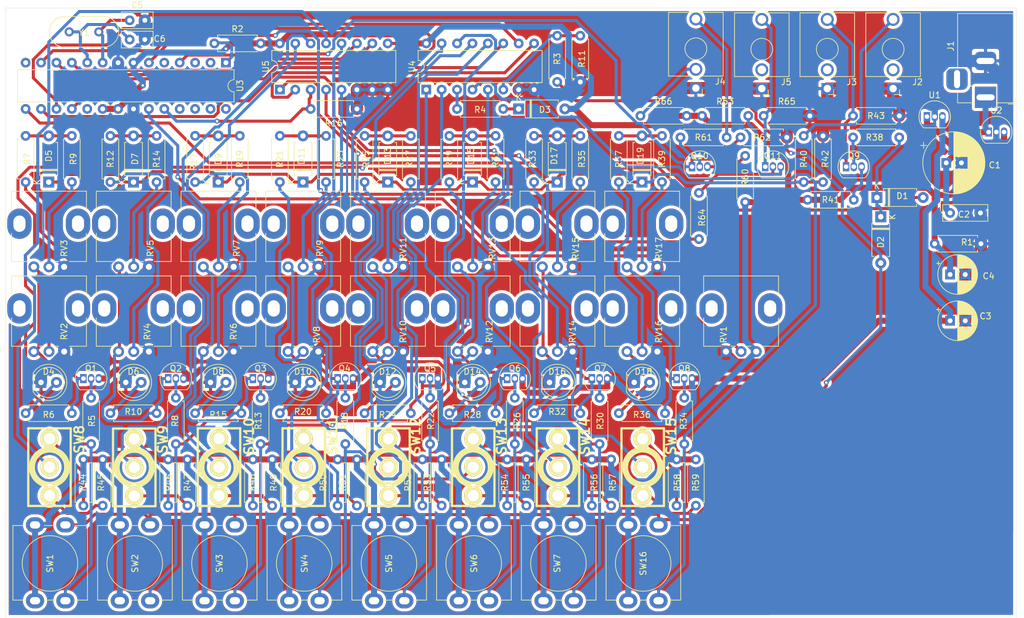
<source format=kicad_pcb>
(kicad_pcb (version 20171130) (host pcbnew 5.1.10-1.fc34)
  (layers (0 F.Cu signal) (31 B.Cu signal) (34 B.Paste user) (35 F.Paste user) (36 B.SilkS user) (37 F.SilkS user) (38 B.Mask user) (39 F.Mask user) (44 Edge.Cuts user))
  (net 0 "")
  (net 1 +12V)
  (net 2 GND)
  (net 3 "Net-(C5-Pad1)")
  (net 4 "Net-(C6-Pad1)")
  (net 5 "Net-(D1-Pad1)")
  (net 6 "Net-(D1-Pad2)")
  (net 7 "Net-(D2-Pad2)")
  (net 8 "Net-(D3-Pad1)")
  (net 9 "Net-(D4-Pad2)")
  (net 10 "Net-(D11-Pad1)")
  (net 11 "Net-(D5-Pad2)")
  (net 12 "Net-(D6-Pad2)")
  (net 13 "Net-(D7-Pad2)")
  (net 14 "Net-(D8-Pad2)")
  (net 15 "Net-(D9-Pad2)")
  (net 16 "Net-(D10-Pad2)")
  (net 17 "Net-(D11-Pad2)")
  (net 18 "Net-(D12-Pad2)")
  (net 19 "Net-(D13-Pad2)")
  (net 20 "Net-(D14-Pad2)")
  (net 21 "Net-(D15-Pad2)")
  (net 22 "Net-(D16-Pad2)")
  (net 23 "Net-(D17-Pad2)")
  (net 24 "Net-(D18-Pad2)")
  (net 25 "Net-(D19-Pad2)")
  (net 26 "Net-(J2-PadT)")
  (net 27 "Net-(J3-PadT)")
  (net 28 "Net-(J4-PadT)")
  (net 29 "Net-(J5-PadT)")
  (net 30 "Net-(Q1-Pad2)")
  (net 31 "Net-(Q1-Pad1)")
  (net 32 "Net-(Q2-Pad2)")
  (net 33 "Net-(Q2-Pad1)")
  (net 34 "Net-(Q3-Pad2)")
  (net 35 "Net-(Q3-Pad1)")
  (net 36 "Net-(Q4-Pad1)")
  (net 37 "Net-(Q4-Pad2)")
  (net 38 "Net-(Q5-Pad1)")
  (net 39 "Net-(Q5-Pad2)")
  (net 40 "Net-(Q6-Pad2)")
  (net 41 "Net-(Q6-Pad1)")
  (net 42 "Net-(Q7-Pad1)")
  (net 43 "Net-(Q7-Pad2)")
  (net 44 "Net-(Q8-Pad2)")
  (net 45 "Net-(Q8-Pad1)")
  (net 46 "Net-(Q9-Pad3)")
  (net 47 "Net-(Q9-Pad2)")
  (net 48 "Net-(Q10-Pad1)")
  (net 49 "Net-(Q10-Pad3)")
  (net 50 "Net-(Q10-Pad2)")
  (net 51 "Net-(Q11-Pad2)")
  (net 52 "Net-(Q11-Pad3)")
  (net 53 "Net-(R2-Pad1)")
  (net 54 "Net-(R11-Pad2)")
  (net 55 "Net-(R4-Pad1)")
  (net 56 "Net-(R5-Pad2)")
  (net 57 "Net-(R7-Pad2)")
  (net 58 "Net-(R8-Pad2)")
  (net 59 "Net-(R9-Pad2)")
  (net 60 "Net-(R12-Pad2)")
  (net 61 "Net-(R13-Pad2)")
  (net 62 "Net-(R14-Pad2)")
  (net 63 "Net-(R16-Pad2)")
  (net 64 "Net-(R17-Pad2)")
  (net 65 "Net-(R18-Pad2)")
  (net 66 "Net-(R19-Pad2)")
  (net 67 "Net-(R21-Pad2)")
  (net 68 "Net-(R22-Pad2)")
  (net 69 "Net-(R23-Pad2)")
  (net 70 "Net-(R25-Pad2)")
  (net 71 "Net-(R26-Pad2)")
  (net 72 "Net-(R27-Pad2)")
  (net 73 "Net-(R29-Pad2)")
  (net 74 "Net-(R30-Pad2)")
  (net 75 "Net-(R31-Pad2)")
  (net 76 "Net-(R33-Pad2)")
  (net 77 "Net-(R34-Pad2)")
  (net 78 "Net-(R35-Pad2)")
  (net 79 "Net-(R37-Pad2)")
  (net 80 "Net-(R39-Pad2)")
  (net 81 "Net-(R44-Pad1)")
  (net 82 "Net-(R45-Pad1)")
  (net 83 "Net-(R46-Pad1)")
  (net 84 "Net-(R47-Pad1)")
  (net 85 "Net-(R48-Pad1)")
  (net 86 "Net-(R49-Pad1)")
  (net 87 "Net-(R50-Pad1)")
  (net 88 "Net-(R51-Pad1)")
  (net 89 "Net-(R52-Pad1)")
  (net 90 "Net-(R53-Pad1)")
  (net 91 "Net-(R54-Pad1)")
  (net 92 "Net-(R55-Pad1)")
  (net 93 "Net-(R56-Pad1)")
  (net 94 "Net-(R57-Pad1)")
  (net 95 "Net-(R58-Pad1)")
  (net 96 "Net-(R59-Pad1)")
  (net 97 "Net-(R64-Pad2)")
  (net 98 "Net-(RV1-Pad2)")
  (net 99 "Net-(SW8-Pad2)")
  (net 100 "Net-(SW9-Pad2)")
  (net 101 "Net-(SW10-Pad2)")
  (net 102 "Net-(SW11-Pad2)")
  (net 103 "Net-(SW12-Pad2)")
  (net 104 "Net-(SW13-Pad2)")
  (net 105 "Net-(SW14-Pad2)")
  (net 106 "Net-(SW15-Pad2)")
  (net 107 "Net-(U3-Pad16)")
  (net 108 "Net-(U3-Pad17)")
  (net 109 "Net-(U3-Pad18)")
  (net 110 "Net-(U3-Pad11)")
  (net 111 "Net-(U3-Pad12)")
  (net 112 "Net-(U3-Pad13)")
  (net 113 12vStab)
  (net 114 5vStab)
  (net 115 "Net-(J4-PadTN)")
  (module Capacitor_THT:C_Rect_L7.2mm_W2.5mm_P5.00mm_FKS2_FKP2_MKS2_MKP2 (layer F.Cu) (at 247.65 46.99)
    (fp_text reference C2 (at 2.286 0.254) (layer F.SilkS))
    (fp_text value 100nF)
    (pad 1 thru_hole circle (at 0 0) (size 1.6 1.6) (drill 0.8) (layers *.Cu *.Mask) (net 1 +12V))
    (pad 2 thru_hole circle (at 5 0) (size 1.6 1.6) (drill 0.8) (layers *.Cu *.Mask) (net 2 GND))
  )
  (module sequencer8:Potentiometer_Alps_RK09L_Single_Vertical (layer F.Cu) (at 215.697 69.85 90)
    (fp_text reference RV1 (at 2.794 -5.3848 90) (layer F.SilkS))
    (fp_text value 10k)
    (pad "" np_thru_hole oval (at 7.112 2.286 90) (size 5 4) (drill oval 2.7 2) (layers *.Cu *.Mask))
    (pad 1 thru_hole circle (at 0 0 90) (size 1.8 1.8) (drill 1) (layers *.Cu *.Mask) (net 114 5vStab))
    (pad 2 thru_hole circle (at 0 -2.5 90) (size 1.8 1.8) (drill 1) (layers *.Cu *.Mask) (net 98 "Net-(RV1-Pad2)"))
    (pad 3 thru_hole circle (at 0 -5 90) (size 1.8 1.8) (drill 1) (layers *.Cu *.Mask) (net 2 GND))
    (pad "" np_thru_hole oval (at 7.112 -7.366 90) (size 5 4) (drill oval 2.7 2) (layers *.Cu *.Mask))
  )
  (module Capacitor_THT:CP_Radial_D6.3mm_P2.50mm (layer F.Cu) (at 247.65 64.77)
    (fp_text reference C3 (at 5.842 -0.762) (layer F.SilkS))
    (fp_text value 100uF)
    (pad 2 thru_hole circle (at 2.5 0) (size 1.6 1.6) (drill 0.8) (layers *.Cu *.Mask) (net 2 GND))
    (pad 1 thru_hole rect (at 0 0) (size 1.6 1.6) (drill 0.8) (layers *.Cu *.Mask) (net 113 12vStab))
  )
  (module Capacitor_THT:CP_Radial_D6.3mm_P2.50mm (layer F.Cu) (at 247.65 57.15)
    (fp_text reference C4 (at 6.35 0.254) (layer F.SilkS))
    (fp_text value 100uF)
    (pad 1 thru_hole rect (at 0 0) (size 1.6 1.6) (drill 0.8) (layers *.Cu *.Mask) (net 114 5vStab))
    (pad 2 thru_hole circle (at 2.5 0) (size 1.6 1.6) (drill 0.8) (layers *.Cu *.Mask) (net 2 GND))
  )
  (module Resistor_THT:R_Axial_DIN0207_L6.3mm_D2.5mm_P7.62mm_Horizontal (layer F.Cu) (at 213.868 37.592 270)
    (fp_text reference R60 (at 3.556 0 90) (layer F.SilkS))
    (fp_text value 1k)
    (pad 1 thru_hole circle (at 0 0 270) (size 1.6 1.6) (drill 0.8) (layers *.Cu *.Mask) (net 49 "Net-(Q10-Pad3)"))
    (pad 2 thru_hole oval (at 7.62 0 270) (size 1.6 1.6) (drill 0.8) (layers *.Cu *.Mask) (net 114 5vStab))
  )
  (module Resistor_THT:R_Axial_DIN0207_L6.3mm_D2.5mm_P7.62mm_Horizontal (layer F.Cu) (at 231.648 30.988)
    (fp_text reference R43 (at 3.81 0) (layer F.SilkS))
    (fp_text value 2m)
    (pad 1 thru_hole circle (at 0 0) (size 1.6 1.6) (drill 0.8) (layers *.Cu *.Mask) (net 27 "Net-(J3-PadT)"))
    (pad 2 thru_hole oval (at 7.62 0) (size 1.6 1.6) (drill 0.8) (layers *.Cu *.Mask) (net 2 GND))
  )
  (module Resistor_THT:R_Axial_DIN0207_L6.3mm_D2.5mm_P7.62mm_Horizontal (layer F.Cu) (at 224.155 44.831)
    (fp_text reference R41 (at 3.81 0) (layer F.SilkS))
    (fp_text value 6k)
    (pad 2 thru_hole oval (at 7.62 0) (size 1.6 1.6) (drill 0.8) (layers *.Cu *.Mask) (net 46 "Net-(Q9-Pad3)"))
    (pad 1 thru_hole circle (at 0 0) (size 1.6 1.6) (drill 0.8) (layers *.Cu *.Mask) (net 114 5vStab))
  )
  (module Package_TO_SOT_THT:TO-92_Inline (layer F.Cu) (at 230.505 39.37)
    (fp_text reference Q9 (at 1.27 -1.778) (layer F.SilkS))
    (fp_text value 2N3904)
    (pad 1 thru_hole rect (at 0 0) (size 1.05 1.5) (drill 0.75) (layers *.Cu *.Mask) (net 27 "Net-(J3-PadT)"))
    (pad 3 thru_hole oval (at 2.54 0) (size 1.05 1.5) (drill 0.75) (layers *.Cu *.Mask) (net 46 "Net-(Q9-Pad3)"))
    (pad 2 thru_hole oval (at 1.27 0) (size 1.05 1.5) (drill 0.75) (layers *.Cu *.Mask) (net 47 "Net-(Q9-Pad2)"))
  )
  (module Resistor_THT:R_Axial_DIN0207_L6.3mm_D2.5mm_P7.62mm_Horizontal (layer F.Cu) (at 245.11 52.07)
    (fp_text reference R1 (at 5.334 -0.254) (layer F.SilkS))
    (fp_text value 2m)
    (pad 1 thru_hole circle (at 0 0) (size 1.6 1.6) (drill 0.8) (layers *.Cu *.Mask) (net 114 5vStab))
    (pad 2 thru_hole oval (at 7.62 0) (size 1.6 1.6) (drill 0.8) (layers *.Cu *.Mask) (net 2 GND))
  )
  (module Resistor_THT:R_Axial_DIN0207_L6.3mm_D2.5mm_P7.62mm_Horizontal (layer F.Cu) (at 231.648 34.544)
    (fp_text reference R38 (at 3.556 0) (layer F.SilkS))
    (fp_text value 100k)
    (pad 2 thru_hole oval (at 7.62 0) (size 1.6 1.6) (drill 0.8) (layers *.Cu *.Mask) (net 5 "Net-(D1-Pad1)"))
    (pad 1 thru_hole circle (at 0 0) (size 1.6 1.6) (drill 0.8) (layers *.Cu *.Mask) (net 47 "Net-(Q9-Pad2)"))
  )
  (module Resistor_THT:R_Axial_DIN0207_L6.3mm_D2.5mm_P7.62mm_Horizontal (layer F.Cu) (at 206.248 43.688 270)
    (fp_text reference R64 (at 4.064 -0.508 90) (layer F.SilkS))
    (fp_text value 100k)
    (pad 2 thru_hole oval (at 7.62 0 270) (size 1.6 1.6) (drill 0.8) (layers *.Cu *.Mask) (net 97 "Net-(R64-Pad2)"))
    (pad 1 thru_hole circle (at 0 0 270) (size 1.6 1.6) (drill 0.8) (layers *.Cu *.Mask) (net 51 "Net-(Q11-Pad2)"))
  )
  (module Capacitor_THT:CP_Radial_D10.0mm_P2.50mm (layer F.Cu) (at 247.015 38.735)
    (fp_text reference C1 (at 8.001 0.381) (layer F.SilkS))
    (fp_text value 1000uF)
    (pad 1 thru_hole rect (at 0 0) (size 1.6 1.6) (drill 0.8) (layers *.Cu *.Mask) (net 1 +12V))
    (pad 2 thru_hole circle (at 2.5 0) (size 1.6 1.6) (drill 0.8) (layers *.Cu *.Mask) (net 2 GND))
  )
  (module Package_TO_SOT_THT:TO-92_Inline (layer F.Cu) (at 243.84 31.115)
    (fp_text reference U1 (at 1.27 -3.56) (layer F.SilkS))
    (fp_text value L7812)
    (pad 2 thru_hole oval (at 1.27 0) (size 1.05 1.5) (drill 0.75) (layers *.Cu *.Mask) (net 2 GND))
    (pad 3 thru_hole oval (at 2.54 0) (size 1.05 1.5) (drill 0.75) (layers *.Cu *.Mask) (net 113 12vStab))
    (pad 1 thru_hole rect (at 0 0) (size 1.05 1.5) (drill 0.75) (layers *.Cu *.Mask) (net 1 +12V))
  )
  (module Package_TO_SOT_THT:TO-92_Inline (layer F.Cu) (at 217.17 39.37)
    (fp_text reference Q11 (at 1.27 -1.778) (layer F.SilkS))
    (fp_text value 2N3904)
    (pad 2 thru_hole oval (at 1.27 0) (size 1.05 1.5) (drill 0.75) (layers *.Cu *.Mask) (net 51 "Net-(Q11-Pad2)"))
    (pad 3 thru_hole oval (at 2.54 0) (size 1.05 1.5) (drill 0.75) (layers *.Cu *.Mask) (net 52 "Net-(Q11-Pad3)"))
    (pad 1 thru_hole rect (at 0 0) (size 1.05 1.5) (drill 0.75) (layers *.Cu *.Mask) (net 29 "Net-(J5-PadT)"))
  )
  (module Resistor_THT:R_Axial_DIN0207_L6.3mm_D2.5mm_P7.62mm_Horizontal (layer F.Cu) (at 226.695 41.91 90)
    (fp_text reference R40 (at 3.81 -3.175 90) (layer F.SilkS))
    (fp_text value 2m)
    (pad 2 thru_hole oval (at 7.62 0 90) (size 1.6 1.6) (drill 0.8) (layers *.Cu *.Mask) (net 2 GND))
    (pad 1 thru_hole circle (at 0 0 90) (size 1.6 1.6) (drill 0.8) (layers *.Cu *.Mask) (net 10 "Net-(D11-Pad1)"))
  )
  (module Resistor_THT:R_Axial_DIN0207_L6.3mm_D2.5mm_P7.62mm_Horizontal (layer F.Cu) (at 213.106 34.544)
    (fp_text reference R62 (at 3.556 0) (layer F.SilkS))
    (fp_text value 10k)
    (pad 2 thru_hole oval (at 7.62 0) (size 1.6 1.6) (drill 0.8) (layers *.Cu *.Mask) (net 2 GND))
    (pad 1 thru_hole circle (at 0 0) (size 1.6 1.6) (drill 0.8) (layers *.Cu *.Mask) (net 48 "Net-(Q10-Pad1)"))
  )
  (module Diode_THT:D_A-405_P7.62mm_Horizontal (layer F.Cu) (at 235.585 44.45)
    (fp_text reference D1 (at 4.191 -0.254) (layer F.SilkS))
    (fp_text value 914)
    (fp_text user K (at 0 -1.9) (layer F.SilkS))
    (pad 1 thru_hole rect (at 0 0) (size 1.8 1.8) (drill 0.9) (layers *.Cu *.Mask) (net 5 "Net-(D1-Pad1)"))
    (pad 2 thru_hole oval (at 7.62 0) (size 1.8 1.8) (drill 0.9) (layers *.Cu *.Mask) (net 6 "Net-(D1-Pad2)"))
  )
  (module Resistor_THT:R_Axial_DIN0207_L6.3mm_D2.5mm_P7.62mm_Horizontal (layer F.Cu) (at 206.756 30.988)
    (fp_text reference R63 (at 3.81 -2.37) (layer F.SilkS))
    (fp_text value 6k)
    (pad 2 thru_hole oval (at 7.62 0) (size 1.6 1.6) (drill 0.8) (layers *.Cu *.Mask) (net 52 "Net-(Q11-Pad3)"))
    (pad 1 thru_hole circle (at 0 0) (size 1.6 1.6) (drill 0.8) (layers *.Cu *.Mask) (net 114 5vStab))
  )
  (module Package_TO_SOT_THT:TO-92_Inline (layer F.Cu) (at 254 33.655)
    (fp_text reference U2 (at 1.27 -3.56) (layer F.SilkS))
    (fp_text value L7805)
    (pad 1 thru_hole rect (at 0 0) (size 1.05 1.5) (drill 0.75) (layers *.Cu *.Mask) (net 1 +12V))
    (pad 3 thru_hole oval (at 2.54 0) (size 1.05 1.5) (drill 0.75) (layers *.Cu *.Mask) (net 114 5vStab))
    (pad 2 thru_hole oval (at 1.27 0) (size 1.05 1.5) (drill 0.75) (layers *.Cu *.Mask) (net 2 GND))
  )
  (module Resistor_THT:R_Axial_DIN0207_L6.3mm_D2.5mm_P7.62mm_Horizontal (layer F.Cu) (at 216.916 30.988)
    (fp_text reference R65 (at 3.81 -2.37) (layer F.SilkS))
    (fp_text value 2m)
    (pad 1 thru_hole circle (at 0 0) (size 1.6 1.6) (drill 0.8) (layers *.Cu *.Mask) (net 29 "Net-(J5-PadT)"))
    (pad 2 thru_hole oval (at 7.62 0) (size 1.6 1.6) (drill 0.8) (layers *.Cu *.Mask) (net 2 GND))
  )
  (module Resistor_THT:R_Axial_DIN0207_L6.3mm_D2.5mm_P7.62mm_Horizontal (layer F.Cu) (at 210.82 34.544 180)
    (fp_text reference R61 (at 3.81 0) (layer F.SilkS))
    (fp_text value 100k)
    (pad 2 thru_hole oval (at 7.62 0 180) (size 1.6 1.6) (drill 0.8) (layers *.Cu *.Mask) (net 50 "Net-(Q10-Pad2)"))
    (pad 1 thru_hole circle (at 0 0 180) (size 1.6 1.6) (drill 0.8) (layers *.Cu *.Mask) (net 28 "Net-(J4-PadT)"))
  )
  (module Resistor_THT:R_Axial_DIN0207_L6.3mm_D2.5mm_P7.62mm_Horizontal (layer F.Cu) (at 223.52 34.29 270)
    (fp_text reference R42 (at 3.81 -3.556 90) (layer F.SilkS))
    (fp_text value 1k)
    (pad 1 thru_hole circle (at 0 0 270) (size 1.6 1.6) (drill 0.8) (layers *.Cu *.Mask) (net 26 "Net-(J2-PadT)"))
    (pad 2 thru_hole oval (at 7.62 0 270) (size 1.6 1.6) (drill 0.8) (layers *.Cu *.Mask) (net 10 "Net-(D11-Pad1)"))
  )
  (module Diode_THT:D_A-405_P7.62mm_Horizontal (layer F.Cu) (at 236.22 47.625 270)
    (fp_text reference D2 (at 4.191 0 90) (layer F.SilkS))
    (fp_text value 914)
    (fp_text user K (at 0 -1.9 90) (layer F.SilkS))
    (pad 2 thru_hole oval (at 7.62 0 270) (size 1.8 1.8) (drill 0.9) (layers *.Cu *.Mask) (net 7 "Net-(D2-Pad2)"))
    (pad 1 thru_hole rect (at 0 0 270) (size 1.8 1.8) (drill 0.9) (layers *.Cu *.Mask) (net 5 "Net-(D1-Pad1)"))
  )
  (module LED_THT:LED_D5.0mm (layer F.Cu) (at 97.79 74.93)
    (fp_text reference D4 (at 1.27 -1.778) (layer F.SilkS))
    (fp_text value "red LED")
    (pad 1 thru_hole rect (at 0 0) (size 1.8 1.8) (drill 0.9) (layers *.Cu *.Mask) (net 2 GND))
    (pad 2 thru_hole circle (at 2.54 0) (size 1.8 1.8) (drill 0.9) (layers *.Cu *.Mask) (net 9 "Net-(D4-Pad2)"))
  )
  (module LED_THT:LED_D5.0mm (layer F.Cu) (at 111.76 74.93)
    (fp_text reference D6 (at 1.27 -1.778) (layer F.SilkS))
    (fp_text value "red LED")
    (pad 2 thru_hole circle (at 2.54 0) (size 1.8 1.8) (drill 0.9) (layers *.Cu *.Mask) (net 12 "Net-(D6-Pad2)"))
    (pad 1 thru_hole rect (at 0 0) (size 1.8 1.8) (drill 0.9) (layers *.Cu *.Mask) (net 2 GND))
  )
  (module LED_THT:LED_D5.0mm (layer F.Cu) (at 125.73 74.93)
    (fp_text reference D8 (at 1.27 -1.778) (layer F.SilkS))
    (fp_text value "red LED")
    (pad 1 thru_hole rect (at 0 0) (size 1.8 1.8) (drill 0.9) (layers *.Cu *.Mask) (net 2 GND))
    (pad 2 thru_hole circle (at 2.54 0) (size 1.8 1.8) (drill 0.9) (layers *.Cu *.Mask) (net 14 "Net-(D8-Pad2)"))
  )
  (module LED_THT:LED_D5.0mm (layer F.Cu) (at 139.7 74.93)
    (fp_text reference D10 (at 1.27 -1.778) (layer F.SilkS))
    (fp_text value "red LED")
    (pad 2 thru_hole circle (at 2.54 0) (size 1.8 1.8) (drill 0.9) (layers *.Cu *.Mask) (net 16 "Net-(D10-Pad2)"))
    (pad 1 thru_hole rect (at 0 0) (size 1.8 1.8) (drill 0.9) (layers *.Cu *.Mask) (net 2 GND))
  )
  (module LED_THT:LED_D5.0mm (layer F.Cu) (at 153.67 74.93)
    (fp_text reference D12 (at 1.27 -1.778) (layer F.SilkS))
    (fp_text value "red LED")
    (pad 2 thru_hole circle (at 2.54 0) (size 1.8 1.8) (drill 0.9) (layers *.Cu *.Mask) (net 18 "Net-(D12-Pad2)"))
    (pad 1 thru_hole rect (at 0 0) (size 1.8 1.8) (drill 0.9) (layers *.Cu *.Mask) (net 2 GND))
  )
  (module LED_THT:LED_D5.0mm (layer F.Cu) (at 167.64 74.93)
    (fp_text reference D14 (at 1.27 -1.778) (layer F.SilkS))
    (fp_text value "red LED")
    (pad 1 thru_hole rect (at 0 0) (size 1.8 1.8) (drill 0.9) (layers *.Cu *.Mask) (net 2 GND))
    (pad 2 thru_hole circle (at 2.54 0) (size 1.8 1.8) (drill 0.9) (layers *.Cu *.Mask) (net 20 "Net-(D14-Pad2)"))
  )
  (module LED_THT:LED_D5.0mm (layer F.Cu) (at 181.61 74.93)
    (fp_text reference D16 (at 1.27 -1.778) (layer F.SilkS))
    (fp_text value "red LED")
    (pad 1 thru_hole rect (at 0 0) (size 1.8 1.8) (drill 0.9) (layers *.Cu *.Mask) (net 2 GND))
    (pad 2 thru_hole circle (at 2.54 0) (size 1.8 1.8) (drill 0.9) (layers *.Cu *.Mask) (net 22 "Net-(D16-Pad2)"))
  )
  (module LED_THT:LED_D5.0mm (layer F.Cu) (at 195.58 74.93)
    (fp_text reference D18 (at 1.524 -1.778) (layer F.SilkS))
    (fp_text value "red LED")
    (pad 2 thru_hole circle (at 2.54 0) (size 1.8 1.8) (drill 0.9) (layers *.Cu *.Mask) (net 24 "Net-(D18-Pad2)"))
    (pad 1 thru_hole rect (at 0 0) (size 1.8 1.8) (drill 0.9) (layers *.Cu *.Mask) (net 2 GND))
  )
  (module Package_TO_SOT_THT:TO-92_Inline (layer F.Cu) (at 104.775 74.295)
    (fp_text reference Q1 (at 1.27 -1.651) (layer F.SilkS))
    (fp_text value 2N3904)
    (pad 2 thru_hole oval (at 1.27 0) (size 1.05 1.5) (drill 0.75) (layers *.Cu *.Mask) (net 30 "Net-(Q1-Pad2)"))
    (pad 3 thru_hole oval (at 2.54 0) (size 1.05 1.5) (drill 0.75) (layers *.Cu *.Mask) (net 113 12vStab))
    (pad 1 thru_hole rect (at 0 0) (size 1.05 1.5) (drill 0.75) (layers *.Cu *.Mask) (net 31 "Net-(Q1-Pad1)"))
  )
  (module Package_TO_SOT_THT:TO-92_Inline (layer F.Cu) (at 118.745 74.295)
    (fp_text reference Q2 (at 1.27 -1.651) (layer F.SilkS))
    (fp_text value 2N3904)
    (pad 2 thru_hole oval (at 1.27 0) (size 1.05 1.5) (drill 0.75) (layers *.Cu *.Mask) (net 32 "Net-(Q2-Pad2)"))
    (pad 3 thru_hole oval (at 2.54 0) (size 1.05 1.5) (drill 0.75) (layers *.Cu *.Mask) (net 113 12vStab))
    (pad 1 thru_hole rect (at 0 0) (size 1.05 1.5) (drill 0.75) (layers *.Cu *.Mask) (net 33 "Net-(Q2-Pad1)"))
  )
  (module Package_TO_SOT_THT:TO-92_Inline (layer F.Cu) (at 132.715 74.295)
    (fp_text reference Q3 (at 1.27 -1.651) (layer F.SilkS))
    (fp_text value 2N3904)
    (pad 2 thru_hole oval (at 1.27 0) (size 1.05 1.5) (drill 0.75) (layers *.Cu *.Mask) (net 34 "Net-(Q3-Pad2)"))
    (pad 3 thru_hole oval (at 2.54 0) (size 1.05 1.5) (drill 0.75) (layers *.Cu *.Mask) (net 113 12vStab))
    (pad 1 thru_hole rect (at 0 0) (size 1.05 1.5) (drill 0.75) (layers *.Cu *.Mask) (net 35 "Net-(Q3-Pad1)"))
  )
  (module Package_TO_SOT_THT:TO-92_Inline (layer F.Cu) (at 146.685 74.295)
    (fp_text reference Q4 (at 1.143 -1.651) (layer F.SilkS))
    (fp_text value 2N3904)
    (pad 1 thru_hole rect (at 0 0) (size 1.05 1.5) (drill 0.75) (layers *.Cu *.Mask) (net 36 "Net-(Q4-Pad1)"))
    (pad 3 thru_hole oval (at 2.54 0) (size 1.05 1.5) (drill 0.75) (layers *.Cu *.Mask) (net 113 12vStab))
    (pad 2 thru_hole oval (at 1.27 0) (size 1.05 1.5) (drill 0.75) (layers *.Cu *.Mask) (net 37 "Net-(Q4-Pad2)"))
  )
  (module Package_TO_SOT_THT:TO-92_Inline (layer F.Cu) (at 160.655 74.295)
    (fp_text reference Q5 (at 1.27 -1.651) (layer F.SilkS))
    (fp_text value 2N3904)
    (pad 1 thru_hole rect (at 0 0) (size 1.05 1.5) (drill 0.75) (layers *.Cu *.Mask) (net 38 "Net-(Q5-Pad1)"))
    (pad 3 thru_hole oval (at 2.54 0) (size 1.05 1.5) (drill 0.75) (layers *.Cu *.Mask) (net 113 12vStab))
    (pad 2 thru_hole oval (at 1.27 0) (size 1.05 1.5) (drill 0.75) (layers *.Cu *.Mask) (net 39 "Net-(Q5-Pad2)"))
  )
  (module Package_TO_SOT_THT:TO-92_Inline (layer F.Cu) (at 174.625 74.295)
    (fp_text reference Q6 (at 1.27 -1.651) (layer F.SilkS))
    (fp_text value 2N3904)
    (pad 2 thru_hole oval (at 1.27 0) (size 1.05 1.5) (drill 0.75) (layers *.Cu *.Mask) (net 40 "Net-(Q6-Pad2)"))
    (pad 3 thru_hole oval (at 2.54 0) (size 1.05 1.5) (drill 0.75) (layers *.Cu *.Mask) (net 113 12vStab))
    (pad 1 thru_hole rect (at 0 0) (size 1.05 1.5) (drill 0.75) (layers *.Cu *.Mask) (net 41 "Net-(Q6-Pad1)"))
  )
  (module Package_TO_SOT_THT:TO-92_Inline (layer F.Cu) (at 188.595 74.295)
    (fp_text reference Q7 (at 1.397 -1.651) (layer F.SilkS))
    (fp_text value 2N3904)
    (pad 1 thru_hole rect (at 0 0) (size 1.05 1.5) (drill 0.75) (layers *.Cu *.Mask) (net 42 "Net-(Q7-Pad1)"))
    (pad 3 thru_hole oval (at 2.54 0) (size 1.05 1.5) (drill 0.75) (layers *.Cu *.Mask) (net 113 12vStab))
    (pad 2 thru_hole oval (at 1.27 0) (size 1.05 1.5) (drill 0.75) (layers *.Cu *.Mask) (net 43 "Net-(Q7-Pad2)"))
  )
  (module Package_TO_SOT_THT:TO-92_Inline (layer F.Cu) (at 202.565 74.295)
    (fp_text reference Q8 (at 1.27 -1.651) (layer F.SilkS))
    (fp_text value 2N3904)
    (pad 2 thru_hole oval (at 1.27 0) (size 1.05 1.5) (drill 0.75) (layers *.Cu *.Mask) (net 44 "Net-(Q8-Pad2)"))
    (pad 3 thru_hole oval (at 2.54 0) (size 1.05 1.5) (drill 0.75) (layers *.Cu *.Mask) (net 113 12vStab))
    (pad 1 thru_hole rect (at 0 0) (size 1.05 1.5) (drill 0.75) (layers *.Cu *.Mask) (net 45 "Net-(Q8-Pad1)"))
  )
  (module Package_TO_SOT_THT:TO-92_Inline (layer F.Cu) (at 205.105 39.37)
    (fp_text reference Q10 (at 1.27 -1.778) (layer F.SilkS))
    (fp_text value 2N3904)
    (pad 1 thru_hole rect (at 0 0) (size 1.05 1.5) (drill 0.75) (layers *.Cu *.Mask) (net 48 "Net-(Q10-Pad1)"))
    (pad 3 thru_hole oval (at 2.54 0) (size 1.05 1.5) (drill 0.75) (layers *.Cu *.Mask) (net 49 "Net-(Q10-Pad3)"))
    (pad 2 thru_hole oval (at 1.27 0) (size 1.05 1.5) (drill 0.75) (layers *.Cu *.Mask) (net 50 "Net-(Q10-Pad2)"))
  )
  (module Resistor_THT:R_Axial_DIN0207_L6.3mm_D2.5mm_P7.62mm_Horizontal (layer F.Cu) (at 126.365 19.05)
    (fp_text reference R2 (at 3.81 -2.37) (layer F.SilkS))
    (fp_text value 10k)
    (pad 2 thru_hole oval (at 7.62 0) (size 1.6 1.6) (drill 0.8) (layers *.Cu *.Mask) (net 114 5vStab))
    (pad 1 thru_hole circle (at 0 0) (size 1.6 1.6) (drill 0.8) (layers *.Cu *.Mask) (net 53 "Net-(R2-Pad1)"))
  )
  (module Resistor_THT:R_Axial_DIN0207_L6.3mm_D2.5mm_P7.62mm_Horizontal (layer F.Cu) (at 182.88 25.4 90)
    (fp_text reference R3 (at 3.81 0 90) (layer F.SilkS))
    (fp_text value 1k)
    (pad 1 thru_hole circle (at 0 0 90) (size 1.6 1.6) (drill 0.8) (layers *.Cu *.Mask) (net 7 "Net-(D2-Pad2)"))
    (pad 2 thru_hole oval (at 7.62 0 90) (size 1.6 1.6) (drill 0.8) (layers *.Cu *.Mask) (net 54 "Net-(R11-Pad2)"))
  )
  (module Resistor_THT:R_Axial_DIN0207_L6.3mm_D2.5mm_P7.62mm_Horizontal (layer F.Cu) (at 166.37 29.845)
    (fp_text reference R4 (at 3.81 0.127) (layer F.SilkS))
    (fp_text value 1k)
    (pad 2 thru_hole oval (at 7.62 0) (size 1.6 1.6) (drill 0.8) (layers *.Cu *.Mask) (net 8 "Net-(D3-Pad1)"))
    (pad 1 thru_hole circle (at 0 0) (size 1.6 1.6) (drill 0.8) (layers *.Cu *.Mask) (net 55 "Net-(R4-Pad1)"))
  )
  (module Resistor_THT:R_Axial_DIN0207_L6.3mm_D2.5mm_P7.62mm_Horizontal (layer F.Cu) (at 106.045 77.47 270)
    (fp_text reference R5 (at 3.81 -0.127 90) (layer F.SilkS))
    (fp_text value 100k)
    (pad 1 thru_hole circle (at 0 0 270) (size 1.6 1.6) (drill 0.8) (layers *.Cu *.Mask) (net 30 "Net-(Q1-Pad2)"))
    (pad 2 thru_hole oval (at 7.62 0 270) (size 1.6 1.6) (drill 0.8) (layers *.Cu *.Mask) (net 56 "Net-(R5-Pad2)"))
  )
  (module Resistor_THT:R_Axial_DIN0207_L6.3mm_D2.5mm_P7.62mm_Horizontal (layer F.Cu) (at 95.25 80.01)
    (fp_text reference R6 (at 3.81 0.254) (layer F.SilkS))
    (fp_text value 3k)
    (pad 1 thru_hole circle (at 0 0) (size 1.6 1.6) (drill 0.8) (layers *.Cu *.Mask) (net 9 "Net-(D4-Pad2)"))
    (pad 2 thru_hole oval (at 7.62 0) (size 1.6 1.6) (drill 0.8) (layers *.Cu *.Mask) (net 31 "Net-(Q1-Pad1)"))
  )
  (module Resistor_THT:R_Axial_DIN0207_L6.3mm_D2.5mm_P7.62mm_Horizontal (layer F.Cu) (at 95.25 34.29 270)
    (fp_text reference R7 (at 3.81 -0.254 90) (layer F.SilkS))
    (fp_text value 1k)
    (pad 1 thru_hole circle (at 0 0 270) (size 1.6 1.6) (drill 0.8) (layers *.Cu *.Mask) (net 11 "Net-(D5-Pad2)"))
    (pad 2 thru_hole oval (at 7.62 0 270) (size 1.6 1.6) (drill 0.8) (layers *.Cu *.Mask) (net 57 "Net-(R7-Pad2)"))
  )
  (module Resistor_THT:R_Axial_DIN0207_L6.3mm_D2.5mm_P7.62mm_Horizontal (layer F.Cu) (at 120.015 77.47 270)
    (fp_text reference R8 (at 3.81 0.127 90) (layer F.SilkS))
    (fp_text value 100k)
    (pad 2 thru_hole oval (at 7.62 0 270) (size 1.6 1.6) (drill 0.8) (layers *.Cu *.Mask) (net 58 "Net-(R8-Pad2)"))
    (pad 1 thru_hole circle (at 0 0 270) (size 1.6 1.6) (drill 0.8) (layers *.Cu *.Mask) (net 32 "Net-(Q2-Pad2)"))
  )
  (module Resistor_THT:R_Axial_DIN0207_L6.3mm_D2.5mm_P7.62mm_Horizontal (layer F.Cu) (at 102.87 34.29 270)
    (fp_text reference R9 (at 3.81 -0.254 90) (layer F.SilkS))
    (fp_text value 10k)
    (pad 1 thru_hole circle (at 0 0 270) (size 1.6 1.6) (drill 0.8) (layers *.Cu *.Mask) (net 11 "Net-(D5-Pad2)"))
    (pad 2 thru_hole oval (at 7.62 0 270) (size 1.6 1.6) (drill 0.8) (layers *.Cu *.Mask) (net 59 "Net-(R9-Pad2)"))
  )
  (module Resistor_THT:R_Axial_DIN0207_L6.3mm_D2.5mm_P7.62mm_Horizontal (layer F.Cu) (at 109.22 80.01)
    (fp_text reference R10 (at 3.81 -0.254) (layer F.SilkS))
    (fp_text value 3k)
    (pad 1 thru_hole circle (at 0 0) (size 1.6 1.6) (drill 0.8) (layers *.Cu *.Mask) (net 12 "Net-(D6-Pad2)"))
    (pad 2 thru_hole oval (at 7.62 0) (size 1.6 1.6) (drill 0.8) (layers *.Cu *.Mask) (net 33 "Net-(Q2-Pad1)"))
  )
  (module Resistor_THT:R_Axial_DIN0207_L6.3mm_D2.5mm_P7.62mm_Horizontal (layer F.Cu) (at 186.69 25.4 90)
    (fp_text reference R11 (at 3.81 0.254 90) (layer F.SilkS))
    (fp_text value 10k)
    (pad 1 thru_hole circle (at 0 0 90) (size 1.6 1.6) (drill 0.8) (layers *.Cu *.Mask) (net 2 GND))
    (pad 2 thru_hole oval (at 7.62 0 90) (size 1.6 1.6) (drill 0.8) (layers *.Cu *.Mask) (net 54 "Net-(R11-Pad2)"))
  )
  (module Resistor_THT:R_Axial_DIN0207_L6.3mm_D2.5mm_P7.62mm_Horizontal (layer F.Cu) (at 109.22 34.29 270)
    (fp_text reference R12 (at 3.81 0 90) (layer F.SilkS))
    (fp_text value 1k)
    (pad 1 thru_hole circle (at 0 0 270) (size 1.6 1.6) (drill 0.8) (layers *.Cu *.Mask) (net 13 "Net-(D7-Pad2)"))
    (pad 2 thru_hole oval (at 7.62 0 270) (size 1.6 1.6) (drill 0.8) (layers *.Cu *.Mask) (net 60 "Net-(R12-Pad2)"))
  )
  (module Resistor_THT:R_Axial_DIN0207_L6.3mm_D2.5mm_P7.62mm_Horizontal (layer F.Cu) (at 133.985 77.47 270)
    (fp_text reference R13 (at 3.81 0.381 90) (layer F.SilkS))
    (fp_text value 100k)
    (pad 2 thru_hole oval (at 7.62 0 270) (size 1.6 1.6) (drill 0.8) (layers *.Cu *.Mask) (net 61 "Net-(R13-Pad2)"))
    (pad 1 thru_hole circle (at 0 0 270) (size 1.6 1.6) (drill 0.8) (layers *.Cu *.Mask) (net 34 "Net-(Q3-Pad2)"))
  )
  (module Resistor_THT:R_Axial_DIN0207_L6.3mm_D2.5mm_P7.62mm_Horizontal (layer F.Cu) (at 116.84 34.29 270)
    (fp_text reference R14 (at 3.81 0 90) (layer F.SilkS))
    (fp_text value 10k)
    (pad 2 thru_hole oval (at 7.62 0 270) (size 1.6 1.6) (drill 0.8) (layers *.Cu *.Mask) (net 62 "Net-(R14-Pad2)"))
    (pad 1 thru_hole circle (at 0 0 270) (size 1.6 1.6) (drill 0.8) (layers *.Cu *.Mask) (net 13 "Net-(D7-Pad2)"))
  )
  (module Resistor_THT:R_Axial_DIN0207_L6.3mm_D2.5mm_P7.62mm_Horizontal (layer F.Cu) (at 123.19 80.01)
    (fp_text reference R15 (at 3.81 0.254) (layer F.SilkS))
    (fp_text value 3k)
    (pad 2 thru_hole oval (at 7.62 0) (size 1.6 1.6) (drill 0.8) (layers *.Cu *.Mask) (net 35 "Net-(Q3-Pad1)"))
    (pad 1 thru_hole circle (at 0 0) (size 1.6 1.6) (drill 0.8) (layers *.Cu *.Mask) (net 14 "Net-(D8-Pad2)"))
  )
  (module Resistor_THT:R_Axial_DIN0207_L6.3mm_D2.5mm_P7.62mm_Horizontal (layer F.Cu) (at 149.86 29.845 180)
    (fp_text reference R16 (at 3.81 -2.37) (layer F.SilkS))
    (fp_text value 50k)
    (pad 2 thru_hole oval (at 7.62 0 180) (size 1.6 1.6) (drill 0.8) (layers *.Cu *.Mask) (net 63 "Net-(R16-Pad2)"))
    (pad 1 thru_hole circle (at 0 0 180) (size 1.6 1.6) (drill 0.8) (layers *.Cu *.Mask) (net 2 GND))
  )
  (module Resistor_THT:R_Axial_DIN0207_L6.3mm_D2.5mm_P7.62mm_Horizontal (layer F.Cu) (at 123.19 34.29 270)
    (fp_text reference R17 (at 4.318 0.254 90) (layer F.SilkS))
    (fp_text value 1k)
    (pad 2 thru_hole oval (at 7.62 0 270) (size 1.6 1.6) (drill 0.8) (layers *.Cu *.Mask) (net 64 "Net-(R17-Pad2)"))
    (pad 1 thru_hole circle (at 0 0 270) (size 1.6 1.6) (drill 0.8) (layers *.Cu *.Mask) (net 15 "Net-(D9-Pad2)"))
  )
  (module Resistor_THT:R_Axial_DIN0207_L6.3mm_D2.5mm_P7.62mm_Horizontal (layer F.Cu) (at 147.955 77.47 270)
    (fp_text reference R18 (at 3.81 0.127 90) (layer F.SilkS))
    (fp_text value 100k)
    (pad 2 thru_hole oval (at 7.62 0 270) (size 1.6 1.6) (drill 0.8) (layers *.Cu *.Mask) (net 65 "Net-(R18-Pad2)"))
    (pad 1 thru_hole circle (at 0 0 270) (size 1.6 1.6) (drill 0.8) (layers *.Cu *.Mask) (net 37 "Net-(Q4-Pad2)"))
  )
  (module Resistor_THT:R_Axial_DIN0207_L6.3mm_D2.5mm_P7.62mm_Horizontal (layer F.Cu) (at 130.555 34.29 270)
    (fp_text reference R19 (at 3.81 -0.001 90) (layer F.SilkS))
    (fp_text value 10k)
    (pad 1 thru_hole circle (at 0 0 270) (size 1.6 1.6) (drill 0.8) (layers *.Cu *.Mask) (net 15 "Net-(D9-Pad2)"))
    (pad 2 thru_hole oval (at 7.62 0 270) (size 1.6 1.6) (drill 0.8) (layers *.Cu *.Mask) (net 66 "Net-(R19-Pad2)"))
  )
  (module Resistor_THT:R_Axial_DIN0207_L6.3mm_D2.5mm_P7.62mm_Horizontal (layer F.Cu) (at 137.16 80.01)
    (fp_text reference R20 (at 3.81 -0.254) (layer F.SilkS))
    (fp_text value 3k)
    (pad 2 thru_hole oval (at 7.62 0) (size 1.6 1.6) (drill 0.8) (layers *.Cu *.Mask) (net 36 "Net-(Q4-Pad1)"))
    (pad 1 thru_hole circle (at 0 0) (size 1.6 1.6) (drill 0.8) (layers *.Cu *.Mask) (net 16 "Net-(D10-Pad2)"))
  )
  (module Resistor_THT:R_Axial_DIN0207_L6.3mm_D2.5mm_P7.62mm_Horizontal (layer F.Cu) (at 137.16 34.29 270)
    (fp_text reference R21 (at 3.81 0 90) (layer F.SilkS))
    (fp_text value 1k)
    (pad 1 thru_hole circle (at 0 0 270) (size 1.6 1.6) (drill 0.8) (layers *.Cu *.Mask) (net 17 "Net-(D11-Pad2)"))
    (pad 2 thru_hole oval (at 7.62 0 270) (size 1.6 1.6) (drill 0.8) (layers *.Cu *.Mask) (net 67 "Net-(R21-Pad2)"))
  )
  (module Resistor_THT:R_Axial_DIN0207_L6.3mm_D2.5mm_P7.62mm_Horizontal (layer F.Cu) (at 161.925 77.47 270)
    (fp_text reference R22 (at 3.81 -0.127 90) (layer F.SilkS))
    (fp_text value 100k)
    (pad 2 thru_hole oval (at 7.62 0 270) (size 1.6 1.6) (drill 0.8) (layers *.Cu *.Mask) (net 68 "Net-(R22-Pad2)"))
    (pad 1 thru_hole circle (at 0 0 270) (size 1.6 1.6) (drill 0.8) (layers *.Cu *.Mask) (net 39 "Net-(Q5-Pad2)"))
  )
  (module Resistor_THT:R_Axial_DIN0207_L6.3mm_D2.5mm_P7.62mm_Horizontal (layer F.Cu) (at 144.78 34.29 270)
    (fp_text reference R23 (at 3.81 -2.37 90) (layer F.SilkS))
    (fp_text value 10k)
    (pad 1 thru_hole circle (at 0 0 270) (size 1.6 1.6) (drill 0.8) (layers *.Cu *.Mask) (net 17 "Net-(D11-Pad2)"))
    (pad 2 thru_hole oval (at 7.62 0 270) (size 1.6 1.6) (drill 0.8) (layers *.Cu *.Mask) (net 69 "Net-(R23-Pad2)"))
  )
  (module Resistor_THT:R_Axial_DIN0207_L6.3mm_D2.5mm_P7.62mm_Horizontal (layer F.Cu) (at 151.13 80.01)
    (fp_text reference R24 (at 3.81 0.254) (layer F.SilkS))
    (fp_text value 3k)
    (pad 1 thru_hole circle (at 0 0) (size 1.6 1.6) (drill 0.8) (layers *.Cu *.Mask) (net 18 "Net-(D12-Pad2)"))
    (pad 2 thru_hole oval (at 7.62 0) (size 1.6 1.6) (drill 0.8) (layers *.Cu *.Mask) (net 38 "Net-(Q5-Pad1)"))
  )
  (module Resistor_THT:R_Axial_DIN0207_L6.3mm_D2.5mm_P7.62mm_Horizontal (layer F.Cu) (at 151.13 34.29 270)
    (fp_text reference R25 (at 3.81 -0.254 90) (layer F.SilkS))
    (fp_text value 1k)
    (pad 1 thru_hole circle (at 0 0 270) (size 1.6 1.6) (drill 0.8) (layers *.Cu *.Mask) (net 19 "Net-(D13-Pad2)"))
    (pad 2 thru_hole oval (at 7.62 0 270) (size 1.6 1.6) (drill 0.8) (layers *.Cu *.Mask) (net 70 "Net-(R25-Pad2)"))
  )
  (module Resistor_THT:R_Axial_DIN0207_L6.3mm_D2.5mm_P7.62mm_Horizontal (layer F.Cu) (at 175.895 77.47 270)
    (fp_text reference R26 (at 3.81 -0.381 90) (layer F.SilkS))
    (fp_text value 100k)
    (pad 1 thru_hole circle (at 0 0 270) (size 1.6 1.6) (drill 0.8) (layers *.Cu *.Mask) (net 40 "Net-(Q6-Pad2)"))
    (pad 2 thru_hole oval (at 7.62 0 270) (size 1.6 1.6) (drill 0.8) (layers *.Cu *.Mask) (net 71 "Net-(R26-Pad2)"))
  )
  (module Resistor_THT:R_Axial_DIN0207_L6.3mm_D2.5mm_P7.62mm_Horizontal (layer F.Cu) (at 158.75 34.29 270)
    (fp_text reference R27 (at 3.81 0.254 90) (layer F.SilkS))
    (fp_text value 10k)
    (pad 2 thru_hole oval (at 7.62 0 270) (size 1.6 1.6) (drill 0.8) (layers *.Cu *.Mask) (net 72 "Net-(R27-Pad2)"))
    (pad 1 thru_hole circle (at 0 0 270) (size 1.6 1.6) (drill 0.8) (layers *.Cu *.Mask) (net 19 "Net-(D13-Pad2)"))
  )
  (module Resistor_THT:R_Axial_DIN0207_L6.3mm_D2.5mm_P7.62mm_Horizontal (layer F.Cu) (at 165.1 80.01)
    (fp_text reference R28 (at 3.81 0.254) (layer F.SilkS))
    (fp_text value 3k)
    (pad 2 thru_hole oval (at 7.62 0) (size 1.6 1.6) (drill 0.8) (layers *.Cu *.Mask) (net 41 "Net-(Q6-Pad1)"))
    (pad 1 thru_hole circle (at 0 0) (size 1.6 1.6) (drill 0.8) (layers *.Cu *.Mask) (net 20 "Net-(D14-Pad2)"))
  )
  (module Resistor_THT:R_Axial_DIN0207_L6.3mm_D2.5mm_P7.62mm_Horizontal (layer F.Cu) (at 165.1 34.29 270)
    (fp_text reference R29 (at 3.81 0 90) (layer F.SilkS))
    (fp_text value 1k)
    (pad 1 thru_hole circle (at 0 0 270) (size 1.6 1.6) (drill 0.8) (layers *.Cu *.Mask) (net 21 "Net-(D15-Pad2)"))
    (pad 2 thru_hole oval (at 7.62 0 270) (size 1.6 1.6) (drill 0.8) (layers *.Cu *.Mask) (net 73 "Net-(R29-Pad2)"))
  )
  (module Resistor_THT:R_Axial_DIN0207_L6.3mm_D2.5mm_P7.62mm_Horizontal (layer F.Cu) (at 189.865 77.47 270)
    (fp_text reference R30 (at 3.81 -0.127 90) (layer F.SilkS))
    (fp_text value 100k)
    (pad 2 thru_hole oval (at 7.62 0 270) (size 1.6 1.6) (drill 0.8) (layers *.Cu *.Mask) (net 74 "Net-(R30-Pad2)"))
    (pad 1 thru_hole circle (at 0 0 270) (size 1.6 1.6) (drill 0.8) (layers *.Cu *.Mask) (net 43 "Net-(Q7-Pad2)"))
  )
  (module Resistor_THT:R_Axial_DIN0207_L6.3mm_D2.5mm_P7.62mm_Horizontal (layer F.Cu) (at 172.72 34.29 270)
    (fp_text reference R31 (at 3.81 0 90) (layer F.SilkS))
    (fp_text value 10k)
    (pad 1 thru_hole circle (at 0 0 270) (size 1.6 1.6) (drill 0.8) (layers *.Cu *.Mask) (net 21 "Net-(D15-Pad2)"))
    (pad 2 thru_hole oval (at 7.62 0 270) (size 1.6 1.6) (drill 0.8) (layers *.Cu *.Mask) (net 75 "Net-(R31-Pad2)"))
  )
  (module Resistor_THT:R_Axial_DIN0207_L6.3mm_D2.5mm_P7.62mm_Horizontal (layer F.Cu) (at 179.07 80.01)
    (fp_text reference R32 (at 3.81 -0.254) (layer F.SilkS))
    (fp_text value 3k)
    (pad 1 thru_hole circle (at 0 0) (size 1.6 1.6) (drill 0.8) (layers *.Cu *.Mask) (net 22 "Net-(D16-Pad2)"))
    (pad 2 thru_hole oval (at 7.62 0) (size 1.6 1.6) (drill 0.8) (layers *.Cu *.Mask) (net 42 "Net-(Q7-Pad1)"))
  )
  (module Resistor_THT:R_Axial_DIN0207_L6.3mm_D2.5mm_P7.62mm_Horizontal (layer F.Cu) (at 179.07 34.29 270)
    (fp_text reference R33 (at 3.81 0.254 90) (layer F.SilkS))
    (fp_text value 1k)
    (pad 1 thru_hole circle (at 0 0 270) (size 1.6 1.6) (drill 0.8) (layers *.Cu *.Mask) (net 23 "Net-(D17-Pad2)"))
    (pad 2 thru_hole oval (at 7.62 0 270) (size 1.6 1.6) (drill 0.8) (layers *.Cu *.Mask) (net 76 "Net-(R33-Pad2)"))
  )
  (module Resistor_THT:R_Axial_DIN0207_L6.3mm_D2.5mm_P7.62mm_Horizontal (layer F.Cu) (at 203.835 77.47 270)
    (fp_text reference R34 (at 3.81 0.127 90) (layer F.SilkS))
    (fp_text value 100k)
    (pad 1 thru_hole circle (at 0 0 270) (size 1.6 1.6) (drill 0.8) (layers *.Cu *.Mask) (net 44 "Net-(Q8-Pad2)"))
    (pad 2 thru_hole oval (at 7.62 0 270) (size 1.6 1.6) (drill 0.8) (layers *.Cu *.Mask) (net 77 "Net-(R34-Pad2)"))
  )
  (module Resistor_THT:R_Axial_DIN0207_L6.3mm_D2.5mm_P7.62mm_Horizontal (layer F.Cu) (at 186.69 34.29 270)
    (fp_text reference R35 (at 3.81 -0.254 90) (layer F.SilkS))
    (fp_text value 10k)
    (pad 2 thru_hole oval (at 7.62 0 270) (size 1.6 1.6) (drill 0.8) (layers *.Cu *.Mask) (net 78 "Net-(R35-Pad2)"))
    (pad 1 thru_hole circle (at 0 0 270) (size 1.6 1.6) (drill 0.8) (layers *.Cu *.Mask) (net 23 "Net-(D17-Pad2)"))
  )
  (module Resistor_THT:R_Axial_DIN0207_L6.3mm_D2.5mm_P7.62mm_Horizontal (layer F.Cu) (at 193.04 80.01)
    (fp_text reference R36 (at 3.81 0.254) (layer F.SilkS))
    (fp_text value 3k)
    (pad 2 thru_hole oval (at 7.62 0) (size 1.6 1.6) (drill 0.8) (layers *.Cu *.Mask) (net 45 "Net-(Q8-Pad1)"))
    (pad 1 thru_hole circle (at 0 0) (size 1.6 1.6) (drill 0.8) (layers *.Cu *.Mask) (net 24 "Net-(D18-Pad2)"))
  )
  (module Resistor_THT:R_Axial_DIN0207_L6.3mm_D2.5mm_P7.62mm_Horizontal (layer F.Cu) (at 193.04 34.29 270)
    (fp_text reference R37 (at 3.81 0 90) (layer F.SilkS))
    (fp_text value 1k)
    (pad 2 thru_hole oval (at 7.62 0 270) (size 1.6 1.6) (drill 0.8) (layers *.Cu *.Mask) (net 79 "Net-(R37-Pad2)"))
    (pad 1 thru_hole circle (at 0 0 270) (size 1.6 1.6) (drill 0.8) (layers *.Cu *.Mask) (net 25 "Net-(D19-Pad2)"))
  )
  (module Resistor_THT:R_Axial_DIN0207_L6.3mm_D2.5mm_P7.62mm_Horizontal (layer F.Cu) (at 200.152 34.29 270)
    (fp_text reference R39 (at 3.81 0 90) (layer F.SilkS))
    (fp_text value 10k)
    (pad 1 thru_hole circle (at 0 0 270) (size 1.6 1.6) (drill 0.8) (layers *.Cu *.Mask) (net 25 "Net-(D19-Pad2)"))
    (pad 2 thru_hole oval (at 7.62 0 270) (size 1.6 1.6) (drill 0.8) (layers *.Cu *.Mask) (net 80 "Net-(R39-Pad2)"))
  )
  (module Resistor_THT:R_Axial_DIN0207_L6.3mm_D2.5mm_P7.62mm_Horizontal (layer F.Cu) (at 104.775 95.25 90)
    (fp_text reference R44 (at 3.81 -0.127 90) (layer F.SilkS))
    (fp_text value 120k)
    (pad 1 thru_hole circle (at 0 0 90) (size 1.6 1.6) (drill 0.8) (layers *.Cu *.Mask) (net 81 "Net-(R44-Pad1)"))
    (pad 2 thru_hole oval (at 7.62 0 90) (size 1.6 1.6) (drill 0.8) (layers *.Cu *.Mask) (net 114 5vStab))
  )
  (module Resistor_THT:R_Axial_DIN0207_L6.3mm_D2.5mm_P7.62mm_Horizontal (layer F.Cu) (at 107.95 95.25 90)
    (fp_text reference R45 (at 3.81 -0.254 90) (layer F.SilkS))
    (fp_text value 30k)
    (pad 2 thru_hole oval (at 7.62 0 90) (size 1.6 1.6) (drill 0.8) (layers *.Cu *.Mask) (net 114 5vStab))
    (pad 1 thru_hole circle (at 0 0 90) (size 1.6 1.6) (drill 0.8) (layers *.Cu *.Mask) (net 82 "Net-(R45-Pad1)"))
  )
  (module Resistor_THT:R_Axial_DIN0207_L6.3mm_D2.5mm_P7.62mm_Horizontal (layer F.Cu) (at 118.745 95.25 90)
    (fp_text reference R46 (at 3.81 0.127 90) (layer F.SilkS))
    (fp_text value 120k)
    (pad 2 thru_hole oval (at 7.62 0 90) (size 1.6 1.6) (drill 0.8) (layers *.Cu *.Mask) (net 114 5vStab))
    (pad 1 thru_hole circle (at 0 0 90) (size 1.6 1.6) (drill 0.8) (layers *.Cu *.Mask) (net 83 "Net-(R46-Pad1)"))
  )
  (module Resistor_THT:R_Axial_DIN0207_L6.3mm_D2.5mm_P7.62mm_Horizontal (layer F.Cu) (at 121.92 95.25 90)
    (fp_text reference R47 (at 3.81 0 90) (layer F.SilkS))
    (fp_text value 30k)
    (pad 1 thru_hole circle (at 0 0 90) (size 1.6 1.6) (drill 0.8) (layers *.Cu *.Mask) (net 84 "Net-(R47-Pad1)"))
    (pad 2 thru_hole oval (at 7.62 0 90) (size 1.6 1.6) (drill 0.8) (layers *.Cu *.Mask) (net 114 5vStab))
  )
  (module Resistor_THT:R_Axial_DIN0207_L6.3mm_D2.5mm_P7.62mm_Horizontal (layer F.Cu) (at 132.715 95.25 90)
    (fp_text reference R48 (at 3.81 -0.127 90) (layer F.SilkS))
    (fp_text value 120k)
    (pad 1 thru_hole circle (at 0 0 90) (size 1.6 1.6) (drill 0.8) (layers *.Cu *.Mask) (net 85 "Net-(R48-Pad1)"))
    (pad 2 thru_hole oval (at 7.62 0 90) (size 1.6 1.6) (drill 0.8) (layers *.Cu *.Mask) (net 114 5vStab))
  )
  (module Resistor_THT:R_Axial_DIN0207_L6.3mm_D2.5mm_P7.62mm_Horizontal (layer F.Cu) (at 135.89 95.25 90)
    (fp_text reference R49 (at 3.81 0.254 90) (layer F.SilkS))
    (fp_text value 30k)
    (pad 1 thru_hole circle (at 0 0 90) (size 1.6 1.6) (drill 0.8) (layers *.Cu *.Mask) (net 86 "Net-(R49-Pad1)"))
    (pad 2 thru_hole oval (at 7.62 0 90) (size 1.6 1.6) (drill 0.8) (layers *.Cu *.Mask) (net 114 5vStab))
  )
  (module Resistor_THT:R_Axial_DIN0207_L6.3mm_D2.5mm_P7.62mm_Horizontal (layer F.Cu) (at 146.685 95.25 90)
    (fp_text reference R50 (at 3.81 -2.37 90) (layer F.SilkS))
    (fp_text value 120k)
    (pad 2 thru_hole oval (at 7.62 0 90) (size 1.6 1.6) (drill 0.8) (layers *.Cu *.Mask) (net 114 5vStab))
    (pad 1 thru_hole circle (at 0 0 90) (size 1.6 1.6) (drill 0.8) (layers *.Cu *.Mask) (net 87 "Net-(R50-Pad1)"))
  )
  (module Resistor_THT:R_Axial_DIN0207_L6.3mm_D2.5mm_P7.62mm_Horizontal (layer F.Cu) (at 149.86 95.25 90)
    (fp_text reference R51 (at 3.81 -2.37 90) (layer F.SilkS))
    (fp_text value 30k)
    (pad 1 thru_hole circle (at 0 0 90) (size 1.6 1.6) (drill 0.8) (layers *.Cu *.Mask) (net 88 "Net-(R51-Pad1)"))
    (pad 2 thru_hole oval (at 7.62 0 90) (size 1.6 1.6) (drill 0.8) (layers *.Cu *.Mask) (net 114 5vStab))
  )
  (module Resistor_THT:R_Axial_DIN0207_L6.3mm_D2.5mm_P7.62mm_Horizontal (layer F.Cu) (at 160.655 95.25 90)
    (fp_text reference R52 (at 3.81 -2.37 90) (layer F.SilkS))
    (fp_text value 120k)
    (pad 1 thru_hole circle (at 0 0 90) (size 1.6 1.6) (drill 0.8) (layers *.Cu *.Mask) (net 89 "Net-(R52-Pad1)"))
    (pad 2 thru_hole oval (at 7.62 0 90) (size 1.6 1.6) (drill 0.8) (layers *.Cu *.Mask) (net 114 5vStab))
  )
  (module Resistor_THT:R_Axial_DIN0207_L6.3mm_D2.5mm_P7.62mm_Horizontal (layer F.Cu) (at 163.83 95.25 90)
    (fp_text reference R53 (at 3.81 -2.37 90) (layer F.SilkS))
    (fp_text value 30k)
    (pad 2 thru_hole oval (at 7.62 0 90) (size 1.6 1.6) (drill 0.8) (layers *.Cu *.Mask) (net 114 5vStab))
    (pad 1 thru_hole circle (at 0 0 90) (size 1.6 1.6) (drill 0.8) (layers *.Cu *.Mask) (net 90 "Net-(R53-Pad1)"))
  )
  (module Resistor_THT:R_Axial_DIN0207_L6.3mm_D2.5mm_P7.62mm_Horizontal (layer F.Cu) (at 174.625 95.25 90)
    (fp_text reference R54 (at 3.81 -0.381 90) (layer F.SilkS))
    (fp_text value 120k)
    (pad 1 thru_hole circle (at 0 0 90) (size 1.6 1.6) (drill 0.8) (layers *.Cu *.Mask) (net 91 "Net-(R54-Pad1)"))
    (pad 2 thru_hole oval (at 7.62 0 90) (size 1.6 1.6) (drill 0.8) (layers *.Cu *.Mask) (net 114 5vStab))
  )
  (module Resistor_THT:R_Axial_DIN0207_L6.3mm_D2.5mm_P7.62mm_Horizontal (layer F.Cu) (at 177.8 95.25 90)
    (fp_text reference R55 (at 3.81 0 90) (layer F.SilkS))
    (fp_text value 30k)
    (pad 2 thru_hole oval (at 7.62 0 90) (size 1.6 1.6) (drill 0.8) (layers *.Cu *.Mask) (net 114 5vStab))
    (pad 1 thru_hole circle (at 0 0 90) (size 1.6 1.6) (drill 0.8) (layers *.Cu *.Mask) (net 92 "Net-(R55-Pad1)"))
  )
  (module Resistor_THT:R_Axial_DIN0207_L6.3mm_D2.5mm_P7.62mm_Horizontal (layer F.Cu) (at 188.595 95.25 90)
    (fp_text reference R56 (at 3.81 0.381 90) (layer F.SilkS))
    (fp_text value 120k)
    (pad 2 thru_hole oval (at 7.62 0 90) (size 1.6 1.6) (drill 0.8) (layers *.Cu *.Mask) (net 114 5vStab))
    (pad 1 thru_hole circle (at 0 0 90) (size 1.6 1.6) (drill 0.8) (layers *.Cu *.Mask) (net 93 "Net-(R56-Pad1)"))
  )
  (module Resistor_THT:R_Axial_DIN0207_L6.3mm_D2.5mm_P7.62mm_Horizontal (layer F.Cu) (at 191.77 95.25 90)
    (fp_text reference R57 (at 3.81 0.254 90) (layer F.SilkS))
    (fp_text value 30k)
    (pad 1 thru_hole circle (at 0 0 90) (size 1.6 1.6) (drill 0.8) (layers *.Cu *.Mask) (net 94 "Net-(R57-Pad1)"))
    (pad 2 thru_hole oval (at 7.62 0 90) (size 1.6 1.6) (drill 0.8) (layers *.Cu *.Mask) (net 114 5vStab))
  )
  (module Resistor_THT:R_Axial_DIN0207_L6.3mm_D2.5mm_P7.62mm_Horizontal (layer F.Cu) (at 202.565 95.25 90)
    (fp_text reference R58 (at 3.81 0.127 90) (layer F.SilkS))
    (fp_text value 120k)
    (pad 2 thru_hole oval (at 7.62 0 90) (size 1.6 1.6) (drill 0.8) (layers *.Cu *.Mask) (net 114 5vStab))
    (pad 1 thru_hole circle (at 0 0 90) (size 1.6 1.6) (drill 0.8) (layers *.Cu *.Mask) (net 95 "Net-(R58-Pad1)"))
  )
  (module Resistor_THT:R_Axial_DIN0207_L6.3mm_D2.5mm_P7.62mm_Horizontal (layer F.Cu) (at 205.74 95.25 90)
    (fp_text reference R59 (at 3.81 0 90) (layer F.SilkS))
    (fp_text value 30k)
    (pad 2 thru_hole oval (at 7.62 0 90) (size 1.6 1.6) (drill 0.8) (layers *.Cu *.Mask) (net 114 5vStab))
    (pad 1 thru_hole circle (at 0 0 90) (size 1.6 1.6) (drill 0.8) (layers *.Cu *.Mask) (net 96 "Net-(R59-Pad1)"))
  )
  (module Package_DIP:DIP-28_W7.62mm (layer F.Cu) (at 128.27 22.225 270)
    (fp_text reference U3 (at 3.81 -2.33 90) (layer F.SilkS))
    (fp_text value ATmega328P-PU)
    (pad 1 thru_hole rect (at 0 0 270) (size 1.6 1.6) (drill 0.8) (layers *.Cu *.Mask) (net 53 "Net-(R2-Pad1)"))
    (pad 15 thru_hole oval (at 7.62 33.02 270) (size 1.6 1.6) (drill 0.8) (layers *.Cu *.Mask) (net 6 "Net-(D1-Pad2)"))
    (pad 2 thru_hole oval (at 0 2.54 270) (size 1.6 1.6) (drill 0.8) (layers *.Cu *.Mask))
    (pad 16 thru_hole oval (at 7.62 30.48 270) (size 1.6 1.6) (drill 0.8) (layers *.Cu *.Mask) (net 107 "Net-(U3-Pad16)"))
    (pad 3 thru_hole oval (at 0 5.08 270) (size 1.6 1.6) (drill 0.8) (layers *.Cu *.Mask))
    (pad 17 thru_hole oval (at 7.62 27.94 270) (size 1.6 1.6) (drill 0.8) (layers *.Cu *.Mask) (net 108 "Net-(U3-Pad17)"))
    (pad 4 thru_hole oval (at 0 7.62 270) (size 1.6 1.6) (drill 0.8) (layers *.Cu *.Mask) (net 48 "Net-(Q10-Pad1)"))
    (pad 18 thru_hole oval (at 7.62 25.4 270) (size 1.6 1.6) (drill 0.8) (layers *.Cu *.Mask) (net 109 "Net-(U3-Pad18)"))
    (pad 5 thru_hole oval (at 0 10.16 270) (size 1.6 1.6) (drill 0.8) (layers *.Cu *.Mask))
    (pad 19 thru_hole oval (at 7.62 22.86 270) (size 1.6 1.6) (drill 0.8) (layers *.Cu *.Mask))
    (pad 6 thru_hole oval (at 0 12.7 270) (size 1.6 1.6) (drill 0.8) (layers *.Cu *.Mask) (net 97 "Net-(R64-Pad2)"))
    (pad 20 thru_hole oval (at 7.62 20.32 270) (size 1.6 1.6) (drill 0.8) (layers *.Cu *.Mask) (net 114 5vStab))
    (pad 7 thru_hole oval (at 0 15.24 270) (size 1.6 1.6) (drill 0.8) (layers *.Cu *.Mask) (net 114 5vStab))
    (pad 21 thru_hole oval (at 7.62 17.78 270) (size 1.6 1.6) (drill 0.8) (layers *.Cu *.Mask) (net 114 5vStab))
    (pad 8 thru_hole oval (at 0 17.78 270) (size 1.6 1.6) (drill 0.8) (layers *.Cu *.Mask) (net 2 GND))
    (pad 22 thru_hole oval (at 7.62 15.24 270) (size 1.6 1.6) (drill 0.8) (layers *.Cu *.Mask) (net 2 GND))
    (pad 9 thru_hole oval (at 0 20.32 270) (size 1.6 1.6) (drill 0.8) (layers *.Cu *.Mask) (net 3 "Net-(C5-Pad1)"))
    (pad 23 thru_hole oval (at 7.62 12.7 270) (size 1.6 1.6) (drill 0.8) (layers *.Cu *.Mask) (net 98 "Net-(RV1-Pad2)"))
    (pad 10 thru_hole oval (at 0 22.86 270) (size 1.6 1.6) (drill 0.8) (layers *.Cu *.Mask) (net 4 "Net-(C6-Pad1)"))
    (pad 24 thru_hole oval (at 7.62 10.16 270) (size 1.6 1.6) (drill 0.8) (layers *.Cu *.Mask) (net 63 "Net-(R16-Pad2)"))
    (pad 11 thru_hole oval (at 0 25.4 270) (size 1.6 1.6) (drill 0.8) (layers *.Cu *.Mask) (net 110 "Net-(U3-Pad11)"))
    (pad 25 thru_hole oval (at 7.62 7.62 270) (size 1.6 1.6) (drill 0.8) (layers *.Cu *.Mask))
    (pad 12 thru_hole oval (at 0 27.94 270) (size 1.6 1.6) (drill 0.8) (layers *.Cu *.Mask) (net 111 "Net-(U3-Pad12)"))
    (pad 26 thru_hole oval (at 7.62 5.08 270) (size 1.6 1.6) (drill 0.8) (layers *.Cu *.Mask))
    (pad 13 thru_hole oval (at 0 30.48 270) (size 1.6 1.6) (drill 0.8) (layers *.Cu *.Mask) (net 112 "Net-(U3-Pad13)"))
    (pad 27 thru_hole oval (at 7.62 2.54 270) (size 1.6 1.6) (drill 0.8) (layers *.Cu *.Mask))
    (pad 14 thru_hole oval (at 0 33.02 270) (size 1.6 1.6) (drill 0.8) (layers *.Cu *.Mask))
    (pad 28 thru_hole oval (at 7.62 0 270) (size 1.6 1.6) (drill 0.8) (layers *.Cu *.Mask))
  )
  (module Crystal:Crystal_HC49-4H_Vertical (layer F.Cu) (at 107.315 17.145 180)
    (fp_text reference Y1 (at 2.44 -0.127) (layer F.SilkS))
    (fp_text value "Crystal 16Mhz")
    (pad 1 thru_hole circle (at 0 0 180) (size 1.5 1.5) (drill 0.8) (layers *.Cu *.Mask) (net 3 "Net-(C5-Pad1)"))
    (pad 2 thru_hole circle (at 4.88 0 180) (size 1.5 1.5) (drill 0.8) (layers *.Cu *.Mask) (net 4 "Net-(C6-Pad1)"))
  )
  (module Diode_THT:D_A-405_P7.62mm_Horizontal (layer F.Cu) (at 176.53 29.845)
    (fp_text reference D3 (at 4.318 0.127) (layer F.SilkS))
    (fp_text value 914)
    (fp_text user K (at 0 -1.9) (layer F.SilkS))
    (pad 2 thru_hole oval (at 7.62 0) (size 1.8 1.8) (drill 0.9) (layers *.Cu *.Mask) (net 114 5vStab))
    (pad 1 thru_hole rect (at 0 0) (size 1.8 1.8) (drill 0.9) (layers *.Cu *.Mask) (net 8 "Net-(D3-Pad1)"))
  )
  (module Diode_THT:D_A-405_P7.62mm_Horizontal (layer F.Cu) (at 99.06 41.91 90)
    (fp_text reference D5 (at 4.318 0 90) (layer F.SilkS))
    (fp_text value 914)
    (fp_text user K (at 0 -1.9 90) (layer F.SilkS))
    (pad 1 thru_hole rect (at 0 0 90) (size 1.8 1.8) (drill 0.9) (layers *.Cu *.Mask) (net 10 "Net-(D11-Pad1)"))
    (pad 2 thru_hole oval (at 7.62 0 90) (size 1.8 1.8) (drill 0.9) (layers *.Cu *.Mask) (net 11 "Net-(D5-Pad2)"))
  )
  (module Diode_THT:D_A-405_P7.62mm_Horizontal (layer F.Cu) (at 113.03 41.91 90)
    (fp_text reference D7 (at 3.81 0.254 90) (layer F.SilkS))
    (fp_text value 914)
    (fp_text user K (at 0 -1.9 90) (layer F.SilkS))
    (pad 1 thru_hole rect (at 0 0 90) (size 1.8 1.8) (drill 0.9) (layers *.Cu *.Mask) (net 10 "Net-(D11-Pad1)"))
    (pad 2 thru_hole oval (at 7.62 0 90) (size 1.8 1.8) (drill 0.9) (layers *.Cu *.Mask) (net 13 "Net-(D7-Pad2)"))
  )
  (module Diode_THT:D_A-405_P7.62mm_Horizontal (layer F.Cu) (at 127 41.91 90)
    (fp_text reference D9 (at 3.81 0 90) (layer F.SilkS))
    (fp_text value 914)
    (fp_text user K (at 0 -1.9 90) (layer F.SilkS))
    (pad 2 thru_hole oval (at 7.62 0 90) (size 1.8 1.8) (drill 0.9) (layers *.Cu *.Mask) (net 15 "Net-(D9-Pad2)"))
    (pad 1 thru_hole rect (at 0 0 90) (size 1.8 1.8) (drill 0.9) (layers *.Cu *.Mask) (net 10 "Net-(D11-Pad1)"))
  )
  (module Diode_THT:D_A-405_P7.62mm_Horizontal (layer F.Cu) (at 140.97 41.91 90)
    (fp_text reference D11 (at 4.318 -0.254 90) (layer F.SilkS))
    (fp_text value 914)
    (fp_text user K (at 0 -1.9 90) (layer F.SilkS))
    (pad 1 thru_hole rect (at 0 0 90) (size 1.8 1.8) (drill 0.9) (layers *.Cu *.Mask) (net 10 "Net-(D11-Pad1)"))
    (pad 2 thru_hole oval (at 7.62 0 90) (size 1.8 1.8) (drill 0.9) (layers *.Cu *.Mask) (net 17 "Net-(D11-Pad2)"))
  )
  (module Diode_THT:D_A-405_P7.62mm_Horizontal (layer F.Cu) (at 154.94 41.91 90)
    (fp_text reference D13 (at 4.318 0 90) (layer F.SilkS))
    (fp_text value 914)
    (fp_text user K (at 0 -1.9 90) (layer F.SilkS))
    (pad 2 thru_hole oval (at 7.62 0 90) (size 1.8 1.8) (drill 0.9) (layers *.Cu *.Mask) (net 19 "Net-(D13-Pad2)"))
    (pad 1 thru_hole rect (at 0 0 90) (size 1.8 1.8) (drill 0.9) (layers *.Cu *.Mask) (net 10 "Net-(D11-Pad1)"))
  )
  (module Diode_THT:D_A-405_P7.62mm_Horizontal (layer F.Cu) (at 168.91 41.91 90)
    (fp_text reference D15 (at 4.318 -0.254 90) (layer F.SilkS))
    (fp_text value 914)
    (fp_text user K (at 0 -1.9 90) (layer F.SilkS))
    (pad 1 thru_hole rect (at 0 0 90) (size 1.8 1.8) (drill 0.9) (layers *.Cu *.Mask) (net 10 "Net-(D11-Pad1)"))
    (pad 2 thru_hole oval (at 7.62 0 90) (size 1.8 1.8) (drill 0.9) (layers *.Cu *.Mask) (net 21 "Net-(D15-Pad2)"))
  )
  (module Diode_THT:D_A-405_P7.62mm_Horizontal (layer F.Cu) (at 182.88 41.91 90)
    (fp_text reference D17 (at 4.318 -0.508 90) (layer F.SilkS))
    (fp_text value 914)
    (fp_text user K (at 0 -1.9 90) (layer F.SilkS))
    (pad 2 thru_hole oval (at 7.62 0 90) (size 1.8 1.8) (drill 0.9) (layers *.Cu *.Mask) (net 23 "Net-(D17-Pad2)"))
    (pad 1 thru_hole rect (at 0 0 90) (size 1.8 1.8) (drill 0.9) (layers *.Cu *.Mask) (net 10 "Net-(D11-Pad1)"))
  )
  (module Diode_THT:D_A-405_P7.62mm_Horizontal (layer F.Cu) (at 196.85 41.91 90)
    (fp_text reference D19 (at 4.318 -0.254 90) (layer F.SilkS))
    (fp_text value 914)
    (fp_text user K (at 0 -1.9 90) (layer F.SilkS))
    (pad 1 thru_hole rect (at 0 0 90) (size 1.8 1.8) (drill 0.9) (layers *.Cu *.Mask) (net 10 "Net-(D11-Pad1)"))
    (pad 2 thru_hole oval (at 7.62 0 90) (size 1.8 1.8) (drill 0.9) (layers *.Cu *.Mask) (net 25 "Net-(D19-Pad2)"))
  )
  (module Capacitor_THT:C_Disc_D5.0mm_W2.5mm_P2.50mm (layer F.Cu) (at 112.395 15.24)
    (fp_text reference C5 (at 1.25 -2.5) (layer F.SilkS))
    (fp_text value 22pF)
    (pad 1 thru_hole circle (at 0 0) (size 1.6 1.6) (drill 0.8) (layers *.Cu *.Mask) (net 3 "Net-(C5-Pad1)"))
    (pad 2 thru_hole circle (at 2.5 0) (size 1.6 1.6) (drill 0.8) (layers *.Cu *.Mask) (net 2 GND))
  )
  (module Capacitor_THT:C_Disc_D5.0mm_W2.5mm_P2.50mm (layer F.Cu) (at 112.395 18.415)
    (fp_text reference C6 (at 4.953 -0.127) (layer F.SilkS))
    (fp_text value 22pF)
    (pad 2 thru_hole circle (at 2.5 0) (size 1.6 1.6) (drill 0.8) (layers *.Cu *.Mask) (net 2 GND))
    (pad 1 thru_hole circle (at 0 0) (size 1.6 1.6) (drill 0.8) (layers *.Cu *.Mask) (net 4 "Net-(C6-Pad1)"))
  )
  (module Package_DIP:DIP-16_W7.62mm (layer F.Cu) (at 161.29 26.67 90)
    (fp_text reference U4 (at 3.81 -2.33 90) (layer F.SilkS))
    (fp_text value 74HC4051)
    (pad 1 thru_hole rect (at 0 0 90) (size 1.6 1.6) (drill 0.8) (layers *.Cu *.Mask) (net 68 "Net-(R22-Pad2)"))
    (pad 9 thru_hole oval (at 7.62 17.78 90) (size 1.6 1.6) (drill 0.8) (layers *.Cu *.Mask) (net 107 "Net-(U3-Pad16)"))
    (pad 2 thru_hole oval (at 0 2.54 90) (size 1.6 1.6) (drill 0.8) (layers *.Cu *.Mask) (net 74 "Net-(R30-Pad2)"))
    (pad 10 thru_hole oval (at 7.62 15.24 90) (size 1.6 1.6) (drill 0.8) (layers *.Cu *.Mask) (net 108 "Net-(U3-Pad17)"))
    (pad 3 thru_hole oval (at 0 5.08 90) (size 1.6 1.6) (drill 0.8) (layers *.Cu *.Mask) (net 55 "Net-(R4-Pad1)"))
    (pad 11 thru_hole oval (at 7.62 12.7 90) (size 1.6 1.6) (drill 0.8) (layers *.Cu *.Mask) (net 109 "Net-(U3-Pad18)"))
    (pad 4 thru_hole oval (at 0 7.62 90) (size 1.6 1.6) (drill 0.8) (layers *.Cu *.Mask) (net 77 "Net-(R34-Pad2)"))
    (pad 12 thru_hole oval (at 7.62 10.16 90) (size 1.6 1.6) (drill 0.8) (layers *.Cu *.Mask) (net 65 "Net-(R18-Pad2)"))
    (pad 5 thru_hole oval (at 0 10.16 90) (size 1.6 1.6) (drill 0.8) (layers *.Cu *.Mask) (net 71 "Net-(R26-Pad2)"))
    (pad 13 thru_hole oval (at 7.62 7.62 90) (size 1.6 1.6) (drill 0.8) (layers *.Cu *.Mask) (net 56 "Net-(R5-Pad2)"))
    (pad 6 thru_hole oval (at 0 12.7 90) (size 1.6 1.6) (drill 0.8) (layers *.Cu *.Mask) (net 54 "Net-(R11-Pad2)"))
    (pad 14 thru_hole oval (at 7.62 5.08 90) (size 1.6 1.6) (drill 0.8) (layers *.Cu *.Mask) (net 58 "Net-(R8-Pad2)"))
    (pad 7 thru_hole oval (at 0 15.24 90) (size 1.6 1.6) (drill 0.8) (layers *.Cu *.Mask) (net 2 GND))
    (pad 15 thru_hole oval (at 7.62 2.54 90) (size 1.6 1.6) (drill 0.8) (layers *.Cu *.Mask) (net 61 "Net-(R13-Pad2)"))
    (pad 8 thru_hole oval (at 0 17.78 90) (size 1.6 1.6) (drill 0.8) (layers *.Cu *.Mask) (net 2 GND))
    (pad 16 thru_hole oval (at 7.62 0 90) (size 1.6 1.6) (drill 0.8) (layers *.Cu *.Mask) (net 114 5vStab))
  )
  (module Package_DIP:DIP-16_W7.62mm (layer F.Cu) (at 137.16 26.67 90)
    (fp_text reference U5 (at 3.81 -2.33 90) (layer F.SilkS))
    (fp_text value 74HC4051)
    (pad 16 thru_hole oval (at 7.62 0 90) (size 1.6 1.6) (drill 0.8) (layers *.Cu *.Mask) (net 114 5vStab))
    (pad 8 thru_hole oval (at 0 17.78 90) (size 1.6 1.6) (drill 0.8) (layers *.Cu *.Mask) (net 2 GND))
    (pad 15 thru_hole oval (at 7.62 2.54 90) (size 1.6 1.6) (drill 0.8) (layers *.Cu *.Mask) (net 101 "Net-(SW10-Pad2)"))
    (pad 7 thru_hole oval (at 0 15.24 90) (size 1.6 1.6) (drill 0.8) (layers *.Cu *.Mask) (net 2 GND))
    (pad 14 thru_hole oval (at 7.62 5.08 90) (size 1.6 1.6) (drill 0.8) (layers *.Cu *.Mask) (net 100 "Net-(SW9-Pad2)"))
    (pad 6 thru_hole oval (at 0 12.7 90) (size 1.6 1.6) (drill 0.8) (layers *.Cu *.Mask) (net 2 GND))
    (pad 13 thru_hole oval (at 7.62 7.62 90) (size 1.6 1.6) (drill 0.8) (layers *.Cu *.Mask) (net 99 "Net-(SW8-Pad2)"))
    (pad 5 thru_hole oval (at 0 10.16 90) (size 1.6 1.6) (drill 0.8) (layers *.Cu *.Mask) (net 104 "Net-(SW13-Pad2)"))
    (pad 12 thru_hole oval (at 7.62 10.16 90) (size 1.6 1.6) (drill 0.8) (layers *.Cu *.Mask) (net 102 "Net-(SW11-Pad2)"))
    (pad 4 thru_hole oval (at 0 7.62 90) (size 1.6 1.6) (drill 0.8) (layers *.Cu *.Mask) (net 106 "Net-(SW15-Pad2)"))
    (pad 11 thru_hole oval (at 7.62 12.7 90) (size 1.6 1.6) (drill 0.8) (layers *.Cu *.Mask) (net 110 "Net-(U3-Pad11)"))
    (pad 3 thru_hole oval (at 0 5.08 90) (size 1.6 1.6) (drill 0.8) (layers *.Cu *.Mask) (net 63 "Net-(R16-Pad2)"))
    (pad 10 thru_hole oval (at 7.62 15.24 90) (size 1.6 1.6) (drill 0.8) (layers *.Cu *.Mask) (net 111 "Net-(U3-Pad12)"))
    (pad 2 thru_hole oval (at 0 2.54 90) (size 1.6 1.6) (drill 0.8) (layers *.Cu *.Mask) (net 105 "Net-(SW14-Pad2)"))
    (pad 9 thru_hole oval (at 7.62 17.78 90) (size 1.6 1.6) (drill 0.8) (layers *.Cu *.Mask) (net 112 "Net-(U3-Pad13)"))
    (pad 1 thru_hole rect (at 0 0 90) (size 1.6 1.6) (drill 0.8) (layers *.Cu *.Mask) (net 103 "Net-(SW12-Pad2)"))
  )
  (module sequencer8:Potentiometer_Alps_RK09L_Single_Vertical (layer F.Cu) (at 101.6 69.85 90)
    (fp_text reference RV2 (at 3.302 0 90) (layer F.SilkS))
    (fp_text value 10k)
    (pad "" np_thru_hole oval (at 7.112 -7.366 90) (size 5 4) (drill oval 2.7 2) (layers *.Cu *.Mask))
    (pad 3 thru_hole circle (at 0 -5 90) (size 1.8 1.8) (drill 1) (layers *.Cu *.Mask) (net 31 "Net-(Q1-Pad1)"))
    (pad 2 thru_hole circle (at 0 -2.5 90) (size 1.8 1.8) (drill 1) (layers *.Cu *.Mask) (net 57 "Net-(R7-Pad2)"))
    (pad 1 thru_hole circle (at 0 0 90) (size 1.8 1.8) (drill 1) (layers *.Cu *.Mask) (net 2 GND))
    (pad "" np_thru_hole oval (at 7.112 2.286 90) (size 5 4) (drill oval 2.7 2) (layers *.Cu *.Mask))
  )
  (module sequencer8:Potentiometer_Alps_RK09L_Single_Vertical (layer F.Cu) (at 101.6 55.88 90)
    (fp_text reference RV3 (at 3.048 0 90) (layer F.SilkS))
    (fp_text value 10k)
    (pad "" np_thru_hole oval (at 7.112 2.286 90) (size 5 4) (drill oval 2.7 2) (layers *.Cu *.Mask))
    (pad 1 thru_hole circle (at 0 0 90) (size 1.8 1.8) (drill 1) (layers *.Cu *.Mask) (net 2 GND))
    (pad 2 thru_hole circle (at 0 -2.5 90) (size 1.8 1.8) (drill 1) (layers *.Cu *.Mask) (net 59 "Net-(R9-Pad2)"))
    (pad 3 thru_hole circle (at 0 -5 90) (size 1.8 1.8) (drill 1) (layers *.Cu *.Mask) (net 31 "Net-(Q1-Pad1)"))
    (pad "" np_thru_hole oval (at 7.112 -7.366 90) (size 5 4) (drill oval 2.7 2) (layers *.Cu *.Mask))
  )
  (module sequencer8:Potentiometer_Alps_RK09L_Single_Vertical (layer F.Cu) (at 115.57 69.85 90)
    (fp_text reference RV4 (at 3.302 -0.254 90) (layer F.SilkS))
    (fp_text value 10k)
    (pad "" np_thru_hole oval (at 7.112 2.286 90) (size 5 4) (drill oval 2.7 2) (layers *.Cu *.Mask))
    (pad 1 thru_hole circle (at 0 0 90) (size 1.8 1.8) (drill 1) (layers *.Cu *.Mask) (net 2 GND))
    (pad 2 thru_hole circle (at 0 -2.5 90) (size 1.8 1.8) (drill 1) (layers *.Cu *.Mask) (net 60 "Net-(R12-Pad2)"))
    (pad 3 thru_hole circle (at 0 -5 90) (size 1.8 1.8) (drill 1) (layers *.Cu *.Mask) (net 33 "Net-(Q2-Pad1)"))
    (pad "" np_thru_hole oval (at 7.112 -7.366 90) (size 5 4) (drill oval 2.7 2) (layers *.Cu *.Mask))
  )
  (module sequencer8:Potentiometer_Alps_RK09L_Single_Vertical (layer F.Cu) (at 115.57 55.88 90)
    (fp_text reference RV5 (at 3.048 0.254 90) (layer F.SilkS))
    (fp_text value 10k)
    (pad "" np_thru_hole oval (at 7.112 -7.366 90) (size 5 4) (drill oval 2.7 2) (layers *.Cu *.Mask))
    (pad 3 thru_hole circle (at 0 -5 90) (size 1.8 1.8) (drill 1) (layers *.Cu *.Mask) (net 33 "Net-(Q2-Pad1)"))
    (pad 2 thru_hole circle (at 0 -2.5 90) (size 1.8 1.8) (drill 1) (layers *.Cu *.Mask) (net 62 "Net-(R14-Pad2)"))
    (pad 1 thru_hole circle (at 0 0 90) (size 1.8 1.8) (drill 1) (layers *.Cu *.Mask) (net 2 GND))
    (pad "" np_thru_hole oval (at 7.112 2.286 90) (size 5 4) (drill oval 2.7 2) (layers *.Cu *.Mask))
  )
  (module sequencer8:Potentiometer_Alps_RK09L_Single_Vertical (layer F.Cu) (at 129.54 69.85 90)
    (fp_text reference RV6 (at 3.302 0 90) (layer F.SilkS))
    (fp_text value 10k)
    (pad "" np_thru_hole oval (at 7.112 2.286 90) (size 5 4) (drill oval 2.7 2) (layers *.Cu *.Mask))
    (pad 1 thru_hole circle (at 0 0 90) (size 1.8 1.8) (drill 1) (layers *.Cu *.Mask) (net 2 GND))
    (pad 2 thru_hole circle (at 0 -2.5 90) (size 1.8 1.8) (drill 1) (layers *.Cu *.Mask) (net 64 "Net-(R17-Pad2)"))
    (pad 3 thru_hole circle (at 0 -5 90) (size 1.8 1.8) (drill 1) (layers *.Cu *.Mask) (net 35 "Net-(Q3-Pad1)"))
    (pad "" np_thru_hole oval (at 7.112 -7.366 90) (size 5 4) (drill oval 2.7 2) (layers *.Cu *.Mask))
  )
  (module sequencer8:Potentiometer_Alps_RK09L_Single_Vertical (layer F.Cu) (at 129.54 55.88 90)
    (fp_text reference RV7 (at 3.048 0.508 90) (layer F.SilkS))
    (fp_text value 10k)
    (pad "" np_thru_hole oval (at 7.112 -7.366 90) (size 5 4) (drill oval 2.7 2) (layers *.Cu *.Mask))
    (pad 3 thru_hole circle (at 0 -5 90) (size 1.8 1.8) (drill 1) (layers *.Cu *.Mask) (net 35 "Net-(Q3-Pad1)"))
    (pad 2 thru_hole circle (at 0 -2.5 90) (size 1.8 1.8) (drill 1) (layers *.Cu *.Mask) (net 66 "Net-(R19-Pad2)"))
    (pad 1 thru_hole circle (at 0 0 90) (size 1.8 1.8) (drill 1) (layers *.Cu *.Mask) (net 2 GND))
    (pad "" np_thru_hole oval (at 7.112 2.286 90) (size 5 4) (drill oval 2.7 2) (layers *.Cu *.Mask))
  )
  (module sequencer8:Potentiometer_Alps_RK09L_Single_Vertical (layer F.Cu) (at 143.51 69.85 90)
    (fp_text reference RV8 (at 2.794 -0.254 90) (layer F.SilkS))
    (fp_text value 10k)
    (pad "" np_thru_hole oval (at 7.112 2.286 90) (size 5 4) (drill oval 2.7 2) (layers *.Cu *.Mask))
    (pad 1 thru_hole circle (at 0 0 90) (size 1.8 1.8) (drill 1) (layers *.Cu *.Mask) (net 2 GND))
    (pad 2 thru_hole circle (at 0 -2.5 90) (size 1.8 1.8) (drill 1) (layers *.Cu *.Mask) (net 67 "Net-(R21-Pad2)"))
    (pad 3 thru_hole circle (at 0 -5 90) (size 1.8 1.8) (drill 1) (layers *.Cu *.Mask) (net 36 "Net-(Q4-Pad1)"))
    (pad "" np_thru_hole oval (at 7.112 -7.366 90) (size 5 4) (drill oval 2.7 2) (layers *.Cu *.Mask))
  )
  (module sequencer8:Potentiometer_Alps_RK09L_Single_Vertical (layer F.Cu) (at 143.51 55.88 90)
    (fp_text reference RV9 (at 3.048 0.254 90) (layer F.SilkS))
    (fp_text value 10k)
    (pad "" np_thru_hole oval (at 7.112 -7.366 90) (size 5 4) (drill oval 2.7 2) (layers *.Cu *.Mask))
    (pad 3 thru_hole circle (at 0 -5 90) (size 1.8 1.8) (drill 1) (layers *.Cu *.Mask) (net 36 "Net-(Q4-Pad1)"))
    (pad 2 thru_hole circle (at 0 -2.5 90) (size 1.8 1.8) (drill 1) (layers *.Cu *.Mask) (net 69 "Net-(R23-Pad2)"))
    (pad 1 thru_hole circle (at 0 0 90) (size 1.8 1.8) (drill 1) (layers *.Cu *.Mask) (net 2 GND))
    (pad "" np_thru_hole oval (at 7.112 2.286 90) (size 5 4) (drill oval 2.7 2) (layers *.Cu *.Mask))
  )
  (module sequencer8:Potentiometer_Alps_RK09L_Single_Vertical (layer F.Cu) (at 157.48 69.85 90)
    (fp_text reference RV10 (at 3.302 0 90) (layer F.SilkS))
    (fp_text value 10k)
    (pad "" np_thru_hole oval (at 7.112 2.286 90) (size 5 4) (drill oval 2.7 2) (layers *.Cu *.Mask))
    (pad 1 thru_hole circle (at 0 0 90) (size 1.8 1.8) (drill 1) (layers *.Cu *.Mask) (net 2 GND))
    (pad 2 thru_hole circle (at 0 -2.5 90) (size 1.8 1.8) (drill 1) (layers *.Cu *.Mask) (net 70 "Net-(R25-Pad2)"))
    (pad 3 thru_hole circle (at 0 -5 90) (size 1.8 1.8) (drill 1) (layers *.Cu *.Mask) (net 38 "Net-(Q5-Pad1)"))
    (pad "" np_thru_hole oval (at 7.112 -7.366 90) (size 5 4) (drill oval 2.7 2) (layers *.Cu *.Mask))
  )
  (module sequencer8:Potentiometer_Alps_RK09L_Single_Vertical (layer F.Cu) (at 157.48 55.88 90)
    (fp_text reference RV11 (at 3.048 0 90) (layer F.SilkS))
    (fp_text value 10k)
    (pad "" np_thru_hole oval (at 7.112 -7.366 90) (size 5 4) (drill oval 2.7 2) (layers *.Cu *.Mask))
    (pad 3 thru_hole circle (at 0 -5 90) (size 1.8 1.8) (drill 1) (layers *.Cu *.Mask) (net 38 "Net-(Q5-Pad1)"))
    (pad 2 thru_hole circle (at 0 -2.5 90) (size 1.8 1.8) (drill 1) (layers *.Cu *.Mask) (net 72 "Net-(R27-Pad2)"))
    (pad 1 thru_hole circle (at 0 0 90) (size 1.8 1.8) (drill 1) (layers *.Cu *.Mask) (net 2 GND))
    (pad "" np_thru_hole oval (at 7.112 2.286 90) (size 5 4) (drill oval 2.7 2) (layers *.Cu *.Mask))
  )
  (module sequencer8:Potentiometer_Alps_RK09L_Single_Vertical (layer F.Cu) (at 171.45 69.85 90)
    (fp_text reference RV12 (at 3.302 0.254 90) (layer F.SilkS))
    (fp_text value 10k)
    (pad "" np_thru_hole oval (at 7.112 -7.366 90) (size 5 4) (drill oval 2.7 2) (layers *.Cu *.Mask))
    (pad 3 thru_hole circle (at 0 -5 90) (size 1.8 1.8) (drill 1) (layers *.Cu *.Mask) (net 41 "Net-(Q6-Pad1)"))
    (pad 2 thru_hole circle (at 0 -2.5 90) (size 1.8 1.8) (drill 1) (layers *.Cu *.Mask) (net 73 "Net-(R29-Pad2)"))
    (pad 1 thru_hole circle (at 0 0 90) (size 1.8 1.8) (drill 1) (layers *.Cu *.Mask) (net 2 GND))
    (pad "" np_thru_hole oval (at 7.112 2.286 90) (size 5 4) (drill oval 2.7 2) (layers *.Cu *.Mask))
  )
  (module sequencer8:Potentiometer_Alps_RK09L_Single_Vertical (layer F.Cu) (at 171.45 55.88 90)
    (fp_text reference RV13 (at 3.048 0.762 90) (layer F.SilkS))
    (fp_text value 10k)
    (pad "" np_thru_hole oval (at 7.112 -7.366 90) (size 5 4) (drill oval 2.7 2) (layers *.Cu *.Mask))
    (pad 3 thru_hole circle (at 0 -5 90) (size 1.8 1.8) (drill 1) (layers *.Cu *.Mask) (net 41 "Net-(Q6-Pad1)"))
    (pad 2 thru_hole circle (at 0 -2.5 90) (size 1.8 1.8) (drill 1) (layers *.Cu *.Mask) (net 75 "Net-(R31-Pad2)"))
    (pad 1 thru_hole circle (at 0 0 90) (size 1.8 1.8) (drill 1) (layers *.Cu *.Mask) (net 2 GND))
    (pad "" np_thru_hole oval (at 7.112 2.286 90) (size 5 4) (drill oval 2.7 2) (layers *.Cu *.Mask))
  )
  (module sequencer8:Potentiometer_Alps_RK09L_Single_Vertical (layer F.Cu) (at 185.42 69.85 90)
    (fp_text reference RV14 (at 3.302 0 90) (layer F.SilkS))
    (fp_text value 10k)
    (pad "" np_thru_hole oval (at 7.112 -7.366 90) (size 5 4) (drill oval 2.7 2) (layers *.Cu *.Mask))
    (pad 3 thru_hole circle (at 0 -5 90) (size 1.8 1.8) (drill 1) (layers *.Cu *.Mask) (net 42 "Net-(Q7-Pad1)"))
    (pad 2 thru_hole circle (at 0 -2.5 90) (size 1.8 1.8) (drill 1) (layers *.Cu *.Mask) (net 76 "Net-(R33-Pad2)"))
    (pad 1 thru_hole circle (at 0 0 90) (size 1.8 1.8) (drill 1) (layers *.Cu *.Mask) (net 2 GND))
    (pad "" np_thru_hole oval (at 7.112 2.286 90) (size 5 4) (drill oval 2.7 2) (layers *.Cu *.Mask))
  )
  (module sequencer8:Potentiometer_Alps_RK09L_Single_Vertical (layer F.Cu) (at 185.42 55.88 90)
    (fp_text reference RV15 (at 3.048 0.508 90) (layer F.SilkS))
    (fp_text value 10k)
    (pad "" np_thru_hole oval (at 7.112 2.286 90) (size 5 4) (drill oval 2.7 2) (layers *.Cu *.Mask))
    (pad 1 thru_hole circle (at 0 0 90) (size 1.8 1.8) (drill 1) (layers *.Cu *.Mask) (net 2 GND))
    (pad 2 thru_hole circle (at 0 -2.5 90) (size 1.8 1.8) (drill 1) (layers *.Cu *.Mask) (net 78 "Net-(R35-Pad2)"))
    (pad 3 thru_hole circle (at 0 -5 90) (size 1.8 1.8) (drill 1) (layers *.Cu *.Mask) (net 42 "Net-(Q7-Pad1)"))
    (pad "" np_thru_hole oval (at 7.112 -7.366 90) (size 5 4) (drill oval 2.7 2) (layers *.Cu *.Mask))
  )
  (module sequencer8:Potentiometer_Alps_RK09L_Single_Vertical (layer F.Cu) (at 199.39 69.85 90)
    (fp_text reference RV16 (at 3.302 0.254 90) (layer F.SilkS))
    (fp_text value 10k)
    (pad "" np_thru_hole oval (at 7.112 -7.366 90) (size 5 4) (drill oval 2.7 2) (layers *.Cu *.Mask))
    (pad 3 thru_hole circle (at 0 -5 90) (size 1.8 1.8) (drill 1) (layers *.Cu *.Mask) (net 45 "Net-(Q8-Pad1)"))
    (pad 2 thru_hole circle (at 0 -2.5 90) (size 1.8 1.8) (drill 1) (layers *.Cu *.Mask) (net 79 "Net-(R37-Pad2)"))
    (pad 1 thru_hole circle (at 0 0 90) (size 1.8 1.8) (drill 1) (layers *.Cu *.Mask) (net 2 GND))
    (pad "" np_thru_hole oval (at 7.112 2.286 90) (size 5 4) (drill oval 2.7 2) (layers *.Cu *.Mask))
  )
  (module sequencer8:Potentiometer_Alps_RK09L_Single_Vertical (layer F.Cu) (at 199.39 55.88 90)
    (fp_text reference RV17 (at 3.048 0.254 90) (layer F.SilkS))
    (fp_text value 10k)
    (pad "" np_thru_hole oval (at 7.112 2.286 90) (size 5 4) (drill oval 2.7 2) (layers *.Cu *.Mask))
    (pad 1 thru_hole circle (at 0 0 90) (size 1.8 1.8) (drill 1) (layers *.Cu *.Mask) (net 2 GND))
    (pad 2 thru_hole circle (at 0 -2.5 90) (size 1.8 1.8) (drill 1) (layers *.Cu *.Mask) (net 80 "Net-(R39-Pad2)"))
    (pad 3 thru_hole circle (at 0 -5 90) (size 1.8 1.8) (drill 1) (layers *.Cu *.Mask) (net 45 "Net-(Q8-Pad1)"))
    (pad "" np_thru_hole oval (at 7.112 -7.366 90) (size 5 4) (drill oval 2.7 2) (layers *.Cu *.Mask))
  )
  (module sequencer8:BarrelJack_Horizontal (layer F.Cu) (at 253.492 27.94 270)
    (fp_text reference J1 (at -8.45 5.75 90) (layer F.SilkS))
    (fp_text value Jack-DC)
    (pad 3 thru_hole roundrect (at -3 4.7 270) (size 3.5 3.5) (drill oval 3 1) (layers *.Cu *.Mask))
    (pad 2 thru_hole roundrect (at -6 0 270) (size 3 3.5) (drill oval 1 3) (layers *.Cu *.Mask) (net 2 GND))
    (pad 1 thru_hole rect (at 0 0 270) (size 3.5 3.5) (drill oval 1 3) (layers *.Cu *.Mask) (net 1 +12V))
  )
  (module mod_switch:switch_100sp5 (layer F.Cu) (at 99.187 88.9 270)
    (fp_text reference SW8 (at -4.572 -4.89966 90) (layer F.SilkS) (effects (font (size 1.524 1.524) (thickness 0.3048))))
    (fp_text value SW_SPDT_MSM hide)
    (pad 3 thru_hole circle (at 4.699 0 270) (size 2.9972 2.9972) (drill 1.84658) (layers *.Cu *.Mask F.SilkS) (net 82 "Net-(R45-Pad1)"))
    (pad 2 thru_hole circle (at 0 0 270) (size 2.9972 2.9972) (drill 1.84658) (layers *.Cu *.Mask F.SilkS) (net 99 "Net-(SW8-Pad2)"))
    (pad 1 thru_hole circle (at -4.699 0 270) (size 2.9972 2.9972) (drill 1.84658) (layers *.Cu *.Mask F.SilkS) (net 81 "Net-(R44-Pad1)"))
  )
  (module mod_switch:switch_100sp5 (layer F.Cu) (at 113.157 88.94 270)
    (fp_text reference SW9 (at -4.612 -4.699 90) (layer F.SilkS) (effects (font (size 1.524 1.524) (thickness 0.3048))))
    (fp_text value SW_SPDT_MSM hide)
    (pad 1 thru_hole circle (at -4.699 0 270) (size 2.9972 2.9972) (drill 1.84658) (layers *.Cu *.Mask F.SilkS) (net 83 "Net-(R46-Pad1)"))
    (pad 2 thru_hole circle (at 0 0 270) (size 2.9972 2.9972) (drill 1.84658) (layers *.Cu *.Mask F.SilkS) (net 100 "Net-(SW9-Pad2)"))
    (pad 3 thru_hole circle (at 4.699 0 270) (size 2.9972 2.9972) (drill 1.84658) (layers *.Cu *.Mask F.SilkS) (net 84 "Net-(R47-Pad1)"))
  )
  (module mod_switch:switch_100sp5 (layer F.Cu) (at 127.127 88.9 270)
    (fp_text reference SW10 (at -5.08 -4.953 90) (layer F.SilkS) (effects (font (size 1.524 1.524) (thickness 0.3048))))
    (fp_text value SW_SPDT_MSM hide)
    (pad 3 thru_hole circle (at 4.699 0 270) (size 2.9972 2.9972) (drill 1.84658) (layers *.Cu *.Mask F.SilkS) (net 86 "Net-(R49-Pad1)"))
    (pad 2 thru_hole circle (at 0 0 270) (size 2.9972 2.9972) (drill 1.84658) (layers *.Cu *.Mask F.SilkS) (net 101 "Net-(SW10-Pad2)"))
    (pad 1 thru_hole circle (at -4.699 0 270) (size 2.9972 2.9972) (drill 1.84658) (layers *.Cu *.Mask F.SilkS) (net 85 "Net-(R48-Pad1)"))
  )
  (module mod_switch:switch_100sp5 (layer F.Cu) (at 141.097 88.9 270)
    (fp_text reference SW11 (at -5.08 -4.699 90) (layer F.SilkS) (effects (font (size 1.524 1.524) (thickness 0.3048))))
    (fp_text value SW_SPDT_MSM hide)
    (pad 1 thru_hole circle (at -4.699 0 270) (size 2.9972 2.9972) (drill 1.84658) (layers *.Cu *.Mask F.SilkS) (net 87 "Net-(R50-Pad1)"))
    (pad 2 thru_hole circle (at 0 0 270) (size 2.9972 2.9972) (drill 1.84658) (layers *.Cu *.Mask F.SilkS) (net 102 "Net-(SW11-Pad2)"))
    (pad 3 thru_hole circle (at 4.699 0 270) (size 2.9972 2.9972) (drill 1.84658) (layers *.Cu *.Mask F.SilkS) (net 88 "Net-(R51-Pad1)"))
  )
  (module mod_switch:switch_100sp5 (layer F.Cu) (at 155.067 88.9 270)
    (fp_text reference SW12 (at -5.08 -4.445 90) (layer F.SilkS) (effects (font (size 1.524 1.524) (thickness 0.3048))))
    (fp_text value SW_SPDT_MSM hide)
    (pad 1 thru_hole circle (at -4.699 0 270) (size 2.9972 2.9972) (drill 1.84658) (layers *.Cu *.Mask F.SilkS) (net 89 "Net-(R52-Pad1)"))
    (pad 2 thru_hole circle (at 0 0 270) (size 2.9972 2.9972) (drill 1.84658) (layers *.Cu *.Mask F.SilkS) (net 103 "Net-(SW12-Pad2)"))
    (pad 3 thru_hole circle (at 4.699 0 270) (size 2.9972 2.9972) (drill 1.84658) (layers *.Cu *.Mask F.SilkS) (net 90 "Net-(R53-Pad1)"))
  )
  (module mod_switch:switch_100sp5 (layer F.Cu) (at 169.037 88.9 270)
    (fp_text reference SW13 (at -5.08 -4.699 90) (layer F.SilkS) (effects (font (size 1.524 1.524) (thickness 0.3048))))
    (fp_text value SW_SPDT_MSM hide)
    (pad 3 thru_hole circle (at 4.699 0 270) (size 2.9972 2.9972) (drill 1.84658) (layers *.Cu *.Mask F.SilkS) (net 92 "Net-(R55-Pad1)"))
    (pad 2 thru_hole circle (at 0 0 270) (size 2.9972 2.9972) (drill 1.84658) (layers *.Cu *.Mask F.SilkS) (net 104 "Net-(SW13-Pad2)"))
    (pad 1 thru_hole circle (at -4.699 0 270) (size 2.9972 2.9972) (drill 1.84658) (layers *.Cu *.Mask F.SilkS) (net 91 "Net-(R54-Pad1)"))
  )
  (module mod_switch:switch_100sp5 (layer F.Cu) (at 183.007 88.9 270)
    (fp_text reference SW14 (at -5.08 -4.445 90) (layer F.SilkS) (effects (font (size 1.524 1.524) (thickness 0.3048))))
    (fp_text value SW_SPDT_MSM hide)
    (pad 1 thru_hole circle (at -4.699 0 270) (size 2.9972 2.9972) (drill 1.84658) (layers *.Cu *.Mask F.SilkS) (net 93 "Net-(R56-Pad1)"))
    (pad 2 thru_hole circle (at 0 0 270) (size 2.9972 2.9972) (drill 1.84658) (layers *.Cu *.Mask F.SilkS) (net 105 "Net-(SW14-Pad2)"))
    (pad 3 thru_hole circle (at 4.699 0 270) (size 2.9972 2.9972) (drill 1.84658) (layers *.Cu *.Mask F.SilkS) (net 94 "Net-(R57-Pad1)"))
  )
  (module mod_switch:switch_100sp5 (layer F.Cu) (at 196.977 88.9 270)
    (fp_text reference SW15 (at -5.08 -4.699 90) (layer F.SilkS) (effects (font (size 1.524 1.524) (thickness 0.3048))))
    (fp_text value SW_SPDT_MSM hide)
    (pad 3 thru_hole circle (at 4.699 0 270) (size 2.9972 2.9972) (drill 1.84658) (layers *.Cu *.Mask F.SilkS) (net 96 "Net-(R59-Pad1)"))
    (pad 2 thru_hole circle (at 0 0 270) (size 2.9972 2.9972) (drill 1.84658) (layers *.Cu *.Mask F.SilkS) (net 106 "Net-(SW15-Pad2)"))
    (pad 1 thru_hole circle (at -4.699 0 270) (size 2.9972 2.9972) (drill 1.84658) (layers *.Cu *.Mask F.SilkS) (net 95 "Net-(R58-Pad1)"))
  )
  (module Connector_Audio:Jack_3.5mm_QingPu_WQP-PJ398SM_Vertical_CircularHoles (layer F.Cu) (at 238.252 26.4922 180)
    (fp_text reference J2 (at -4.03 1.08 180) (layer F.SilkS))
    (fp_text value CVJack)
    (pad T thru_hole circle (at 0 11.4) (size 2.13 2.13) (drill 1.43) (layers *.Cu *.Mask) (net 26 "Net-(J2-PadT)"))
    (pad S thru_hole rect (at 0 0) (size 1.93 1.83) (drill 1.22) (layers *.Cu *.Mask) (net 2 GND))
    (pad TN thru_hole circle (at 0 3.1) (size 2.13 2.13) (drill 1.42) (layers *.Cu *.Mask))
  )
  (module Connector_Audio:Jack_3.5mm_QingPu_WQP-PJ398SM_Vertical_CircularHoles (layer F.Cu) (at 227.406 26.4922 180)
    (fp_text reference J3 (at -4.03 1.08 180) (layer F.SilkS))
    (fp_text value GateJack)
    (pad T thru_hole circle (at 0 11.4) (size 2.13 2.13) (drill 1.43) (layers *.Cu *.Mask) (net 27 "Net-(J3-PadT)"))
    (pad S thru_hole rect (at 0 0) (size 1.93 1.83) (drill 1.22) (layers *.Cu *.Mask) (net 2 GND))
    (pad TN thru_hole circle (at 0 3.1) (size 2.13 2.13) (drill 1.42) (layers *.Cu *.Mask))
  )
  (module Connector_Audio:Jack_3.5mm_QingPu_WQP-PJ398SM_Vertical_CircularHoles (layer F.Cu) (at 205.74 26.416 180)
    (fp_text reference J4 (at -4.03 1.08 180) (layer F.SilkS))
    (fp_text value SyncIn)
    (pad TN thru_hole circle (at 0 3.1) (size 2.13 2.13) (drill 1.42) (layers *.Cu *.Mask) (net 115 "Net-(J4-PadTN)"))
    (pad S thru_hole rect (at 0 0) (size 1.93 1.83) (drill 1.22) (layers *.Cu *.Mask) (net 2 GND))
    (pad T thru_hole circle (at 0 11.4) (size 2.13 2.13) (drill 1.43) (layers *.Cu *.Mask) (net 28 "Net-(J4-PadT)"))
  )
  (module Connector_Audio:Jack_3.5mm_QingPu_WQP-PJ398SM_Vertical_CircularHoles (layer F.Cu) (at 216.611 26.4922 180)
    (fp_text reference J5 (at -4.03 1.08 180) (layer F.SilkS))
    (fp_text value SyncOUT)
    (pad TN thru_hole circle (at 0 3.1) (size 2.13 2.13) (drill 1.42) (layers *.Cu *.Mask))
    (pad S thru_hole rect (at 0 0) (size 1.93 1.83) (drill 1.22) (layers *.Cu *.Mask) (net 2 GND))
    (pad T thru_hole circle (at 0 11.4) (size 2.13 2.13) (drill 1.43) (layers *.Cu *.Mask) (net 29 "Net-(J5-PadT)"))
  )
  (module Resistor_THT:R_Axial_DIN0207_L6.3mm_D2.5mm_P7.62mm_Horizontal (layer F.Cu) (at 196.596 30.988)
    (fp_text reference R66 (at 3.81 -2.37) (layer F.SilkS))
    (fp_text value 20k)
    (pad 1 thru_hole circle (at 0 0) (size 1.6 1.6) (drill 0.8) (layers *.Cu *.Mask) (net 115 "Net-(J4-PadTN)"))
    (pad 2 thru_hole oval (at 7.62 0) (size 1.6 1.6) (drill 0.8) (layers *.Cu *.Mask) (net 114 5vStab))
  )
  (module sequencer8:SW_PUSH-12mm_Wuerth-430476085716 (layer F.Cu) (at 101.803 98.425 270)
    (fp_text reference SW1 (at 6.35 2.54 90) (layer F.SilkS))
    (fp_text value SW_Push_Dual)
    (pad 2 thru_hole oval (at 0 5 270) (size 2.5 3) (drill oval 1.2 1.7) (layers *.Cu *.Mask) (net 114 5vStab))
    (pad 1 thru_hole oval (at 0 0 270) (size 2.5 3) (drill oval 1.2 1.7) (layers *.Cu *.Mask) (net 7 "Net-(D2-Pad2)"))
    (pad 4 thru_hole oval (at 12.5 5 270) (size 2.5 3) (drill oval 1.2 1.7) (layers *.Cu *.Mask) (net 114 5vStab))
    (pad 3 thru_hole oval (at 12.5 0 270) (size 2.5 3) (drill oval 1.2 1.7) (layers *.Cu *.Mask) (net 56 "Net-(R5-Pad2)"))
  )
  (module sequencer8:SW_PUSH-12mm_Wuerth-430476085716 (layer F.Cu) (at 115.773 98.425 270)
    (fp_text reference SW2 (at 6.35 2.4892 90) (layer F.SilkS))
    (fp_text value SW_Push_Dual)
    (pad 3 thru_hole oval (at 12.5 0 270) (size 2.5 3) (drill oval 1.2 1.7) (layers *.Cu *.Mask) (net 58 "Net-(R8-Pad2)"))
    (pad 4 thru_hole oval (at 12.5 5 270) (size 2.5 3) (drill oval 1.2 1.7) (layers *.Cu *.Mask) (net 114 5vStab))
    (pad 1 thru_hole oval (at 0 0 270) (size 2.5 3) (drill oval 1.2 1.7) (layers *.Cu *.Mask) (net 7 "Net-(D2-Pad2)"))
    (pad 2 thru_hole oval (at 0 5 270) (size 2.5 3) (drill oval 1.2 1.7) (layers *.Cu *.Mask) (net 114 5vStab))
  )
  (module sequencer8:SW_PUSH-12mm_Wuerth-430476085716 (layer F.Cu) (at 129.743 98.425 270)
    (fp_text reference SW3 (at 6.35 2.54 90) (layer F.SilkS))
    (fp_text value SW_Push_Dual)
    (pad 2 thru_hole oval (at 0 5 270) (size 2.5 3) (drill oval 1.2 1.7) (layers *.Cu *.Mask) (net 114 5vStab))
    (pad 1 thru_hole oval (at 0 0 270) (size 2.5 3) (drill oval 1.2 1.7) (layers *.Cu *.Mask) (net 7 "Net-(D2-Pad2)"))
    (pad 4 thru_hole oval (at 12.5 5 270) (size 2.5 3) (drill oval 1.2 1.7) (layers *.Cu *.Mask) (net 114 5vStab))
    (pad 3 thru_hole oval (at 12.5 0 270) (size 2.5 3) (drill oval 1.2 1.7) (layers *.Cu *.Mask) (net 61 "Net-(R13-Pad2)"))
  )
  (module sequencer8:SW_PUSH-12mm_Wuerth-430476085716 (layer F.Cu) (at 143.713 98.425 270)
    (fp_text reference SW4 (at 6.35 2.4892 90) (layer F.SilkS))
    (fp_text value SW_Push_Dual)
    (pad 3 thru_hole oval (at 12.5 0 270) (size 2.5 3) (drill oval 1.2 1.7) (layers *.Cu *.Mask) (net 65 "Net-(R18-Pad2)"))
    (pad 4 thru_hole oval (at 12.5 5 270) (size 2.5 3) (drill oval 1.2 1.7) (layers *.Cu *.Mask) (net 114 5vStab))
    (pad 1 thru_hole oval (at 0 0 270) (size 2.5 3) (drill oval 1.2 1.7) (layers *.Cu *.Mask) (net 7 "Net-(D2-Pad2)"))
    (pad 2 thru_hole oval (at 0 5 270) (size 2.5 3) (drill oval 1.2 1.7) (layers *.Cu *.Mask) (net 114 5vStab))
  )
  (module sequencer8:SW_PUSH-12mm_Wuerth-430476085716 (layer F.Cu) (at 157.683 98.425 270)
    (fp_text reference SW5 (at 6.35 2.54 90) (layer F.SilkS))
    (fp_text value SW_Push_Dual)
    (pad 2 thru_hole oval (at 0 5 270) (size 2.5 3) (drill oval 1.2 1.7) (layers *.Cu *.Mask) (net 114 5vStab))
    (pad 1 thru_hole oval (at 0 0 270) (size 2.5 3) (drill oval 1.2 1.7) (layers *.Cu *.Mask) (net 7 "Net-(D2-Pad2)"))
    (pad 4 thru_hole oval (at 12.5 5 270) (size 2.5 3) (drill oval 1.2 1.7) (layers *.Cu *.Mask) (net 114 5vStab))
    (pad 3 thru_hole oval (at 12.5 0 270) (size 2.5 3) (drill oval 1.2 1.7) (layers *.Cu *.Mask) (net 68 "Net-(R22-Pad2)"))
  )
  (module sequencer8:SW_PUSH-12mm_Wuerth-430476085716 (layer F.Cu) (at 171.653 98.425 270)
    (fp_text reference SW6 (at 6.35 2.4892 90) (layer F.SilkS))
    (fp_text value SW_Push_Dual)
    (pad 3 thru_hole oval (at 12.5 0 270) (size 2.5 3) (drill oval 1.2 1.7) (layers *.Cu *.Mask) (net 71 "Net-(R26-Pad2)"))
    (pad 4 thru_hole oval (at 12.5 5 270) (size 2.5 3) (drill oval 1.2 1.7) (layers *.Cu *.Mask) (net 114 5vStab))
    (pad 1 thru_hole oval (at 0 0 270) (size 2.5 3) (drill oval 1.2 1.7) (layers *.Cu *.Mask) (net 7 "Net-(D2-Pad2)"))
    (pad 2 thru_hole oval (at 0 5 270) (size 2.5 3) (drill oval 1.2 1.7) (layers *.Cu *.Mask) (net 114 5vStab))
  )
  (module sequencer8:SW_PUSH-12mm_Wuerth-430476085716 (layer F.Cu) (at 185.623 98.425 270)
    (fp_text reference SW7 (at 6.35 2.7432 90) (layer F.SilkS))
    (fp_text value SW_Push_Dual)
    (pad 2 thru_hole oval (at 0 5 270) (size 2.5 3) (drill oval 1.2 1.7) (layers *.Cu *.Mask) (net 114 5vStab))
    (pad 1 thru_hole oval (at 0 0 270) (size 2.5 3) (drill oval 1.2 1.7) (layers *.Cu *.Mask) (net 7 "Net-(D2-Pad2)"))
    (pad 4 thru_hole oval (at 12.5 5 270) (size 2.5 3) (drill oval 1.2 1.7) (layers *.Cu *.Mask) (net 114 5vStab))
    (pad 3 thru_hole oval (at 12.5 0 270) (size 2.5 3) (drill oval 1.2 1.7) (layers *.Cu *.Mask) (net 74 "Net-(R30-Pad2)"))
  )
  (module sequencer8:SW_PUSH-12mm_Wuerth-430476085716 (layer F.Cu) (at 199.593 98.425 270)
    (fp_text reference SW16 (at 6.35 2.54 90) (layer F.SilkS))
    (fp_text value SW_Push_Dual)
    (pad 3 thru_hole oval (at 12.5 0 270) (size 2.5 3) (drill oval 1.2 1.7) (layers *.Cu *.Mask) (net 77 "Net-(R34-Pad2)"))
    (pad 4 thru_hole oval (at 12.5 5 270) (size 2.5 3) (drill oval 1.2 1.7) (layers *.Cu *.Mask) (net 114 5vStab))
    (pad 1 thru_hole oval (at 0 0 270) (size 2.5 3) (drill oval 1.2 1.7) (layers *.Cu *.Mask) (net 7 "Net-(D2-Pad2)"))
    (pad 2 thru_hole oval (at 0 5 270) (size 2.5 3) (drill oval 1.2 1.7) (layers *.Cu *.Mask) (net 114 5vStab))
  )
  (gr_line (start 258.572 113.792) (end 91.948 113.792) (layer Edge.Cuts) (width 0.05))
  (gr_line (start 91.948 13.208) (end 91.948 113.792) (layer Edge.Cuts) (width 0.05))
  (gr_line (start 258.572 13.208) (end 91.948 13.208) (layer Edge.Cuts) (width 0.05))
  (gr_line (start 258.572 113.792) (end 258.572 13.208) (layer Edge.Cuts) (width 0.05))
  (gr_text "Copyright Jakub Budrewicz 2021\nstarwader@gmail.com\nstarwader.pl" (at 238.0488 105.4862) (layer F.Cu) (effects (font (size 1.5 1.5) (thickness 0.3))))
  (segment (start 247.015 38.735) (end 247.015 46.355) (width 1) (layer B.Cu) (net 1))
  (segment (start 247.015 46.355) (end 247.65 46.99) (width 1) (layer B.Cu) (net 1))
  (segment (start 243.84 31.115) (end 243.84 32.615) (width 1) (layer F.Cu) (net 1))
  (segment (start 248.8819 36.8681) (end 247.015 38.735) (width 1) (layer F.Cu) (net 1))
  (segment (start 254 33.655) (end 252.095 33.655) (width 1) (layer F.Cu) (net 1))
  (segment (start 252.095 33.655) (end 248.8819 36.8681) (width 1) (layer F.Cu) (net 1))
  (segment (start 248.8819 36.8681) (end 244.6287 32.615) (width 1) (layer F.Cu) (net 1))
  (segment (start 244.6287 32.615) (end 243.84 32.615) (width 1) (layer F.Cu) (net 1))
  (segment (start 253.492 30.44) (end 253.492 33.147) (width 1) (layer B.Cu) (net 1))
  (segment (start 253.492 33.147) (end 254 33.655) (width 1) (layer B.Cu) (net 1))
  (segment (start 253.492 27.94) (end 253.492 30.44) (width 1) (layer B.Cu) (net 1))
  (segment (start 157.7426 56.1425) (end 157.48 55.88) (width 2) (layer F.Cu) (net 2))
  (segment (start 169.6765 58.1786) (end 169.4782 57.9804) (width 2) (layer F.Cu) (net 2))
  (segment (start 169.4782 57.9804) (end 159.5804 57.9804) (width 2) (layer F.Cu) (net 2))
  (segment (start 159.5804 57.9804) (end 157.7426 56.1425) (width 2) (layer F.Cu) (net 2))
  (segment (start 157.7426 56.1425) (end 155.9047 57.9804) (width 2) (layer F.Cu) (net 2))
  (segment (start 155.9047 57.9804) (end 154.6117 57.9804) (width 2) (layer F.Cu) (net 2))
  (segment (start 154.6117 57.9804) (end 145.6104 57.9804) (width 2) (layer F.Cu) (net 2))
  (segment (start 145.6104 57.9804) (end 143.51 55.88) (width 2) (layer F.Cu) (net 2))
  (segment (start 154.6117 66.5111) (end 154.6117 57.9804) (width 2) (layer F.Cu) (net 2))
  (segment (start 171.45 69.85) (end 171.45 66.8776) (width 2) (layer F.Cu) (net 2))
  (segment (start 171.45 66.8776) (end 170.5356 65.9632) (width 2) (layer F.Cu) (net 2))
  (segment (start 170.5356 65.9632) (end 170.5356 59.0378) (width 2) (layer F.Cu) (net 2))
  (segment (start 170.5356 59.0378) (end 169.6765 58.1786) (width 2) (layer F.Cu) (net 2))
  (segment (start 169.6765 58.1786) (end 171.4499 56.4052) (width 2) (layer F.Cu) (net 2))
  (segment (start 171.4499 56.4052) (end 171.4499 55.88) (width 2) (layer F.Cu) (net 2))
  (segment (start 171.4499 55.88) (end 171.45 55.88) (width 2) (layer F.Cu) (net 2))
  (segment (start 125.2325 60.7046) (end 120.4078 55.88) (width 2) (layer F.Cu) (net 2))
  (segment (start 120.4078 55.88) (end 115.57 55.88) (width 2) (layer F.Cu) (net 2))
  (segment (start 125.3742 65.1975) (end 125.3744 65.1973) (width 2) (layer F.Cu) (net 2))
  (segment (start 125.3744 65.1973) (end 125.3744 60.8466) (width 2) (layer F.Cu) (net 2))
  (segment (start 125.3744 60.8466) (end 125.2325 60.7046) (width 2) (layer F.Cu) (net 2))
  (segment (start 125.2325 60.7046) (end 129.54 56.3971) (width 2) (layer F.Cu) (net 2))
  (segment (start 129.54 56.3971) (end 129.54 55.88) (width 2) (layer F.Cu) (net 2))
  (segment (start 129.54 69.85) (end 129.54 69.3633) (width 2) (layer F.Cu) (net 2))
  (segment (start 129.54 69.3633) (end 125.3742 65.1975) (width 2) (layer F.Cu) (net 2))
  (segment (start 125.3742 65.1975) (end 120.7217 69.85) (width 2) (layer F.Cu) (net 2))
  (segment (start 120.7217 69.85) (end 115.57 69.85) (width 2) (layer F.Cu) (net 2))
  (segment (start 171.45 69.85) (end 175.3938 69.85) (width 2) (layer F.Cu) (net 2))
  (segment (start 175.3938 69.85) (end 179.46 73.9162) (width 2) (layer F.Cu) (net 2))
  (segment (start 179.46 73.9162) (end 179.46 74.93) (width 2) (layer F.Cu) (net 2))
  (segment (start 143.51 69.85) (end 146.8489 66.5111) (width 2) (layer F.Cu) (net 2))
  (segment (start 146.8489 66.5111) (end 154.6117 66.5111) (width 2) (layer F.Cu) (net 2))
  (segment (start 154.6117 66.5111) (end 157.48 69.3794) (width 2) (layer F.Cu) (net 2))
  (segment (start 157.48 69.3794) (end 157.48 69.85) (width 2) (layer F.Cu) (net 2))
  (segment (start 222.359 30.861) (end 222.486 30.988) (width 2) (layer F.Cu) (net 2))
  (segment (start 218.826 26.4922) (end 218.826 27.328) (width 2) (layer F.Cu) (net 2))
  (segment (start 218.826 27.328) (end 222.359 30.861) (width 2) (layer F.Cu) (net 2))
  (segment (start 222.359 30.861) (end 220.726 32.494) (width 2) (layer F.Cu) (net 2))
  (segment (start 224.536 30.988) (end 222.486 30.988) (width 2) (layer F.Cu) (net 2))
  (segment (start 153.67 74.93) (end 153.67 72.78) (width 2) (layer B.Cu) (net 2))
  (segment (start 157.0068 70.8501) (end 155.0769 72.78) (width 2) (layer B.Cu) (net 2))
  (segment (start 155.0769 72.78) (end 153.67 72.78) (width 2) (layer B.Cu) (net 2))
  (segment (start 157.0068 70.8501) (end 157.0068 70.3232) (width 1.7998) (layer B.Cu) (net 2))
  (segment (start 157.0068 70.3232) (end 157.48 69.85) (width 1.7998) (layer B.Cu) (net 2))
  (segment (start 210.697 69.85) (end 210.697 70.4059) (width 2) (layer F.Cu) (net 2))
  (segment (start 210.697 70.4059) (end 212.2923 72.0012) (width 2) (layer F.Cu) (net 2))
  (segment (start 212.2923 72.0012) (end 220.1072 72.0012) (width 2) (layer F.Cu) (net 2))
  (segment (start 220.1072 72.0012) (end 229.3388 62.7696) (width 2) (layer F.Cu) (net 2))
  (segment (start 229.3388 62.7696) (end 250.15 62.7696) (width 2) (layer F.Cu) (net 2))
  (segment (start 199.39 69.85) (end 210.697 69.85) (width 2) (layer F.Cu) (net 2))
  (segment (start 250.15 62.7696) (end 250.15 64.77) (width 2) (layer F.Cu) (net 2))
  (segment (start 250.15 57.15) (end 250.15 62.7696) (width 2) (layer F.Cu) (net 2))
  (segment (start 252.73 52.07) (end 252.73 54.57) (width 2) (layer F.Cu) (net 2))
  (segment (start 252.73 54.57) (end 250.15 57.15) (width 2) (layer F.Cu) (net 2))
  (segment (start 227.406 26.4922) (end 227.406 30.168) (width 2) (layer F.Cu) (net 2))
  (segment (start 227.406 30.168) (end 226.586 30.988) (width 2) (layer F.Cu) (net 2))
  (segment (start 238.252 26.4922) (end 227.406 26.4922) (width 2) (layer F.Cu) (net 2))
  (segment (start 224.536 30.988) (end 226.586 30.988) (width 2) (layer F.Cu) (net 2))
  (segment (start 226.695 34.29) (end 226.695 32.24) (width 2) (layer F.Cu) (net 2))
  (segment (start 226.586 30.988) (end 226.586 32.131) (width 2) (layer F.Cu) (net 2))
  (segment (start 226.586 32.131) (end 226.695 32.24) (width 2) (layer F.Cu) (net 2))
  (segment (start 220.726 34.544) (end 220.726 32.494) (width 2) (layer F.Cu) (net 2))
  (segment (start 129.54 70.3843) (end 127.1443 72.78) (width 2) (layer B.Cu) (net 2))
  (segment (start 127.1443 72.78) (end 125.73 72.78) (width 2) (layer B.Cu) (net 2))
  (segment (start 129.54 69.85) (end 129.54 70.3843) (width 2) (layer B.Cu) (net 2))
  (segment (start 129.54 70.3843) (end 134.6968 70.3843) (width 2) (layer B.Cu) (net 2))
  (segment (start 134.6968 70.3843) (end 137.0925 72.78) (width 2) (layer B.Cu) (net 2))
  (segment (start 137.0925 72.78) (end 139.7 72.78) (width 2) (layer B.Cu) (net 2))
  (segment (start 139.7 74.93) (end 139.7 72.78) (width 2) (layer B.Cu) (net 2))
  (segment (start 143.0173 70.8501) (end 141.0874 72.78) (width 2) (layer B.Cu) (net 2))
  (segment (start 141.0874 72.78) (end 139.7 72.78) (width 2) (layer B.Cu) (net 2))
  (segment (start 143.0173 70.8501) (end 143.0173 70.3427) (width 1.7998) (layer B.Cu) (net 2))
  (segment (start 143.0173 70.3427) (end 143.51 69.85) (width 1.7998) (layer B.Cu) (net 2))
  (segment (start 115.57 55.88) (end 115.57 56.406) (width 2) (layer B.Cu) (net 2))
  (segment (start 115.57 56.406) (end 113.9956 57.9804) (width 2) (layer B.Cu) (net 2))
  (segment (start 113.9956 57.9804) (end 109.6991 57.9804) (width 2) (layer B.Cu) (net 2))
  (segment (start 109.6991 57.9804) (end 108.4028 56.6841) (width 2) (layer B.Cu) (net 2))
  (segment (start 108.4028 56.6841) (end 108.4028 55.88) (width 2) (layer B.Cu) (net 2))
  (segment (start 154.94 26.67) (end 156.99 26.67) (width 2) (layer F.Cu) (net 2))
  (segment (start 252.65 46.99) (end 252.73 47.07) (width 2) (layer B.Cu) (net 2))
  (segment (start 252.73 47.07) (end 252.73 52.07) (width 2) (layer B.Cu) (net 2))
  (segment (start 252.65 38.735) (end 252.65 46.99) (width 2) (layer B.Cu) (net 2))
  (segment (start 252.65 38.735) (end 249.515 38.735) (width 2) (layer B.Cu) (net 2))
  (segment (start 255.27 35.6055) (end 255.27 36.115) (width 2) (layer B.Cu) (net 2))
  (segment (start 255.27 36.115) (end 252.65 38.735) (width 2) (layer B.Cu) (net 2))
  (segment (start 244.4651 26.4922) (end 244.4651 24.5487) (width 2) (layer B.Cu) (net 2))
  (segment (start 244.4651 24.5487) (end 247.0738 21.94) (width 2) (layer B.Cu) (net 2))
  (segment (start 247.0738 21.94) (end 253.492 21.94) (width 2) (layer B.Cu) (net 2))
  (segment (start 244.4651 29.1646) (end 244.4651 26.4922) (width 2) (layer B.Cu) (net 2))
  (segment (start 244.4651 26.4922) (end 240.467 26.4922) (width 2) (layer B.Cu) (net 2))
  (segment (start 238.252 26.4922) (end 240.467 26.4922) (width 2) (layer B.Cu) (net 2))
  (segment (start 238.252 26.4922) (end 238.252 28.6572) (width 2) (layer F.Cu) (net 2))
  (segment (start 238.252 28.6572) (end 238.9872 28.6572) (width 2) (layer F.Cu) (net 2))
  (segment (start 238.9872 28.6572) (end 239.268 28.938) (width 2) (layer F.Cu) (net 2))
  (segment (start 239.268 30.988) (end 239.268 28.938) (width 2) (layer F.Cu) (net 2))
  (segment (start 216.611 26.4922) (end 218.826 26.4922) (width 2) (layer F.Cu) (net 2))
  (segment (start 207.955 26.416) (end 208.0312 26.4922) (width 2) (layer F.Cu) (net 2))
  (segment (start 208.0312 26.4922) (end 216.611 26.4922) (width 2) (layer F.Cu) (net 2))
  (segment (start 198.4432 59.5848) (end 199.39 58.638) (width 2) (layer F.Cu) (net 2))
  (segment (start 199.39 58.638) (end 199.39 55.88) (width 2) (layer F.Cu) (net 2))
  (segment (start 199.39 69.85) (end 199.39 68.071) (width 2) (layer F.Cu) (net 2))
  (segment (start 199.39 68.071) (end 198.4432 67.1242) (width 2) (layer F.Cu) (net 2))
  (segment (start 198.4432 67.1242) (end 198.4432 59.5848) (width 2) (layer F.Cu) (net 2))
  (segment (start 198.4432 59.5848) (end 194.5107 59.5848) (width 2) (layer F.Cu) (net 2))
  (segment (start 194.5107 59.5848) (end 190.8059 55.88) (width 2) (layer F.Cu) (net 2))
  (segment (start 190.8059 55.88) (end 185.42 55.88) (width 2) (layer F.Cu) (net 2))
  (segment (start 185.42 69.85) (end 189.425 69.85) (width 2) (layer F.Cu) (net 2))
  (segment (start 189.425 69.85) (end 193.43 73.855) (width 2) (layer F.Cu) (net 2))
  (segment (start 193.43 73.855) (end 193.43 74.93) (width 2) (layer F.Cu) (net 2))
  (segment (start 178.6304 26.67) (end 176.53 26.67) (width 2) (layer F.Cu) (net 2))
  (segment (start 179.07 26.67) (end 178.6304 26.67) (width 2) (layer F.Cu) (net 2))
  (segment (start 178.6304 26.67) (end 178.6304 31.289) (width 2) (layer F.Cu) (net 2))
  (segment (start 178.6304 31.289) (end 177.955 31.9644) (width 2) (layer F.Cu) (net 2))
  (segment (start 177.955 31.9644) (end 162.2844 31.9644) (width 2) (layer F.Cu) (net 2))
  (segment (start 162.2844 31.9644) (end 156.99 26.67) (width 2) (layer F.Cu) (net 2))
  (segment (start 154.94 26.67) (end 152.4 26.67) (width 2) (layer F.Cu) (net 2))
  (segment (start 125.73 74.93) (end 125.73 72.78) (width 2) (layer B.Cu) (net 2))
  (segment (start 101.6 69.85) (end 101.6 68.664) (width 2) (layer B.Cu) (net 2))
  (segment (start 101.6 68.664) (end 100.6564 67.7204) (width 2) (layer B.Cu) (net 2))
  (segment (start 100.6564 67.7204) (end 100.6564 59.6319) (width 2) (layer B.Cu) (net 2))
  (segment (start 100.6564 59.6319) (end 101.6 58.6883) (width 2) (layer B.Cu) (net 2))
  (segment (start 101.6 58.6883) (end 101.6 55.88) (width 2) (layer B.Cu) (net 2))
  (segment (start 97.79 72.78) (end 99.2043 72.78) (width 2) (layer B.Cu) (net 2))
  (segment (start 99.2043 72.78) (end 101.6 70.3843) (width 2) (layer B.Cu) (net 2))
  (segment (start 101.6 70.3843) (end 101.6 69.85) (width 2) (layer B.Cu) (net 2))
  (segment (start 108.4028 55.88) (end 108.4028 55.0292) (width 2) (layer B.Cu) (net 2))
  (segment (start 108.4028 55.0292) (end 111.4416 51.9904) (width 2) (layer B.Cu) (net 2))
  (segment (start 111.4416 51.9904) (end 111.4416 46.9608) (width 2) (layer B.Cu) (net 2))
  (segment (start 111.4416 46.9608) (end 107.1868 42.706) (width 2) (layer B.Cu) (net 2))
  (segment (start 107.1868 42.706) (end 107.1868 33.4292) (width 2) (layer B.Cu) (net 2))
  (segment (start 107.1868 33.4292) (end 108.721 31.895) (width 2) (layer B.Cu) (net 2))
  (segment (start 108.721 31.895) (end 113.03 31.895) (width 2) (layer B.Cu) (net 2))
  (segment (start 108.4028 55.88) (end 101.6 55.88) (width 2) (layer B.Cu) (net 2))
  (segment (start 179.07 26.67) (end 181.12 26.67) (width 2) (layer B.Cu) (net 2))
  (segment (start 186.69 25.4) (end 184.6812 27.4088) (width 2) (layer B.Cu) (net 2))
  (segment (start 184.6812 27.4088) (end 181.8588 27.4088) (width 2) (layer B.Cu) (net 2))
  (segment (start 181.8588 27.4088) (end 181.12 26.67) (width 2) (layer B.Cu) (net 2))
  (segment (start 181.61 74.93) (end 181.61 72.78) (width 2) (layer B.Cu) (net 2))
  (segment (start 184.9337 70.8501) (end 183.0038 72.78) (width 2) (layer B.Cu) (net 2))
  (segment (start 183.0038 72.78) (end 181.61 72.78) (width 2) (layer B.Cu) (net 2))
  (segment (start 184.9337 70.8501) (end 184.9337 70.3363) (width 1.7998) (layer B.Cu) (net 2))
  (segment (start 184.9337 70.3363) (end 185.42 69.85) (width 1.7998) (layer B.Cu) (net 2))
  (segment (start 167.64 72.78) (end 169.0374 72.78) (width 2) (layer B.Cu) (net 2))
  (segment (start 169.0374 72.78) (end 171.45 70.3674) (width 2) (layer B.Cu) (net 2))
  (segment (start 171.45 70.3674) (end 171.45 69.85) (width 2) (layer B.Cu) (net 2))
  (segment (start 167.64 74.93) (end 167.64 72.78) (width 2) (layer B.Cu) (net 2))
  (segment (start 149.86 26.67) (end 150.35 26.67) (width 2) (layer F.Cu) (net 2))
  (segment (start 149.86 29.845) (end 149.86 26.67) (width 2) (layer F.Cu) (net 2))
  (segment (start 152.4 26.67) (end 150.35 26.67) (width 2) (layer F.Cu) (net 2))
  (segment (start 113.03 29.845) (end 113.03 31.895) (width 2) (layer B.Cu) (net 2))
  (segment (start 114.895 17.0275) (end 128.752 17.0275) (width 2) (layer B.Cu) (net 2))
  (segment (start 128.752 17.0275) (end 130.7058 18.9813) (width 2) (layer B.Cu) (net 2))
  (segment (start 130.7058 18.9813) (end 130.7058 23.0868) (width 2) (layer B.Cu) (net 2))
  (segment (start 130.7058 23.0868) (end 125.9976 27.795) (width 2) (layer B.Cu) (net 2))
  (segment (start 125.9976 27.795) (end 113.03 27.795) (width 2) (layer B.Cu) (net 2))
  (segment (start 114.895 17.0275) (end 114.895 15.24) (width 2) (layer B.Cu) (net 2))
  (segment (start 114.895 18.415) (end 114.895 17.0275) (width 2) (layer B.Cu) (net 2))
  (segment (start 255.27 35.6055) (end 255.27 33.655) (width 1.0498) (layer B.Cu) (net 2))
  (segment (start 113.03 29.845) (end 113.03 29.5559) (width 2) (layer B.Cu) (net 2))
  (segment (start 113.03 29.5559) (end 113.03 27.795) (width 2) (layer B.Cu) (net 2))
  (segment (start 245.11 31.115) (end 245.11 29.5901) (width 1.0498) (layer B.Cu) (net 2))
  (segment (start 244.4651 29.1646) (end 244.8906 29.5901) (width 1.0498) (layer B.Cu) (net 2))
  (segment (start 244.8906 29.5901) (end 245.11 29.5901) (width 1.0498) (layer B.Cu) (net 2))
  (segment (start 186.69 25.4) (end 187.706 26.416) (width 2) (layer F.Cu) (net 2))
  (segment (start 187.706 26.416) (end 205.74 26.416) (width 2) (layer F.Cu) (net 2))
  (segment (start 181.61 74.93) (end 179.46 74.93) (width 2) (layer F.Cu) (net 2))
  (segment (start 195.58 74.93) (end 193.43 74.93) (width 2) (layer F.Cu) (net 2))
  (segment (start 111.76 74.93) (end 111.76 72.78) (width 2) (layer B.Cu) (net 2))
  (segment (start 111.76 72.78) (end 113.1215 72.78) (width 2) (layer B.Cu) (net 2))
  (segment (start 113.1215 72.78) (end 115.57 70.3315) (width 2) (layer B.Cu) (net 2))
  (segment (start 115.57 70.3315) (end 115.57 69.85) (width 2) (layer B.Cu) (net 2))
  (segment (start 113.03 27.795) (end 110.49 25.255) (width 2) (layer B.Cu) (net 2))
  (segment (start 110.49 25.255) (end 110.49 22.225) (width 2) (layer B.Cu) (net 2))
  (segment (start 97.79 74.93) (end 97.79 72.78) (width 2) (layer B.Cu) (net 2))
  (segment (start 195.58 74.93) (end 195.58 72.78) (width 2) (layer B.Cu) (net 2))
  (segment (start 199.39 69.85) (end 199.39 70.3843) (width 2) (layer B.Cu) (net 2))
  (segment (start 199.39 70.3843) (end 196.9943 72.78) (width 2) (layer B.Cu) (net 2))
  (segment (start 196.9943 72.78) (end 195.58 72.78) (width 2) (layer B.Cu) (net 2))
  (segment (start 255.27 31.839) (end 255.27 33.655) (width 1.0498) (layer B.Cu) (net 2))
  (segment (start 253.492 21.94) (end 256.4424 24.8904) (width 2) (layer B.Cu) (net 2))
  (segment (start 256.4424 24.8904) (end 256.4424 30.6666) (width 2) (layer B.Cu) (net 2))
  (segment (start 256.4424 30.6666) (end 255.27 31.839) (width 2) (layer B.Cu) (net 2))
  (segment (start 205.74 26.416) (end 207.955 26.416) (width 2) (layer F.Cu) (net 2))
  (segment (start 107.315 17.145) (end 107.95 17.78) (width 0.5) (layer B.Cu) (net 3))
  (segment (start 107.95 17.78) (end 107.95 22.225) (width 0.5) (layer B.Cu) (net 3))
  (segment (start 112.395 15.24) (end 109.22 15.24) (width 0.5) (layer F.Cu) (net 3))
  (segment (start 109.22 15.24) (end 107.315 17.145) (width 0.5) (layer F.Cu) (net 3))
  (segment (start 104.2739 17.145) (end 104.2739 19.7889) (width 0.5) (layer B.Cu) (net 4))
  (segment (start 104.2739 19.7889) (end 105.41 20.925) (width 0.5) (layer B.Cu) (net 4))
  (segment (start 112.395 18.415) (end 109.9106 15.9306) (width 0.5) (layer B.Cu) (net 4))
  (segment (start 109.9106 15.9306) (end 105.4883 15.9306) (width 0.5) (layer B.Cu) (net 4))
  (segment (start 105.4883 15.9306) (end 104.2739 17.145) (width 0.5) (layer B.Cu) (net 4))
  (segment (start 104.2739 17.145) (end 102.435 17.145) (width 0.5) (layer B.Cu) (net 4))
  (segment (start 105.41 22.225) (end 105.41 20.925) (width 0.5) (layer B.Cu) (net 4))
  (segment (start 235.585 44.45) (end 235.585 45.85) (width 0.5) (layer B.Cu) (net 5))
  (segment (start 236.22 47.625) (end 236.22 46.225) (width 0.5) (layer B.Cu) (net 5))
  (segment (start 236.22 46.225) (end 235.845 45.85) (width 0.5) (layer B.Cu) (net 5))
  (segment (start 235.845 45.85) (end 235.585 45.85) (width 0.5) (layer B.Cu) (net 5))
  (segment (start 239.268 34.544) (end 239.268 35.844) (width 0.5) (layer B.Cu) (net 5))
  (segment (start 235.585 44.45) (end 235.585 39.527) (width 0.5) (layer B.Cu) (net 5))
  (segment (start 235.585 39.527) (end 239.268 35.844) (width 0.5) (layer B.Cu) (net 5))
  (segment (start 243.205 44.45) (end 241.805 44.45) (width 0.5) (layer F.Cu) (net 6))
  (segment (start 95.25 29.845) (end 97.5808 32.1758) (width 0.5) (layer F.Cu) (net 6))
  (segment (start 97.5808 32.1758) (end 118.9563 32.1758) (width 0.5) (layer F.Cu) (net 6))
  (segment (start 118.9563 32.1758) (end 125.5382 38.7577) (width 0.5) (layer F.Cu) (net 6))
  (segment (start 125.5382 38.7577) (end 198.8477 38.7577) (width 0.5) (layer F.Cu) (net 6))
  (segment (start 198.8477 38.7577) (end 206.6146 46.5246) (width 0.5) (layer F.Cu) (net 6))
  (segment (start 206.6146 46.5246) (end 231.8498 46.5246) (width 0.5) (layer F.Cu) (net 6))
  (segment (start 231.8498 46.5246) (end 232.0998 46.2746) (width 0.5) (layer F.Cu) (net 6))
  (segment (start 232.0998 46.2746) (end 239.9804 46.2746) (width 0.5) (layer F.Cu) (net 6))
  (segment (start 239.9804 46.2746) (end 241.805 44.45) (width 0.5) (layer F.Cu) (net 6))
  (segment (start 236.22 55.245) (end 236.22 53.845) (width 0.5) (layer B.Cu) (net 7))
  (segment (start 221.4189 37.1399) (end 221.2677 37.1399) (width 0.5) (layer F.Cu) (net 7))
  (segment (start 221.2677 37.1399) (end 215.646 31.5182) (width 0.5) (layer F.Cu) (net 7))
  (segment (start 215.646 31.5182) (end 215.646 30.4554) (width 0.5) (layer F.Cu) (net 7))
  (segment (start 215.646 30.4554) (end 213.6852 28.4946) (width 0.5) (layer F.Cu) (net 7))
  (segment (start 213.6852 28.4946) (end 185.9746 28.4946) (width 0.5) (layer F.Cu) (net 7))
  (segment (start 185.9746 28.4946) (end 182.88 25.4) (width 0.5) (layer F.Cu) (net 7))
  (segment (start 236.22 53.845) (end 229.8814 47.5064) (width 0.5) (layer B.Cu) (net 7))
  (segment (start 229.8814 47.5064) (end 229.8814 43.3031) (width 0.5) (layer B.Cu) (net 7))
  (segment (start 229.8814 43.3031) (end 223.7182 37.1399) (width 0.5) (layer B.Cu) (net 7))
  (segment (start 223.7182 37.1399) (end 221.4189 37.1399) (width 0.5) (layer B.Cu) (net 7))
  (segment (start 227.2323 74.9615) (end 236.22 65.9738) (width 0.5) (layer B.Cu) (net 7))
  (segment (start 236.22 65.9738) (end 236.22 55.245) (width 0.5) (layer B.Cu) (net 7))
  (segment (start 199.593 97.55) (end 205.2161 97.55) (width 0.5) (layer F.Cu) (net 7))
  (segment (start 205.2161 97.55) (end 227.2323 75.5338) (width 0.5) (layer F.Cu) (net 7))
  (segment (start 227.2323 75.5338) (end 227.2323 74.9615) (width 0.5) (layer F.Cu) (net 7))
  (segment (start 199.593 97.55) (end 199.593 96.675) (width 0.5) (layer F.Cu) (net 7))
  (segment (start 199.593 98.425) (end 199.593 97.55) (width 0.5) (layer F.Cu) (net 7))
  (segment (start 185.623 96.7246) (end 185.6726 96.675) (width 0.5) (layer F.Cu) (net 7))
  (segment (start 185.6726 96.675) (end 199.593 96.675) (width 0.5) (layer F.Cu) (net 7))
  (segment (start 185.623 96.77) (end 185.623 96.7246) (width 0.5) (layer F.Cu) (net 7))
  (segment (start 171.653 96.7246) (end 185.623 96.7246) (width 0.5) (layer F.Cu) (net 7))
  (segment (start 171.653 96.77) (end 171.653 96.7246) (width 0.5) (layer F.Cu) (net 7))
  (segment (start 171.653 96.7246) (end 157.683 96.7246) (width 0.5) (layer F.Cu) (net 7))
  (segment (start 157.683 96.7246) (end 143.713 96.7246) (width 0.5) (layer F.Cu) (net 7))
  (segment (start 157.683 96.8749) (end 157.683 96.7246) (width 0.5) (layer F.Cu) (net 7))
  (segment (start 171.653 98.425) (end 171.653 96.77) (width 0.5) (layer F.Cu) (net 7))
  (segment (start 185.623 98.425) (end 185.623 96.77) (width 0.5) (layer F.Cu) (net 7))
  (segment (start 101.803 98.425) (end 104.9158 98.425) (width 0.5) (layer F.Cu) (net 7))
  (segment (start 104.9158 98.425) (end 106.6658 96.675) (width 0.5) (layer F.Cu) (net 7))
  (segment (start 106.6658 96.675) (end 114.898 96.675) (width 0.5) (layer F.Cu) (net 7))
  (segment (start 114.898 96.675) (end 115.773 97.55) (width 0.5) (layer F.Cu) (net 7))
  (segment (start 115.773 97.55) (end 115.773 96.675) (width 0.5) (layer F.Cu) (net 7))
  (segment (start 115.773 98.425) (end 115.773 97.55) (width 0.5) (layer F.Cu) (net 7))
  (segment (start 143.713 96.7246) (end 143.713 96.675) (width 0.5) (layer F.Cu) (net 7))
  (segment (start 143.713 98.425) (end 143.713 96.7246) (width 0.5) (layer F.Cu) (net 7))
  (segment (start 157.683 98.425) (end 157.683 96.8749) (width 0.5) (layer F.Cu) (net 7))
  (segment (start 115.773 96.675) (end 129.743 96.675) (width 0.5) (layer F.Cu) (net 7))
  (segment (start 129.743 98.425) (end 129.743 96.675) (width 0.5) (layer F.Cu) (net 7))
  (segment (start 143.713 96.675) (end 129.743 96.675) (width 0.5) (layer F.Cu) (net 7))
  (via (at 221.4189 37.1399) (size 0.8) (layers F.Cu B.Cu) (net 7))
  (via (at 227.2323 74.9615) (size 0.8) (layers F.Cu B.Cu) (net 7))
  (segment (start 176.53 29.845) (end 173.99 29.845) (width 0.5) (layer F.Cu) (net 8))
  (segment (start 100.33 74.93) (end 95.25 80.01) (width 0.5) (layer B.Cu) (net 9))
  (segment (start 127.7 41.91) (end 125.9784 40.1884) (width 0.5) (layer F.Cu) (net 10))
  (segment (start 125.9784 40.1884) (end 116.1516 40.1884) (width 0.5) (layer F.Cu) (net 10))
  (segment (start 116.1516 40.1884) (end 114.43 41.91) (width 0.5) (layer F.Cu) (net 10))
  (segment (start 196.85 41.91) (end 195.45 41.91) (width 0.5) (layer F.Cu) (net 10))
  (segment (start 182.18 41.91) (end 183.4918 40.5982) (width 0.5) (layer F.Cu) (net 10))
  (segment (start 183.4918 40.5982) (end 194.1382 40.5982) (width 0.5) (layer F.Cu) (net 10))
  (segment (start 194.1382 40.5982) (end 195.45 41.91) (width 0.5) (layer F.Cu) (net 10))
  (segment (start 182.18 41.91) (end 181.48 41.91) (width 0.5) (layer F.Cu) (net 10))
  (segment (start 182.88 41.91) (end 182.18 41.91) (width 0.5) (layer F.Cu) (net 10))
  (segment (start 168.91 41.91) (end 170.31 41.91) (width 0.5) (layer F.Cu) (net 10))
  (segment (start 181.48 41.91) (end 180.175 43.215) (width 0.5) (layer F.Cu) (net 10))
  (segment (start 180.175 43.215) (end 171.615 43.215) (width 0.5) (layer F.Cu) (net 10))
  (segment (start 171.615 43.215) (end 170.31 41.91) (width 0.5) (layer F.Cu) (net 10))
  (segment (start 154.94 41.91) (end 156.34 41.91) (width 0.5) (layer F.Cu) (net 10))
  (segment (start 154.94 41.91) (end 153.54 41.91) (width 0.5) (layer F.Cu) (net 10))
  (segment (start 153.54 41.91) (end 152.2629 40.6329) (width 0.5) (layer F.Cu) (net 10))
  (segment (start 152.2629 40.6329) (end 143.6471 40.6329) (width 0.5) (layer F.Cu) (net 10))
  (segment (start 143.6471 40.6329) (end 142.37 41.91) (width 0.5) (layer F.Cu) (net 10))
  (segment (start 167.51 41.91) (end 166.241 43.179) (width 0.5) (layer F.Cu) (net 10))
  (segment (start 166.241 43.179) (end 157.609 43.179) (width 0.5) (layer F.Cu) (net 10))
  (segment (start 157.609 43.179) (end 156.34 41.91) (width 0.5) (layer F.Cu) (net 10))
  (segment (start 140.97 41.91) (end 142.37 41.91) (width 0.5) (layer F.Cu) (net 10))
  (segment (start 168.91 41.91) (end 167.51 41.91) (width 0.5) (layer F.Cu) (net 10))
  (segment (start 223.52 41.91) (end 222.22 41.91) (width 0.5) (layer B.Cu) (net 10))
  (segment (start 196.85 41.91) (end 198.25 41.91) (width 0.5) (layer B.Cu) (net 10))
  (segment (start 198.25 41.91) (end 199.5175 40.6425) (width 0.5) (layer B.Cu) (net 10))
  (segment (start 199.5175 40.6425) (end 202.701 40.6425) (width 0.5) (layer B.Cu) (net 10))
  (segment (start 202.701 40.6425) (end 204.0818 42.0233) (width 0.5) (layer B.Cu) (net 10))
  (segment (start 204.0818 42.0233) (end 222.1067 42.0233) (width 0.5) (layer B.Cu) (net 10))
  (segment (start 222.1067 42.0233) (end 222.22 41.91) (width 0.5) (layer B.Cu) (net 10))
  (segment (start 113.03 41.91) (end 114.43 41.91) (width 0.5) (layer F.Cu) (net 10))
  (segment (start 127.7 41.91) (end 128.4 41.91) (width 0.5) (layer F.Cu) (net 10))
  (segment (start 127 41.91) (end 127.7 41.91) (width 0.5) (layer F.Cu) (net 10))
  (segment (start 99.06 41.91) (end 100.46 41.91) (width 0.5) (layer F.Cu) (net 10))
  (segment (start 113.03 41.91) (end 111.63 41.91) (width 0.5) (layer F.Cu) (net 10))
  (segment (start 111.63 41.91) (end 110.3796 40.6596) (width 0.5) (layer F.Cu) (net 10))
  (segment (start 110.3796 40.6596) (end 101.7104 40.6596) (width 0.5) (layer F.Cu) (net 10))
  (segment (start 101.7104 40.6596) (end 100.46 41.91) (width 0.5) (layer F.Cu) (net 10))
  (segment (start 226.695 41.91) (end 223.52 41.91) (width 0.5) (layer F.Cu) (net 10))
  (segment (start 140.97 41.91) (end 139.57 41.91) (width 0.5) (layer F.Cu) (net 10))
  (segment (start 128.4 41.91) (end 129.6959 40.6141) (width 0.5) (layer F.Cu) (net 10))
  (segment (start 129.6959 40.6141) (end 138.2741 40.6141) (width 0.5) (layer F.Cu) (net 10))
  (segment (start 138.2741 40.6141) (end 139.57 41.91) (width 0.5) (layer F.Cu) (net 10))
  (segment (start 99.06 34.29) (end 95.25 34.29) (width 0.5) (layer F.Cu) (net 11))
  (segment (start 102.87 34.29) (end 99.06 34.29) (width 0.5) (layer F.Cu) (net 11))
  (segment (start 114.3 74.93) (end 109.22 80.01) (width 0.5) (layer B.Cu) (net 12))
  (segment (start 113.03 34.29) (end 109.22 34.29) (width 0.5) (layer F.Cu) (net 13))
  (segment (start 116.84 34.29) (end 113.03 34.29) (width 0.5) (layer F.Cu) (net 13))
  (segment (start 128.27 74.93) (end 123.19 80.01) (width 0.5) (layer B.Cu) (net 14))
  (segment (start 123.19 34.29) (end 127 34.29) (width 0.5) (layer F.Cu) (net 15))
  (segment (start 127 34.29) (end 130.555 34.29) (width 0.5) (layer F.Cu) (net 15))
  (segment (start 142.24 74.93) (end 137.16 80.01) (width 0.5) (layer B.Cu) (net 16))
  (segment (start 140.97 34.29) (end 137.16 34.29) (width 0.5) (layer F.Cu) (net 17))
  (segment (start 144.78 34.29) (end 140.97 34.29) (width 0.5) (layer F.Cu) (net 17))
  (segment (start 156.21 74.93) (end 151.13 80.01) (width 0.5) (layer F.Cu) (net 18))
  (segment (start 154.94 34.29) (end 151.13 34.29) (width 0.5) (layer F.Cu) (net 19))
  (segment (start 158.75 34.29) (end 154.94 34.29) (width 0.5) (layer F.Cu) (net 19))
  (segment (start 165.1 80.01) (end 165.4322 80.01) (width 0.5) (layer B.Cu) (net 20))
  (segment (start 165.4322 80.01) (end 170.18 75.2622) (width 0.5) (layer B.Cu) (net 20))
  (segment (start 170.18 75.2622) (end 170.18 74.93) (width 0.5) (layer B.Cu) (net 20))
  (segment (start 168.91 34.29) (end 165.1 34.29) (width 0.5) (layer F.Cu) (net 21))
  (segment (start 172.72 34.29) (end 168.91 34.29) (width 0.5) (layer F.Cu) (net 21))
  (segment (start 184.15 74.93) (end 179.07 80.01) (width 0.5) (layer B.Cu) (net 22))
  (segment (start 182.88 34.29) (end 179.07 34.29) (width 0.5) (layer F.Cu) (net 23))
  (segment (start 186.69 34.29) (end 182.88 34.29) (width 0.5) (layer F.Cu) (net 23))
  (segment (start 198.12 74.93) (end 193.04 80.01) (width 0.5) (layer F.Cu) (net 24))
  (segment (start 193.04 34.29) (end 196.85 34.29) (width 0.5) (layer F.Cu) (net 25))
  (segment (start 196.85 34.29) (end 200.152 34.29) (width 0.5) (layer F.Cu) (net 25))
  (segment (start 238.252 15.0922) (end 232.9754 20.3688) (width 0.5) (layer B.Cu) (net 26))
  (segment (start 232.9754 20.3688) (end 232.9754 31.4483) (width 0.5) (layer B.Cu) (net 26))
  (segment (start 232.9754 31.4483) (end 231.9853 32.4384) (width 0.5) (layer B.Cu) (net 26))
  (segment (start 231.9853 32.4384) (end 225.3716 32.4384) (width 0.5) (layer B.Cu) (net 26))
  (segment (start 225.3716 32.4384) (end 223.52 34.29) (width 0.5) (layer B.Cu) (net 26))
  (segment (start 230.505 39.37) (end 230.505 38.12) (width 0.5) (layer F.Cu) (net 27))
  (segment (start 230.505 38.12) (end 230.3597 37.9747) (width 0.5) (layer F.Cu) (net 27))
  (segment (start 230.3597 37.9747) (end 230.3597 32.2763) (width 0.5) (layer F.Cu) (net 27))
  (segment (start 230.3597 32.2763) (end 231.648 30.988) (width 0.5) (layer F.Cu) (net 27))
  (segment (start 227.406 15.0922) (end 231.648 19.3342) (width 0.5) (layer B.Cu) (net 27))
  (segment (start 231.648 19.3342) (end 231.648 30.988) (width 0.5) (layer B.Cu) (net 27))
  (segment (start 205.74 15.016) (end 210.82 20.096) (width 0.5) (layer B.Cu) (net 28))
  (segment (start 210.82 20.096) (end 210.82 34.544) (width 0.5) (layer B.Cu) (net 28))
  (segment (start 216.611 15.0922) (end 218.1273 16.6085) (width 0.5) (layer B.Cu) (net 29))
  (segment (start 218.1273 16.6085) (end 218.1273 29.7767) (width 0.5) (layer B.Cu) (net 29))
  (segment (start 218.1273 29.7767) (end 216.916 30.988) (width 0.5) (layer B.Cu) (net 29))
  (segment (start 217.17 39.37) (end 217.17 31.242) (width 0.5) (layer B.Cu) (net 29))
  (segment (start 217.17 31.242) (end 216.916 30.988) (width 0.5) (layer B.Cu) (net 29))
  (segment (start 106.045 74.295) (end 106.045 77.47) (width 0.5) (layer B.Cu) (net 30))
  (segment (start 96.9546 69.6311) (end 97.436 69.1497) (width 0.5) (layer F.Cu) (net 31))
  (segment (start 97.436 69.1497) (end 97.436 56.716) (width 0.5) (layer F.Cu) (net 31))
  (segment (start 97.436 56.716) (end 96.6 55.88) (width 0.5) (layer F.Cu) (net 31))
  (segment (start 96.6 69.85) (end 96.7357 69.85) (width 0.5) (layer F.Cu) (net 31))
  (segment (start 96.7357 69.85) (end 96.9546 69.6311) (width 0.5) (layer F.Cu) (net 31))
  (segment (start 96.9546 69.6311) (end 100.5934 73.27) (width 0.5) (layer F.Cu) (net 31))
  (segment (start 100.5934 73.27) (end 102.725 73.27) (width 0.5) (layer F.Cu) (net 31))
  (segment (start 102.725 73.27) (end 103.75 74.295) (width 0.5) (layer F.Cu) (net 31))
  (segment (start 102.87 80.01) (end 102.87 78.71) (width 0.5) (layer B.Cu) (net 31))
  (segment (start 104.775 74.295) (end 103.75 74.295) (width 0.5) (layer B.Cu) (net 31))
  (segment (start 103.75 74.295) (end 103.75 77.83) (width 0.5) (layer B.Cu) (net 31))
  (segment (start 103.75 77.83) (end 102.87 78.71) (width 0.5) (layer B.Cu) (net 31))
  (segment (start 104.775 74.295) (end 103.75 74.295) (width 0.5) (layer F.Cu) (net 31))
  (segment (start 120.015 74.295) (end 120.015 77.47) (width 0.5) (layer B.Cu) (net 32))
  (segment (start 116.84 80.01) (end 115.54 80.01) (width 0.5) (layer B.Cu) (net 33))
  (segment (start 110.57 69.85) (end 109.8993 70.5207) (width 0.5) (layer B.Cu) (net 33))
  (segment (start 109.8993 70.5207) (end 109.8993 77.0288) (width 0.5) (layer B.Cu) (net 33))
  (segment (start 109.8993 77.0288) (end 107.9651 78.963) (width 0.5) (layer B.Cu) (net 33))
  (segment (start 107.9651 78.963) (end 107.9651 80.5245) (width 0.5) (layer B.Cu) (net 33))
  (segment (start 107.9651 80.5245) (end 108.7242 81.2836) (width 0.5) (layer B.Cu) (net 33))
  (segment (start 108.7242 81.2836) (end 114.2664 81.2836) (width 0.5) (layer B.Cu) (net 33))
  (segment (start 114.2664 81.2836) (end 115.54 80.01) (width 0.5) (layer B.Cu) (net 33))
  (segment (start 116.84 80.01) (end 116.84 78.71) (width 0.5) (layer B.Cu) (net 33))
  (segment (start 118.745 74.295) (end 117.72 74.295) (width 0.5) (layer B.Cu) (net 33))
  (segment (start 117.72 74.295) (end 117.72 77.83) (width 0.5) (layer B.Cu) (net 33))
  (segment (start 117.72 77.83) (end 116.84 78.71) (width 0.5) (layer B.Cu) (net 33))
  (segment (start 110.57 55.88) (end 110.7137 56.0237) (width 0.5) (layer F.Cu) (net 33))
  (segment (start 110.7137 56.0237) (end 110.7137 69.7063) (width 0.5) (layer F.Cu) (net 33))
  (segment (start 110.7137 69.7063) (end 110.57 69.85) (width 0.5) (layer F.Cu) (net 33))
  (segment (start 133.985 74.295) (end 133.985 77.47) (width 0.5) (layer B.Cu) (net 34))
  (segment (start 124.54 55.88) (end 126.0267 57.3667) (width 0.5) (layer B.Cu) (net 35))
  (segment (start 126.0267 57.3667) (end 126.0267 68.3633) (width 0.5) (layer B.Cu) (net 35))
  (segment (start 126.0267 68.3633) (end 124.54 69.85) (width 0.5) (layer B.Cu) (net 35))
  (segment (start 130.81 80.01) (end 129.51 80.01) (width 0.5) (layer B.Cu) (net 35))
  (segment (start 124.54 69.85) (end 124.2796 70.1104) (width 0.5) (layer B.Cu) (net 35))
  (segment (start 124.2796 70.1104) (end 124.2796 77.0962) (width 0.5) (layer B.Cu) (net 35))
  (segment (start 124.2796 77.0962) (end 121.9185 79.4573) (width 0.5) (layer B.Cu) (net 35))
  (segment (start 121.9185 79.4573) (end 121.9185 80.5599) (width 0.5) (layer B.Cu) (net 35))
  (segment (start 121.9185 80.5599) (end 122.6495 81.2909) (width 0.5) (layer B.Cu) (net 35))
  (segment (start 122.6495 81.2909) (end 128.2291 81.2909) (width 0.5) (layer B.Cu) (net 35))
  (segment (start 128.2291 81.2909) (end 129.51 80.01) (width 0.5) (layer B.Cu) (net 35))
  (segment (start 130.81 80.01) (end 130.81 78.71) (width 0.5) (layer B.Cu) (net 35))
  (segment (start 132.715 74.295) (end 131.69 74.295) (width 0.5) (layer B.Cu) (net 35))
  (segment (start 131.69 74.295) (end 131.69 77.83) (width 0.5) (layer B.Cu) (net 35))
  (segment (start 131.69 77.83) (end 130.81 78.71) (width 0.5) (layer B.Cu) (net 35))
  (segment (start 146.685 74.295) (end 145.66 74.295) (width 0.5) (layer F.Cu) (net 36))
  (segment (start 138.51 69.85) (end 139.9604 71.3004) (width 0.5) (layer F.Cu) (net 36))
  (segment (start 139.9604 71.3004) (end 142.6654 71.3004) (width 0.5) (layer F.Cu) (net 36))
  (segment (start 142.6654 71.3004) (end 145.66 74.295) (width 0.5) (layer F.Cu) (net 36))
  (segment (start 138.51 55.88) (end 139.3003 56.6703) (width 0.5) (layer B.Cu) (net 36))
  (segment (start 139.3003 56.6703) (end 139.3003 69.0597) (width 0.5) (layer B.Cu) (net 36))
  (segment (start 139.3003 69.0597) (end 138.51 69.85) (width 0.5) (layer B.Cu) (net 36))
  (segment (start 144.78 80.01) (end 144.78 78.71) (width 0.5) (layer B.Cu) (net 36))
  (segment (start 146.685 74.295) (end 146.685 76.805) (width 0.5) (layer B.Cu) (net 36))
  (segment (start 146.685 76.805) (end 144.78 78.71) (width 0.5) (layer B.Cu) (net 36))
  (segment (start 147.955 74.295) (end 147.955 77.47) (width 0.5) (layer B.Cu) (net 37))
  (segment (start 152.48 69.85) (end 154.7108 67.6192) (width 0.5) (layer B.Cu) (net 38))
  (segment (start 154.7108 67.6192) (end 154.7108 58.1108) (width 0.5) (layer B.Cu) (net 38))
  (segment (start 154.7108 58.1108) (end 152.48 55.88) (width 0.5) (layer B.Cu) (net 38))
  (segment (start 160.655 75.5088) (end 160.655 74.295) (width 0.5) (layer F.Cu) (net 38))
  (segment (start 158.75 78.71) (end 160.655 76.805) (width 0.5) (layer F.Cu) (net 38))
  (segment (start 160.655 76.805) (end 160.655 75.5088) (width 0.5) (layer F.Cu) (net 38))
  (segment (start 152.48 69.85) (end 154.1495 71.5195) (width 0.5) (layer F.Cu) (net 38))
  (segment (start 154.1495 71.5195) (end 163.269 71.5195) (width 0.5) (layer F.Cu) (net 38))
  (segment (start 163.269 71.5195) (end 164.1979 72.4484) (width 0.5) (layer F.Cu) (net 38))
  (segment (start 164.1979 72.4484) (end 164.1979 74.9701) (width 0.5) (layer F.Cu) (net 38))
  (segment (start 164.1979 74.9701) (end 163.6592 75.5088) (width 0.5) (layer F.Cu) (net 38))
  (segment (start 163.6592 75.5088) (end 160.655 75.5088) (width 0.5) (layer F.Cu) (net 38))
  (segment (start 158.75 80.01) (end 158.75 78.71) (width 0.5) (layer F.Cu) (net 38))
  (segment (start 161.925 74.295) (end 161.925 77.47) (width 0.5) (layer B.Cu) (net 39))
  (segment (start 175.895 74.295) (end 175.895 77.47) (width 0.5) (layer B.Cu) (net 40))
  (segment (start 166.45 69.85) (end 169.0122 67.2878) (width 0.5) (layer B.Cu) (net 41))
  (segment (start 169.0122 67.2878) (end 169.0122 58.4422) (width 0.5) (layer B.Cu) (net 41))
  (segment (start 169.0122 58.4422) (end 166.45 55.88) (width 0.5) (layer B.Cu) (net 41))
  (segment (start 174.625 74.295) (end 173.6 74.295) (width 0.5) (layer F.Cu) (net 41))
  (segment (start 166.45 69.85) (end 169.87 73.27) (width 0.5) (layer F.Cu) (net 41))
  (segment (start 169.87 73.27) (end 172.575 73.27) (width 0.5) (layer F.Cu) (net 41))
  (segment (start 172.575 73.27) (end 173.6 74.295) (width 0.5) (layer F.Cu) (net 41))
  (segment (start 172.72 80.01) (end 172.72 78.71) (width 0.5) (layer B.Cu) (net 41))
  (segment (start 174.625 74.295) (end 173.6 74.295) (width 0.5) (layer B.Cu) (net 41))
  (segment (start 173.6 74.295) (end 173.6 77.83) (width 0.5) (layer B.Cu) (net 41))
  (segment (start 173.6 77.83) (end 172.72 78.71) (width 0.5) (layer B.Cu) (net 41))
  (segment (start 180.5557 69.85) (end 183.9757 73.27) (width 0.5) (layer F.Cu) (net 42))
  (segment (start 183.9757 73.27) (end 186.545 73.27) (width 0.5) (layer F.Cu) (net 42))
  (segment (start 186.545 73.27) (end 187.57 74.295) (width 0.5) (layer F.Cu) (net 42))
  (segment (start 180.42 69.85) (end 180.5557 69.85) (width 0.5) (layer F.Cu) (net 42))
  (segment (start 180.5557 69.85) (end 180.5557 56.0157) (width 0.5) (layer F.Cu) (net 42))
  (segment (start 180.5557 56.0157) (end 180.42 55.88) (width 0.5) (layer F.Cu) (net 42))
  (segment (start 188.595 74.295) (end 187.57 74.295) (width 0.5) (layer F.Cu) (net 42))
  (segment (start 186.69 80.01) (end 186.69 78.71) (width 0.5) (layer B.Cu) (net 42))
  (segment (start 188.595 74.295) (end 188.595 76.805) (width 0.5) (layer B.Cu) (net 42))
  (segment (start 188.595 76.805) (end 186.69 78.71) (width 0.5) (layer B.Cu) (net 42))
  (segment (start 189.865 74.295) (end 189.865 77.47) (width 0.5) (layer B.Cu) (net 43))
  (segment (start 203.835 74.295) (end 203.835 77.47) (width 0.5) (layer B.Cu) (net 44))
  (segment (start 201.54 74.295) (end 201.54 68.7433) (width 0.5) (layer B.Cu) (net 45))
  (segment (start 201.54 68.7433) (end 198.6557 65.859) (width 0.5) (layer B.Cu) (net 45))
  (segment (start 198.6557 65.859) (end 198.6557 60.1457) (width 0.5) (layer B.Cu) (net 45))
  (segment (start 198.6557 60.1457) (end 194.39 55.88) (width 0.5) (layer B.Cu) (net 45))
  (segment (start 202.0525 74.295) (end 201.54 74.295) (width 0.5) (layer B.Cu) (net 45))
  (segment (start 202.565 74.295) (end 202.0525 74.295) (width 0.5) (layer B.Cu) (net 45))
  (segment (start 200.66 80.01) (end 200.66 78.71) (width 0.5) (layer B.Cu) (net 45))
  (segment (start 201.54 74.295) (end 201.54 77.83) (width 0.5) (layer B.Cu) (net 45))
  (segment (start 201.54 77.83) (end 200.66 78.71) (width 0.5) (layer B.Cu) (net 45))
  (segment (start 202.565 74.295) (end 201.54 74.295) (width 0.5) (layer F.Cu) (net 45))
  (segment (start 194.39 69.85) (end 197.81 73.27) (width 0.5) (layer F.Cu) (net 45))
  (segment (start 197.81 73.27) (end 200.515 73.27) (width 0.5) (layer F.Cu) (net 45))
  (segment (start 200.515 73.27) (end 201.54 74.295) (width 0.5) (layer F.Cu) (net 45))
  (segment (start 231.775 44.831) (end 231.775 43.531) (width 0.5) (layer B.Cu) (net 46))
  (segment (start 233.045 39.37) (end 233.045 42.261) (width 0.5) (layer B.Cu) (net 46))
  (segment (start 233.045 42.261) (end 231.775 43.531) (width 0.5) (layer B.Cu) (net 46))
  (segment (start 231.775 39.37) (end 231.775 38.12) (width 0.5) (layer B.Cu) (net 47))
  (segment (start 231.775 38.12) (end 231.648 37.993) (width 0.5) (layer B.Cu) (net 47))
  (segment (start 231.648 37.993) (end 231.648 34.544) (width 0.5) (layer B.Cu) (net 47))
  (segment (start 145.0878 20.7814) (end 135.762 20.7814) (width 0.5) (layer F.Cu) (net 48))
  (segment (start 135.762 20.7814) (end 135.5688 20.9746) (width 0.5) (layer F.Cu) (net 48))
  (segment (start 135.5688 20.9746) (end 121.9004 20.9746) (width 0.5) (layer F.Cu) (net 48))
  (segment (start 121.9004 20.9746) (end 120.65 22.225) (width 0.5) (layer F.Cu) (net 48))
  (segment (start 204.08 39.37) (end 203.3951 38.6851) (width 0.5) (layer B.Cu) (net 48))
  (segment (start 203.3951 38.6851) (end 202.7096 38.6851) (width 0.5) (layer B.Cu) (net 48))
  (segment (start 202.7096 38.6851) (end 198.2004 34.1759) (width 0.5) (layer B.Cu) (net 48))
  (segment (start 198.2004 34.1759) (end 198.2004 33.7209) (width 0.5) (layer B.Cu) (net 48))
  (segment (start 198.2004 33.7209) (end 196.7179 32.2384) (width 0.5) (layer B.Cu) (net 48))
  (segment (start 196.7179 32.2384) (end 196.0439 32.2384) (width 0.5) (layer B.Cu) (net 48))
  (segment (start 196.0439 32.2384) (end 192.5959 28.7904) (width 0.5) (layer B.Cu) (net 48))
  (segment (start 192.5959 28.7904) (end 192.5959 21.8943) (width 0.5) (layer B.Cu) (net 48))
  (segment (start 192.5959 21.8943) (end 185.9807 15.2791) (width 0.5) (layer B.Cu) (net 48))
  (segment (start 185.9807 15.2791) (end 149.2651 15.2791) (width 0.5) (layer B.Cu) (net 48))
  (segment (start 149.2651 15.2791) (end 146.0503 18.4939) (width 0.5) (layer B.Cu) (net 48))
  (segment (start 146.0503 18.4939) (end 146.0503 19.8189) (width 0.5) (layer B.Cu) (net 48))
  (segment (start 146.0503 19.8189) (end 145.0878 20.7814) (width 0.5) (layer B.Cu) (net 48))
  (segment (start 205.105 39.37) (end 204.08 39.37) (width 0.5) (layer B.Cu) (net 48))
  (segment (start 205.105 39.37) (end 205.105 38.12) (width 0.5) (layer F.Cu) (net 48))
  (segment (start 205.105 38.12) (end 209.53 38.12) (width 0.5) (layer F.Cu) (net 48))
  (segment (start 209.53 38.12) (end 213.106 34.544) (width 0.5) (layer F.Cu) (net 48))
  (via (at 145.0878 20.7814) (size 0.8) (layers F.Cu B.Cu) (net 48))
  (segment (start 207.645 39.37) (end 212.09 39.37) (width 0.5) (layer F.Cu) (net 49))
  (segment (start 212.09 39.37) (end 213.868 37.592) (width 0.5) (layer F.Cu) (net 49))
  (segment (start 206.375 39.37) (end 206.375 38.12) (width 0.5) (layer B.Cu) (net 50))
  (segment (start 203.2 34.544) (end 203.2 35.844) (width 0.5) (layer B.Cu) (net 50))
  (segment (start 206.375 38.12) (end 205.476 38.12) (width 0.5) (layer B.Cu) (net 50))
  (segment (start 205.476 38.12) (end 203.2 35.844) (width 0.5) (layer B.Cu) (net 50))
  (segment (start 218.44 39.37) (end 218.44 40.62) (width 0.5) (layer F.Cu) (net 51))
  (segment (start 218.44 40.62) (end 209.316 40.62) (width 0.5) (layer F.Cu) (net 51))
  (segment (start 209.316 40.62) (end 206.248 43.688) (width 0.5) (layer F.Cu) (net 51))
  (segment (start 214.376 30.988) (end 214.376 32.288) (width 0.5) (layer B.Cu) (net 52))
  (segment (start 219.71 39.37) (end 219.71 40.62) (width 0.5) (layer B.Cu) (net 52))
  (segment (start 219.71 40.62) (end 216.5081 40.62) (width 0.5) (layer B.Cu) (net 52))
  (segment (start 216.5081 40.62) (end 215.6607 39.7726) (width 0.5) (layer B.Cu) (net 52))
  (segment (start 215.6607 39.7726) (end 215.6607 33.5727) (width 0.5) (layer B.Cu) (net 52))
  (segment (start 215.6607 33.5727) (end 214.376 32.288) (width 0.5) (layer B.Cu) (net 52))
  (segment (start 128.27 22.225) (end 129.2233 21.2717) (width 0.5) (layer B.Cu) (net 53))
  (segment (start 129.2233 21.2717) (end 129.2233 19.5529) (width 0.5) (layer B.Cu) (net 53))
  (segment (start 129.2233 19.5529) (end 128.6235 18.9531) (width 0.5) (layer B.Cu) (net 53))
  (segment (start 128.6235 18.9531) (end 126.4619 18.9531) (width 0.5) (layer B.Cu) (net 53))
  (segment (start 126.4619 18.9531) (end 126.365 19.05) (width 0.5) (layer B.Cu) (net 53))
  (segment (start 186.69 17.78) (end 182.88 17.78) (width 0.5) (layer F.Cu) (net 54))
  (segment (start 182.88 17.78) (end 181.58 17.78) (width 0.5) (layer B.Cu) (net 54))
  (segment (start 173.99 26.67) (end 173.99 25.37) (width 0.5) (layer B.Cu) (net 54))
  (segment (start 173.99 25.37) (end 174.5287 25.37) (width 0.5) (layer B.Cu) (net 54))
  (segment (start 174.5287 25.37) (end 181.58 18.3187) (width 0.5) (layer B.Cu) (net 54))
  (segment (start 181.58 18.3187) (end 181.58 17.78) (width 0.5) (layer B.Cu) (net 54))
  (segment (start 166.37 26.67) (end 166.37 29.845) (width 0.5) (layer B.Cu) (net 55))
  (segment (start 106.045 85.09) (end 104.745 85.09) (width 0.5) (layer F.Cu) (net 56))
  (segment (start 150.7788 39.624) (end 152.9643 37.4385) (width 0.5) (layer B.Cu) (net 56))
  (segment (start 152.9643 37.4385) (end 152.9643 31.7322) (width 0.5) (layer B.Cu) (net 56))
  (segment (start 152.9643 31.7322) (end 163.6177 21.0788) (width 0.5) (layer B.Cu) (net 56))
  (segment (start 163.6177 21.0788) (end 166.8812 21.0788) (width 0.5) (layer B.Cu) (net 56))
  (segment (start 166.8812 21.0788) (end 168.91 19.05) (width 0.5) (layer B.Cu) (net 56))
  (segment (start 104.745 85.09) (end 95.247 75.592) (width 0.5) (layer F.Cu) (net 56))
  (segment (start 95.247 75.592) (end 95.247 66.6072) (width 0.5) (layer F.Cu) (net 56))
  (segment (start 95.247 66.6072) (end 96.7357 65.1185) (width 0.5) (layer F.Cu) (net 56))
  (segment (start 96.7357 65.1185) (end 96.7357 60.4879) (width 0.5) (layer F.Cu) (net 56))
  (segment (start 96.7357 60.4879) (end 95.2334 58.9856) (width 0.5) (layer F.Cu) (net 56))
  (segment (start 95.2334 58.9856) (end 95.2334 53.9599) (width 0.5) (layer F.Cu) (net 56))
  (segment (start 95.2334 53.9599) (end 96.7317 52.4616) (width 0.5) (layer F.Cu) (net 56))
  (segment (start 96.7317 52.4616) (end 96.7317 47.3004) (width 0.5) (layer F.Cu) (net 56))
  (segment (start 96.7317 47.3004) (end 93.9961 44.5648) (width 0.5) (layer F.Cu) (net 56))
  (segment (start 93.9961 44.5648) (end 93.9961 41.3757) (width 0.5) (layer F.Cu) (net 56))
  (segment (start 93.9961 41.3757) (end 95.9137 39.4581) (width 0.5) (layer F.Cu) (net 56))
  (segment (start 95.9137 39.4581) (end 150.6129 39.4581) (width 0.5) (layer F.Cu) (net 56))
  (segment (start 150.6129 39.4581) (end 150.7788 39.624) (width 0.5) (layer F.Cu) (net 56))
  (segment (start 101.803 109.175) (end 106.045 104.933) (width 0.5) (layer B.Cu) (net 56))
  (segment (start 106.045 104.933) (end 106.045 85.09) (width 0.5) (layer B.Cu) (net 56))
  (segment (start 101.803 110.925) (end 101.803 109.175) (width 0.5) (layer B.Cu) (net 56))
  (via (at 150.7788 39.624) (size 0.8) (layers F.Cu B.Cu) (net 56))
  (segment (start 95.25 41.91) (end 95.25 43.21) (width 0.5) (layer F.Cu) (net 57))
  (segment (start 99.1 69.85) (end 99.1 60.629) (width 0.5) (layer F.Cu) (net 57))
  (segment (start 99.1 60.629) (end 102.9594 56.7696) (width 0.5) (layer F.Cu) (net 57))
  (segment (start 102.9594 56.7696) (end 102.9594 55.263) (width 0.5) (layer F.Cu) (net 57))
  (segment (start 102.9594 55.263) (end 97.7096 50.0132) (width 0.5) (layer F.Cu) (net 57))
  (segment (start 97.7096 50.0132) (end 97.7096 45.6696) (width 0.5) (layer F.Cu) (net 57))
  (segment (start 97.7096 45.6696) (end 95.25 43.21) (width 0.5) (layer F.Cu) (net 57))
  (segment (start 168.1619 65.2683) (end 164.9326 68.4976) (width 0.5) (layer F.Cu) (net 58))
  (segment (start 164.9326 68.4976) (end 164.9326 76.243) (width 0.5) (layer F.Cu) (net 58))
  (segment (start 164.9326 76.243) (end 159.9151 81.2605) (width 0.5) (layer F.Cu) (net 58))
  (segment (start 159.9151 81.2605) (end 146.3073 81.2605) (width 0.5) (layer F.Cu) (net 58))
  (segment (start 146.3073 81.2605) (end 146.1661 81.1193) (width 0.5) (layer F.Cu) (net 58))
  (segment (start 146.1661 81.1193) (end 145.4616 81.1193) (width 0.5) (layer F.Cu) (net 58))
  (segment (start 145.4616 81.1193) (end 145.3204 81.2605) (width 0.5) (layer F.Cu) (net 58))
  (segment (start 145.3204 81.2605) (end 125.1445 81.2605) (width 0.5) (layer F.Cu) (net 58))
  (segment (start 125.1445 81.2605) (end 121.315 85.09) (width 0.5) (layer F.Cu) (net 58))
  (segment (start 120.015 85.09) (end 121.315 85.09) (width 0.5) (layer F.Cu) (net 58))
  (segment (start 168.1619 65.2683) (end 168.1619 60.449) (width 0.5) (layer B.Cu) (net 58))
  (segment (start 168.1619 60.449) (end 165.0996 57.3867) (width 0.5) (layer B.Cu) (net 58))
  (segment (start 165.0996 57.3867) (end 165.0996 53.4273) (width 0.5) (layer B.Cu) (net 58))
  (segment (start 165.0996 53.4273) (end 167.4301 51.0968) (width 0.5) (layer B.Cu) (net 58))
  (segment (start 167.4301 51.0968) (end 167.4301 33.8601) (width 0.5) (layer B.Cu) (net 58))
  (segment (start 167.4301 33.8601) (end 167.64 33.6502) (width 0.5) (layer B.Cu) (net 58))
  (segment (start 167.64 33.6502) (end 167.64 25.4378) (width 0.5) (layer B.Cu) (net 58))
  (segment (start 167.64 25.4378) (end 172.72 20.3578) (width 0.5) (layer B.Cu) (net 58))
  (segment (start 172.72 20.3578) (end 172.72 18.5191) (width 0.5) (layer B.Cu) (net 58))
  (segment (start 172.72 18.5191) (end 171.9376 17.7367) (width 0.5) (layer B.Cu) (net 58))
  (segment (start 171.9376 17.7367) (end 167.6833 17.7367) (width 0.5) (layer B.Cu) (net 58))
  (segment (start 167.6833 17.7367) (end 166.37 19.05) (width 0.5) (layer B.Cu) (net 58))
  (segment (start 115.773 109.175) (end 120.015 104.933) (width 0.5) (layer B.Cu) (net 58))
  (segment (start 120.015 104.933) (end 120.015 85.09) (width 0.5) (layer B.Cu) (net 58))
  (segment (start 115.773 110.925) (end 115.773 109.175) (width 0.5) (layer B.Cu) (net 58))
  (via (at 168.1619 65.2683) (size 0.8) (layers F.Cu B.Cu) (net 58))
  (segment (start 99.1 55.88) (end 99.1 46.98) (width 0.5) (layer B.Cu) (net 59))
  (segment (start 99.1 46.98) (end 102.87 43.21) (width 0.5) (layer B.Cu) (net 59))
  (segment (start 102.87 41.91) (end 102.87 43.21) (width 0.5) (layer B.Cu) (net 59))
  (segment (start 109.22 41.91) (end 110.52 41.91) (width 0.5) (layer B.Cu) (net 60))
  (segment (start 110.52 41.91) (end 111.8837 40.5463) (width 0.5) (layer B.Cu) (net 60))
  (segment (start 111.8837 40.5463) (end 117.3088 40.5463) (width 0.5) (layer B.Cu) (net 60))
  (segment (start 117.3088 40.5463) (end 118.0949 41.3324) (width 0.5) (layer B.Cu) (net 60))
  (segment (start 118.0949 41.3324) (end 118.0949 43.4043) (width 0.5) (layer B.Cu) (net 60))
  (segment (start 118.0949 43.4043) (end 115.3876 46.1116) (width 0.5) (layer B.Cu) (net 60))
  (segment (start 115.3876 46.1116) (end 115.3876 51.8232) (width 0.5) (layer B.Cu) (net 60))
  (segment (start 115.3876 51.8232) (end 117.053 53.4886) (width 0.5) (layer B.Cu) (net 60))
  (segment (start 117.053 53.4886) (end 117.053 58.8408) (width 0.5) (layer B.Cu) (net 60))
  (segment (start 117.053 58.8408) (end 113.07 62.8238) (width 0.5) (layer B.Cu) (net 60))
  (segment (start 113.07 62.8238) (end 113.07 69.85) (width 0.5) (layer B.Cu) (net 60))
  (segment (start 163.83 19.05) (end 163.83 20.35) (width 0.5) (layer B.Cu) (net 61))
  (segment (start 133.985 85.09) (end 135.285 85.09) (width 0.5) (layer F.Cu) (net 61))
  (segment (start 145.8138 81.9696) (end 150.2254 77.558) (width 0.5) (layer B.Cu) (net 61))
  (segment (start 150.2254 77.558) (end 150.2254 73.4554) (width 0.5) (layer B.Cu) (net 61))
  (segment (start 150.2254 73.4554) (end 149.6784 72.9084) (width 0.5) (layer B.Cu) (net 61))
  (segment (start 149.6784 72.9084) (end 149.6784 67.267) (width 0.5) (layer B.Cu) (net 61))
  (segment (start 149.6784 67.267) (end 152.6098 64.3356) (width 0.5) (layer B.Cu) (net 61))
  (segment (start 152.6098 64.3356) (end 152.6098 61.1496) (width 0.5) (layer B.Cu) (net 61))
  (segment (start 152.6098 61.1496) (end 149.6876 58.2274) (width 0.5) (layer B.Cu) (net 61))
  (segment (start 149.6876 58.2274) (end 149.6876 54.2551) (width 0.5) (layer B.Cu) (net 61))
  (segment (start 149.6876 54.2551) (end 152.5911 51.3516) (width 0.5) (layer B.Cu) (net 61))
  (segment (start 152.5911 51.3516) (end 152.5911 47.2517) (width 0.5) (layer B.Cu) (net 61))
  (segment (start 152.5911 47.2517) (end 149.1626 43.8232) (width 0.5) (layer B.Cu) (net 61))
  (segment (start 149.1626 43.8232) (end 149.1626 34.4787) (width 0.5) (layer B.Cu) (net 61))
  (segment (start 149.1626 34.4787) (end 163.2913 20.35) (width 0.5) (layer B.Cu) (net 61))
  (segment (start 163.2913 20.35) (end 163.83 20.35) (width 0.5) (layer B.Cu) (net 61))
  (segment (start 135.285 85.09) (end 138.4054 81.9696) (width 0.5) (layer F.Cu) (net 61))
  (segment (start 138.4054 81.9696) (end 145.8138 81.9696) (width 0.5) (layer F.Cu) (net 61))
  (segment (start 129.743 109.175) (end 133.985 104.933) (width 0.5) (layer B.Cu) (net 61))
  (segment (start 133.985 104.933) (end 133.985 85.09) (width 0.5) (layer B.Cu) (net 61))
  (segment (start 129.743 110.925) (end 129.743 109.175) (width 0.5) (layer B.Cu) (net 61))
  (via (at 145.8138 81.9696) (size 0.8) (layers F.Cu B.Cu) (net 61))
  (segment (start 116.84 41.91) (end 116.84 43.21) (width 0.5) (layer B.Cu) (net 62))
  (segment (start 113.07 55.88) (end 113.07 46.98) (width 0.5) (layer B.Cu) (net 62))
  (segment (start 113.07 46.98) (end 116.84 43.21) (width 0.5) (layer B.Cu) (net 62))
  (segment (start 142.24 26.67) (end 142.24 27.97) (width 0.5) (layer F.Cu) (net 63))
  (segment (start 142.0017 29.845) (end 140.94 29.845) (width 0.5) (layer F.Cu) (net 63))
  (segment (start 142.24 29.845) (end 142.0017 29.845) (width 0.5) (layer F.Cu) (net 63))
  (segment (start 142.24 27.97) (end 142.0017 28.2083) (width 0.5) (layer F.Cu) (net 63))
  (segment (start 142.0017 28.2083) (end 142.0017 29.845) (width 0.5) (layer F.Cu) (net 63))
  (segment (start 140.94 29.845) (end 138.9176 31.8674) (width 0.5) (layer F.Cu) (net 63))
  (segment (start 138.9176 31.8674) (end 126.804 31.8674) (width 0.5) (layer F.Cu) (net 63))
  (segment (start 126.804 31.8674) (end 120.1324 31.8674) (width 0.5) (layer B.Cu) (net 63))
  (segment (start 120.1324 31.8674) (end 118.11 29.845) (width 0.5) (layer B.Cu) (net 63))
  (via (at 126.804 31.8674) (size 0.8) (layers F.Cu B.Cu) (net 63))
  (segment (start 124.49 41.91) (end 125.8501 40.5499) (width 0.5) (layer B.Cu) (net 64))
  (segment (start 125.8501 40.5499) (end 130.9723 40.5499) (width 0.5) (layer B.Cu) (net 64))
  (segment (start 130.9723 40.5499) (end 131.8268 41.4044) (width 0.5) (layer B.Cu) (net 64))
  (segment (start 131.8268 41.4044) (end 131.8268 43.6745) (width 0.5) (layer B.Cu) (net 64))
  (segment (start 131.8268 43.6745) (end 129.3461 46.1552) (width 0.5) (layer B.Cu) (net 64))
  (segment (start 129.3461 46.1552) (end 129.3461 52.8109) (width 0.5) (layer B.Cu) (net 64))
  (segment (start 129.3461 52.8109) (end 130.8964 54.3612) (width 0.5) (layer B.Cu) (net 64))
  (segment (start 130.8964 54.3612) (end 130.8964 56.4779) (width 0.5) (layer B.Cu) (net 64))
  (segment (start 130.8964 56.4779) (end 127.04 60.3343) (width 0.5) (layer B.Cu) (net 64))
  (segment (start 127.04 60.3343) (end 127.04 69.85) (width 0.5) (layer B.Cu) (net 64))
  (segment (start 123.19 41.91) (end 124.49 41.91) (width 0.5) (layer B.Cu) (net 64))
  (segment (start 147.955 86.3606) (end 150.3846 86.3606) (width 0.5) (layer B.Cu) (net 65))
  (segment (start 150.3846 86.3606) (end 151.1359 87.1119) (width 0.5) (layer B.Cu) (net 65))
  (segment (start 151.1359 87.1119) (end 151.1359 88.0123) (width 0.5) (layer B.Cu) (net 65))
  (segment (start 151.1359 88.0123) (end 153.9779 90.8543) (width 0.5) (layer B.Cu) (net 65))
  (segment (start 153.9779 90.8543) (end 155.9322 90.8543) (width 0.5) (layer B.Cu) (net 65))
  (segment (start 155.9322 90.8543) (end 157.056 89.7305) (width 0.5) (layer B.Cu) (net 65))
  (segment (start 157.056 89.7305) (end 157.056 88.0534) (width 0.5) (layer B.Cu) (net 65))
  (segment (start 157.056 88.0534) (end 155.5531 86.5505) (width 0.5) (layer B.Cu) (net 65))
  (segment (start 155.5531 86.5505) (end 154.6119 86.5505) (width 0.5) (layer B.Cu) (net 65))
  (segment (start 154.6119 86.5505) (end 153.0809 85.0195) (width 0.5) (layer B.Cu) (net 65))
  (segment (start 153.0809 85.0195) (end 153.0809 83.2391) (width 0.5) (layer B.Cu) (net 65))
  (segment (start 153.0809 83.2391) (end 158.8812 77.4388) (width 0.5) (layer B.Cu) (net 65))
  (segment (start 158.8812 77.4388) (end 158.8812 67.808) (width 0.5) (layer B.Cu) (net 65))
  (segment (start 158.8812 67.808) (end 156.6154 65.5422) (width 0.5) (layer B.Cu) (net 65))
  (segment (start 156.6154 65.5422) (end 156.6154 59.8475) (width 0.5) (layer B.Cu) (net 65))
  (segment (start 156.6154 59.8475) (end 158.8318 57.6311) (width 0.5) (layer B.Cu) (net 65))
  (segment (start 158.8318 57.6311) (end 158.8318 54.5109) (width 0.5) (layer B.Cu) (net 65))
  (segment (start 158.8318 54.5109) (end 155.9145 51.5936) (width 0.5) (layer B.Cu) (net 65))
  (segment (start 155.9145 51.5936) (end 155.9145 46.6503) (width 0.5) (layer B.Cu) (net 65))
  (segment (start 155.9145 46.6503) (end 158.2382 44.3266) (width 0.5) (layer B.Cu) (net 65))
  (segment (start 158.2382 44.3266) (end 158.6573 44.3266) (width 0.5) (layer B.Cu) (net 65))
  (segment (start 158.6573 44.3266) (end 160.0004 42.9835) (width 0.5) (layer B.Cu) (net 65))
  (segment (start 160.0004 42.9835) (end 160.0004 25.6866) (width 0.5) (layer B.Cu) (net 65))
  (segment (start 160.0004 25.6866) (end 161.557 24.13) (width 0.5) (layer B.Cu) (net 65))
  (segment (start 161.557 24.13) (end 166.37 24.13) (width 0.5) (layer B.Cu) (net 65))
  (segment (start 166.37 24.13) (end 171.45 19.05) (width 0.5) (layer B.Cu) (net 65))
  (segment (start 147.955 86.3606) (end 147.955 85.09) (width 0.5) (layer B.Cu) (net 65))
  (segment (start 143.713 109.175) (end 147.955 104.933) (width 0.5) (layer B.Cu) (net 65))
  (segment (start 147.955 104.933) (end 147.955 86.3606) (width 0.5) (layer B.Cu) (net 65))
  (segment (start 143.713 110.925) (end 143.713 109.175) (width 0.5) (layer B.Cu) (net 65))
  (segment (start 127.04 55.88) (end 127.04 46.725) (width 0.5) (layer B.Cu) (net 66))
  (segment (start 127.04 46.725) (end 130.555 43.21) (width 0.5) (layer B.Cu) (net 66))
  (segment (start 130.555 41.91) (end 130.555 43.21) (width 0.5) (layer B.Cu) (net 66))
  (segment (start 137.16 41.91) (end 137.16 43.21) (width 0.5) (layer B.Cu) (net 67))
  (segment (start 137.16 43.21) (end 138.6103 44.6603) (width 0.5) (layer B.Cu) (net 67))
  (segment (start 138.6103 44.6603) (end 138.6103 51.9042) (width 0.5) (layer B.Cu) (net 67))
  (segment (start 138.6103 51.9042) (end 137.156 53.3585) (width 0.5) (layer B.Cu) (net 67))
  (segment (start 137.156 53.3585) (end 137.156 57.6857) (width 0.5) (layer B.Cu) (net 67))
  (segment (start 137.156 57.6857) (end 138.5944 59.1241) (width 0.5) (layer B.Cu) (net 67))
  (segment (start 138.5944 59.1241) (end 138.5944 65.8901) (width 0.5) (layer B.Cu) (net 67))
  (segment (start 138.5944 65.8901) (end 137.1156 67.3689) (width 0.5) (layer B.Cu) (net 67))
  (segment (start 137.1156 67.3689) (end 137.1156 70.4093) (width 0.5) (layer B.Cu) (net 67))
  (segment (start 137.1156 70.4093) (end 137.9238 71.2175) (width 0.5) (layer B.Cu) (net 67))
  (segment (start 137.9238 71.2175) (end 139.6425 71.2175) (width 0.5) (layer B.Cu) (net 67))
  (segment (start 139.6425 71.2175) (end 141.01 69.85) (width 0.5) (layer B.Cu) (net 67))
  (segment (start 161.29 26.67) (end 161.29 42.7296) (width 0.5) (layer B.Cu) (net 68))
  (segment (start 161.29 42.7296) (end 158.9927 45.0269) (width 0.5) (layer B.Cu) (net 68))
  (segment (start 158.9927 45.0269) (end 158.5284 45.0269) (width 0.5) (layer B.Cu) (net 68))
  (segment (start 158.5284 45.0269) (end 156.6148 46.9405) (width 0.5) (layer B.Cu) (net 68))
  (segment (start 156.6148 46.9405) (end 156.6148 51.1138) (width 0.5) (layer B.Cu) (net 68))
  (segment (start 156.6148 51.1138) (end 159.5322 54.0312) (width 0.5) (layer B.Cu) (net 68))
  (segment (start 159.5322 54.0312) (end 159.5322 59.0002) (width 0.5) (layer B.Cu) (net 68))
  (segment (start 159.5322 59.0002) (end 157.3157 61.2167) (width 0.5) (layer B.Cu) (net 68))
  (segment (start 157.3157 61.2167) (end 157.3157 64.9021) (width 0.5) (layer B.Cu) (net 68))
  (segment (start 157.3157 64.9021) (end 159.6796 67.266) (width 0.5) (layer B.Cu) (net 68))
  (segment (start 159.6796 67.266) (end 159.6796 77.581) (width 0.5) (layer B.Cu) (net 68))
  (segment (start 159.6796 77.581) (end 161.925 79.8264) (width 0.5) (layer B.Cu) (net 68))
  (segment (start 161.925 79.8264) (end 161.925 85.09) (width 0.5) (layer B.Cu) (net 68))
  (segment (start 157.683 109.175) (end 161.925 104.933) (width 0.5) (layer B.Cu) (net 68))
  (segment (start 161.925 104.933) (end 161.925 85.09) (width 0.5) (layer B.Cu) (net 68))
  (segment (start 157.683 110.925) (end 157.683 109.175) (width 0.5) (layer B.Cu) (net 68))
  (segment (start 141.01 55.88) (end 141.01 47.5765) (width 0.5) (layer B.Cu) (net 69))
  (segment (start 141.01 47.5765) (end 144.78 43.8065) (width 0.5) (layer B.Cu) (net 69))
  (segment (start 144.78 43.8065) (end 144.78 43.21) (width 0.5) (layer B.Cu) (net 69))
  (segment (start 144.78 41.91) (end 144.78 43.21) (width 0.5) (layer B.Cu) (net 69))
  (segment (start 154.98 69.85) (end 153.5898 71.2402) (width 0.5) (layer B.Cu) (net 70))
  (segment (start 153.5898 71.2402) (end 151.9088 71.2402) (width 0.5) (layer B.Cu) (net 70))
  (segment (start 151.9088 71.2402) (end 151.0792 70.4106) (width 0.5) (layer B.Cu) (net 70))
  (segment (start 151.0792 70.4106) (end 151.0792 68.1789) (width 0.5) (layer B.Cu) (net 70))
  (segment (start 151.0792 68.1789) (end 154.0105 65.2476) (width 0.5) (layer B.Cu) (net 70))
  (segment (start 154.0105 65.2476) (end 154.0105 59.5788) (width 0.5) (layer B.Cu) (net 70))
  (segment (start 154.0105 59.5788) (end 151.1259 56.6942) (width 0.5) (layer B.Cu) (net 70))
  (segment (start 151.1259 56.6942) (end 151.1259 55.1925) (width 0.5) (layer B.Cu) (net 70))
  (segment (start 151.1259 55.1925) (end 154.0099 52.3085) (width 0.5) (layer B.Cu) (net 70))
  (segment (start 154.0099 52.3085) (end 154.0099 46.0899) (width 0.5) (layer B.Cu) (net 70))
  (segment (start 154.0099 46.0899) (end 151.13 43.21) (width 0.5) (layer B.Cu) (net 70))
  (segment (start 151.13 41.91) (end 151.13 43.21) (width 0.5) (layer B.Cu) (net 70))
  (segment (start 171.45 27.97) (end 171.45 37.6788) (width 0.5) (layer B.Cu) (net 71))
  (segment (start 171.45 37.6788) (end 174.033 40.2618) (width 0.5) (layer B.Cu) (net 71))
  (segment (start 174.033 40.2618) (end 174.033 43.5152) (width 0.5) (layer B.Cu) (net 71))
  (segment (start 174.033 43.5152) (end 170.5854 46.9628) (width 0.5) (layer B.Cu) (net 71))
  (segment (start 170.5854 46.9628) (end 170.5854 51.9912) (width 0.5) (layer B.Cu) (net 71))
  (segment (start 170.5854 51.9912) (end 172.8004 54.2062) (width 0.5) (layer B.Cu) (net 71))
  (segment (start 172.8004 54.2062) (end 172.8004 57.6093) (width 0.5) (layer B.Cu) (net 71))
  (segment (start 172.8004 57.6093) (end 171.2365 59.1732) (width 0.5) (layer B.Cu) (net 71))
  (segment (start 171.2365 59.1732) (end 171.2365 64.2076) (width 0.5) (layer B.Cu) (net 71))
  (segment (start 171.2365 64.2076) (end 178.1405 71.1116) (width 0.5) (layer B.Cu) (net 71))
  (segment (start 178.1405 71.1116) (end 178.1405 77.583) (width 0.5) (layer B.Cu) (net 71))
  (segment (start 178.1405 77.583) (end 175.895 79.8285) (width 0.5) (layer B.Cu) (net 71))
  (segment (start 175.895 79.8285) (end 175.895 85.09) (width 0.5) (layer B.Cu) (net 71))
  (segment (start 171.45 26.67) (end 171.45 27.97) (width 0.5) (layer B.Cu) (net 71))
  (segment (start 171.653 109.175) (end 175.895 104.933) (width 0.5) (layer B.Cu) (net 71))
  (segment (start 175.895 104.933) (end 175.895 85.09) (width 0.5) (layer B.Cu) (net 71))
  (segment (start 171.653 110.925) (end 171.653 109.175) (width 0.5) (layer B.Cu) (net 71))
  (segment (start 158.75 43.21) (end 158.3643 43.21) (width 0.5) (layer B.Cu) (net 72))
  (segment (start 158.3643 43.21) (end 154.98 46.5943) (width 0.5) (layer B.Cu) (net 72))
  (segment (start 154.98 46.5943) (end 154.98 55.88) (width 0.5) (layer B.Cu) (net 72))
  (segment (start 158.75 41.91) (end 158.75 43.21) (width 0.5) (layer B.Cu) (net 72))
  (segment (start 165.1 43.21) (end 166.5854 44.6954) (width 0.5) (layer B.Cu) (net 73))
  (segment (start 166.5854 44.6954) (end 166.5854 50.4559) (width 0.5) (layer B.Cu) (net 73))
  (segment (start 166.5854 50.4559) (end 164.3964 52.6449) (width 0.5) (layer B.Cu) (net 73))
  (segment (start 164.3964 52.6449) (end 164.3964 57.9208) (width 0.5) (layer B.Cu) (net 73))
  (segment (start 164.3964 57.9208) (end 167.3115 60.8359) (width 0.5) (layer B.Cu) (net 73))
  (segment (start 167.3115 60.8359) (end 167.3115 66.7326) (width 0.5) (layer B.Cu) (net 73))
  (segment (start 167.3115 66.7326) (end 165.085 68.9591) (width 0.5) (layer B.Cu) (net 73))
  (segment (start 165.085 68.9591) (end 165.085 70.3975) (width 0.5) (layer B.Cu) (net 73))
  (segment (start 165.085 70.3975) (end 165.9203 71.2328) (width 0.5) (layer B.Cu) (net 73))
  (segment (start 165.9203 71.2328) (end 167.5672 71.2328) (width 0.5) (layer B.Cu) (net 73))
  (segment (start 167.5672 71.2328) (end 168.95 69.85) (width 0.5) (layer B.Cu) (net 73))
  (segment (start 165.1 41.91) (end 165.1 43.21) (width 0.5) (layer B.Cu) (net 73))
  (segment (start 189.865 85.09) (end 188.565 85.09) (width 0.5) (layer F.Cu) (net 74))
  (segment (start 188.565 85.09) (end 185.727 82.252) (width 0.5) (layer F.Cu) (net 74))
  (segment (start 185.727 82.252) (end 172.5215 82.252) (width 0.5) (layer F.Cu) (net 74))
  (segment (start 172.5215 82.252) (end 167.2485 76.979) (width 0.5) (layer F.Cu) (net 74))
  (segment (start 167.2485 76.979) (end 164.3846 74.1151) (width 0.5) (layer B.Cu) (net 74))
  (segment (start 164.3846 74.1151) (end 164.3846 68.319) (width 0.5) (layer B.Cu) (net 74))
  (segment (start 164.3846 68.319) (end 166.5457 66.1579) (width 0.5) (layer B.Cu) (net 74))
  (segment (start 166.5457 66.1579) (end 166.5457 61.2344) (width 0.5) (layer B.Cu) (net 74))
  (segment (start 166.5457 61.2344) (end 161.2392 55.9279) (width 0.5) (layer B.Cu) (net 74))
  (segment (start 161.2392 55.9279) (end 161.2392 54.3978) (width 0.5) (layer B.Cu) (net 74))
  (segment (start 161.2392 54.3978) (end 157.3151 50.4737) (width 0.5) (layer B.Cu) (net 74))
  (segment (start 157.3151 50.4737) (end 157.3151 47.2307) (width 0.5) (layer B.Cu) (net 74))
  (segment (start 157.3151 47.2307) (end 158.7282 45.8176) (width 0.5) (layer B.Cu) (net 74))
  (segment (start 158.7282 45.8176) (end 159.2103 45.8176) (width 0.5) (layer B.Cu) (net 74))
  (segment (start 159.2103 45.8176) (end 163.83 41.1979) (width 0.5) (layer B.Cu) (net 74))
  (segment (start 163.83 41.1979) (end 163.83 26.67) (width 0.5) (layer B.Cu) (net 74))
  (segment (start 185.623 109.175) (end 189.865 104.933) (width 0.5) (layer B.Cu) (net 74))
  (segment (start 189.865 104.933) (end 189.865 85.09) (width 0.5) (layer B.Cu) (net 74))
  (segment (start 185.623 110.925) (end 185.623 109.175) (width 0.5) (layer B.Cu) (net 74))
  (via (at 167.2485 76.979) (size 0.8) (layers F.Cu B.Cu) (net 74))
  (segment (start 168.95 55.88) (end 168.95 46.98) (width 0.5) (layer B.Cu) (net 75))
  (segment (start 168.95 46.98) (end 172.72 43.21) (width 0.5) (layer B.Cu) (net 75))
  (segment (start 172.72 41.91) (end 172.72 43.21) (width 0.5) (layer B.Cu) (net 75))
  (segment (start 179.07 41.91) (end 179.07 43.21) (width 0.5) (layer B.Cu) (net 76))
  (segment (start 182.92 69.85) (end 182.92 62.6402) (width 0.5) (layer B.Cu) (net 76))
  (segment (start 182.92 62.6402) (end 178.3692 58.0894) (width 0.5) (layer B.Cu) (net 76))
  (segment (start 178.3692 58.0894) (end 178.3692 54.0735) (width 0.5) (layer B.Cu) (net 76))
  (segment (start 178.3692 54.0735) (end 180.5245 51.9182) (width 0.5) (layer B.Cu) (net 76))
  (segment (start 180.5245 51.9182) (end 180.5245 44.6645) (width 0.5) (layer B.Cu) (net 76))
  (segment (start 180.5245 44.6645) (end 179.07 43.21) (width 0.5) (layer B.Cu) (net 76))
  (segment (start 168.91 26.67) (end 170.1735 25.4065) (width 0.5) (layer B.Cu) (net 77))
  (segment (start 170.1735 25.4065) (end 171.9973 25.4065) (width 0.5) (layer B.Cu) (net 77))
  (segment (start 171.9973 25.4065) (end 172.7314 26.1406) (width 0.5) (layer B.Cu) (net 77))
  (segment (start 172.7314 26.1406) (end 172.7314 27.2097) (width 0.5) (layer B.Cu) (net 77))
  (segment (start 172.7314 27.2097) (end 173.7596 28.2379) (width 0.5) (layer B.Cu) (net 77))
  (segment (start 173.7596 28.2379) (end 179.8643 28.2379) (width 0.5) (layer B.Cu) (net 77))
  (segment (start 179.8643 28.2379) (end 182.828 31.2016) (width 0.5) (layer B.Cu) (net 77))
  (segment (start 182.828 31.2016) (end 186.1795 31.2016) (width 0.5) (layer B.Cu) (net 77))
  (segment (start 186.1795 31.2016) (end 194.3634 39.3855) (width 0.5) (layer B.Cu) (net 77))
  (segment (start 194.3634 39.3855) (end 202.9297 39.3855) (width 0.5) (layer B.Cu) (net 77))
  (segment (start 202.9297 39.3855) (end 204.8671 41.3229) (width 0.5) (layer B.Cu) (net 77))
  (segment (start 204.8671 41.3229) (end 221.5455 41.3229) (width 0.5) (layer B.Cu) (net 77))
  (segment (start 221.5455 41.3229) (end 222.2162 40.6522) (width 0.5) (layer B.Cu) (net 77))
  (segment (start 222.2162 40.6522) (end 224.076 40.6522) (width 0.5) (layer B.Cu) (net 77))
  (segment (start 224.076 40.6522) (end 225.4446 42.0208) (width 0.5) (layer B.Cu) (net 77))
  (segment (start 225.4446 42.0208) (end 225.4446 62.1804) (width 0.5) (layer B.Cu) (net 77))
  (segment (start 225.4446 62.1804) (end 203.835 83.79) (width 0.5) (layer B.Cu) (net 77))
  (segment (start 203.835 85.09) (end 203.835 83.79) (width 0.5) (layer B.Cu) (net 77))
  (segment (start 199.593 109.175) (end 203.835 104.933) (width 0.5) (layer B.Cu) (net 77))
  (segment (start 203.835 104.933) (end 203.835 85.09) (width 0.5) (layer B.Cu) (net 77))
  (segment (start 199.593 110.925) (end 199.593 109.175) (width 0.5) (layer B.Cu) (net 77))
  (segment (start 186.69 41.91) (end 186.69 43.21) (width 0.5) (layer B.Cu) (net 78))
  (segment (start 186.69 43.21) (end 182.92 46.98) (width 0.5) (layer B.Cu) (net 78))
  (segment (start 182.92 46.98) (end 182.92 55.88) (width 0.5) (layer B.Cu) (net 78))
  (segment (start 193.04 41.91) (end 193.04 43.21) (width 0.5) (layer B.Cu) (net 79))
  (segment (start 196.89 69.85) (end 196.89 60.6489) (width 0.5) (layer B.Cu) (net 79))
  (segment (start 196.89 60.6489) (end 193.0343 56.7932) (width 0.5) (layer B.Cu) (net 79))
  (segment (start 193.0343 56.7932) (end 193.0343 52.7029) (width 0.5) (layer B.Cu) (net 79))
  (segment (start 193.0343 52.7029) (end 194.5004 51.2368) (width 0.5) (layer B.Cu) (net 79))
  (segment (start 194.5004 51.2368) (end 194.5004 44.6704) (width 0.5) (layer B.Cu) (net 79))
  (segment (start 194.5004 44.6704) (end 193.04 43.21) (width 0.5) (layer B.Cu) (net 79))
  (segment (start 200.152 41.91) (end 200.152 43.21) (width 0.5) (layer B.Cu) (net 80))
  (segment (start 200.152 43.21) (end 196.89 46.472) (width 0.5) (layer B.Cu) (net 80))
  (segment (start 196.89 46.472) (end 196.89 55.88) (width 0.5) (layer B.Cu) (net 80))
  (segment (start 99.187 84.201) (end 104.775 89.789) (width 0.5) (layer F.Cu) (net 81))
  (segment (start 104.775 89.789) (end 104.775 95.25) (width 0.5) (layer F.Cu) (net 81))
  (segment (start 99.187 93.599) (end 102.1029 96.5149) (width 0.5) (layer F.Cu) (net 82))
  (segment (start 102.1029 96.5149) (end 105.4851 96.5149) (width 0.5) (layer F.Cu) (net 82))
  (segment (start 105.4851 96.5149) (end 106.75 95.25) (width 0.5) (layer F.Cu) (net 82))
  (segment (start 106.75 95.25) (end 107.95 95.25) (width 0.5) (layer F.Cu) (net 82))
  (segment (start 113.157 84.241) (end 118.745 89.829) (width 0.5) (layer B.Cu) (net 83))
  (segment (start 118.745 89.829) (end 118.745 95.25) (width 0.5) (layer B.Cu) (net 83))
  (segment (start 113.157 93.639) (end 120.309 93.639) (width 0.5) (layer F.Cu) (net 84))
  (segment (start 120.309 93.639) (end 121.92 95.25) (width 0.5) (layer F.Cu) (net 84))
  (segment (start 127.127 84.201) (end 132.715 89.789) (width 0.5) (layer B.Cu) (net 85))
  (segment (start 132.715 89.789) (end 132.715 95.25) (width 0.5) (layer B.Cu) (net 85))
  (segment (start 127.127 93.599) (end 134.239 93.599) (width 0.5) (layer F.Cu) (net 86))
  (segment (start 134.239 93.599) (end 135.89 95.25) (width 0.5) (layer F.Cu) (net 86))
  (segment (start 141.097 84.201) (end 146.685 89.789) (width 0.5) (layer B.Cu) (net 87))
  (segment (start 146.685 89.789) (end 146.685 95.25) (width 0.5) (layer B.Cu) (net 87))
  (segment (start 141.097 93.599) (end 148.209 93.599) (width 0.5) (layer F.Cu) (net 88))
  (segment (start 148.209 93.599) (end 149.86 95.25) (width 0.5) (layer F.Cu) (net 88))
  (segment (start 155.067 84.201) (end 160.655 89.789) (width 0.5) (layer B.Cu) (net 89))
  (segment (start 160.655 89.789) (end 160.655 95.25) (width 0.5) (layer B.Cu) (net 89))
  (segment (start 155.067 93.599) (end 162.179 93.599) (width 0.5) (layer F.Cu) (net 90))
  (segment (start 162.179 93.599) (end 163.83 95.25) (width 0.5) (layer F.Cu) (net 90))
  (segment (start 169.037 84.201) (end 174.625 89.789) (width 0.5) (layer B.Cu) (net 91))
  (segment (start 174.625 89.789) (end 174.625 95.25) (width 0.5) (layer B.Cu) (net 91))
  (segment (start 169.037 93.599) (end 176.149 93.599) (width 0.5) (layer F.Cu) (net 92))
  (segment (start 176.149 93.599) (end 177.8 95.25) (width 0.5) (layer F.Cu) (net 92))
  (segment (start 183.007 84.201) (end 188.595 89.789) (width 0.5) (layer B.Cu) (net 93))
  (segment (start 188.595 89.789) (end 188.595 95.25) (width 0.5) (layer B.Cu) (net 93))
  (segment (start 183.007 93.599) (end 190.119 93.599) (width 0.5) (layer F.Cu) (net 94))
  (segment (start 190.119 93.599) (end 191.77 95.25) (width 0.5) (layer F.Cu) (net 94))
  (segment (start 196.977 84.201) (end 202.565 89.789) (width 0.5) (layer F.Cu) (net 95))
  (segment (start 202.565 89.789) (end 202.565 95.25) (width 0.5) (layer F.Cu) (net 95))
  (segment (start 196.977 93.599) (end 198.1187 93.599) (width 0.5) (layer F.Cu) (net 96))
  (segment (start 198.1187 93.599) (end 201.0383 96.5186) (width 0.5) (layer F.Cu) (net 96))
  (segment (start 201.0383 96.5186) (end 204.4714 96.5186) (width 0.5) (layer F.Cu) (net 96))
  (segment (start 204.4714 96.5186) (end 205.74 95.25) (width 0.5) (layer F.Cu) (net 96))
  (segment (start 143.8932 43.3058) (end 143.5296 42.9422) (width 0.5) (layer B.Cu) (net 97))
  (segment (start 143.5296 42.9422) (end 143.5296 18.4996) (width 0.5) (layer B.Cu) (net 97))
  (segment (start 143.5296 18.4996) (end 142.0582 17.0282) (width 0.5) (layer B.Cu) (net 97))
  (segment (start 142.0582 17.0282) (end 137.1198 17.0282) (width 0.5) (layer B.Cu) (net 97))
  (segment (start 137.1198 17.0282) (end 136.4195 17.7285) (width 0.5) (layer B.Cu) (net 97))
  (segment (start 204.948 51.308) (end 204.4949 51.7611) (width 0.5) (layer F.Cu) (net 97))
  (segment (start 204.4949 51.7611) (end 185.0395 51.7611) (width 0.5) (layer F.Cu) (net 97))
  (segment (start 185.0395 51.7611) (end 177.1938 43.9154) (width 0.5) (layer F.Cu) (net 97))
  (segment (start 177.1938 43.9154) (end 144.5028 43.9154) (width 0.5) (layer F.Cu) (net 97))
  (segment (start 144.5028 43.9154) (end 143.8932 43.3058) (width 0.5) (layer F.Cu) (net 97))
  (segment (start 115.57 22.225) (end 120.0665 17.7285) (width 0.5) (layer F.Cu) (net 97))
  (segment (start 120.0665 17.7285) (end 136.4195 17.7285) (width 0.5) (layer F.Cu) (net 97))
  (segment (start 206.248 51.308) (end 204.948 51.308) (width 0.5) (layer F.Cu) (net 97))
  (via (at 143.8932 43.3058) (size 0.8) (layers F.Cu B.Cu) (net 97))
  (via (at 136.4195 17.7285) (size 0.8) (layers F.Cu B.Cu) (net 97))
  (segment (start 120.3318 41.0602) (end 123.9493 44.6777) (width 0.5) (layer F.Cu) (net 98))
  (segment (start 123.9493 44.6777) (end 163.9781 44.6777) (width 0.5) (layer F.Cu) (net 98))
  (segment (start 163.9781 44.6777) (end 173.3753 54.0749) (width 0.5) (layer F.Cu) (net 98))
  (segment (start 173.3753 54.0749) (end 199.6991 54.0749) (width 0.5) (layer F.Cu) (net 98))
  (segment (start 199.6991 54.0749) (end 205.0035 59.3793) (width 0.5) (layer F.Cu) (net 98))
  (segment (start 205.0035 59.3793) (end 205.0035 63.3839) (width 0.5) (layer F.Cu) (net 98))
  (segment (start 205.0035 63.3839) (end 209.2839 67.6643) (width 0.5) (layer F.Cu) (net 98))
  (segment (start 209.2839 67.6643) (end 211.0113 67.6643) (width 0.5) (layer F.Cu) (net 98))
  (segment (start 211.0113 67.6643) (end 213.197 69.85) (width 0.5) (layer F.Cu) (net 98))
  (segment (start 115.57 31.145) (end 120.3318 35.9068) (width 0.5) (layer B.Cu) (net 98))
  (segment (start 120.3318 35.9068) (end 120.3318 41.0602) (width 0.5) (layer B.Cu) (net 98))
  (segment (start 115.57 29.845) (end 115.57 31.145) (width 0.5) (layer B.Cu) (net 98))
  (via (at 120.3318 41.0602) (size 0.8) (layers F.Cu B.Cu) (net 98))
  (segment (start 144.78 19.05) (end 144.78 17.75) (width 0.5) (layer B.Cu) (net 99))
  (segment (start 99.187 88.9) (end 93.9571 83.6701) (width 0.5) (layer B.Cu) (net 99))
  (segment (start 93.9571 83.6701) (end 93.9571 69.2062) (width 0.5) (layer B.Cu) (net 99))
  (segment (start 93.9571 69.2062) (end 96.7153 66.448) (width 0.5) (layer B.Cu) (net 99))
  (segment (start 96.7153 66.448) (end 96.7153 59.0416) (width 0.5) (layer B.Cu) (net 99))
  (segment (start 96.7153 59.0416) (end 95.1955 57.5218) (width 0.5) (layer B.Cu) (net 99))
  (segment (start 95.1955 57.5218) (end 95.1955 53.9978) (width 0.5) (layer B.Cu) (net 99))
  (segment (start 95.1955 53.9978) (end 97.2402 51.9531) (width 0.5) (layer B.Cu) (net 99))
  (segment (start 97.2402 51.9531) (end 97.2402 34.1954) (width 0.5) (layer B.Cu) (net 99))
  (segment (start 97.2402 34.1954) (end 99.0712 32.3644) (width 0.5) (layer B.Cu) (net 99))
  (segment (start 99.0712 32.3644) (end 99.0712 18.8076) (width 0.5) (layer B.Cu) (net 99))
  (segment (start 99.0712 18.8076) (end 104.0911 13.7877) (width 0.5) (layer B.Cu) (net 99))
  (segment (start 104.0911 13.7877) (end 140.8177 13.7877) (width 0.5) (layer B.Cu) (net 99))
  (segment (start 140.8177 13.7877) (end 144.78 17.75) (width 0.5) (layer B.Cu) (net 99))
  (segment (start 113.157 88.94) (end 111.1768 86.9598) (width 0.5) (layer B.Cu) (net 100))
  (segment (start 111.1768 86.9598) (end 111.1768 83.4545) (width 0.5) (layer B.Cu) (net 100))
  (segment (start 111.1768 83.4545) (end 112.3868 82.2445) (width 0.5) (layer B.Cu) (net 100))
  (segment (start 112.3868 82.2445) (end 117.0169 82.2445) (width 0.5) (layer B.Cu) (net 100))
  (segment (start 117.0169 82.2445) (end 122.4647 76.7967) (width 0.5) (layer B.Cu) (net 100))
  (segment (start 122.4647 76.7967) (end 122.4647 67.1976) (width 0.5) (layer B.Cu) (net 100))
  (segment (start 122.4647 67.1976) (end 124.6253 65.037) (width 0.5) (layer B.Cu) (net 100))
  (segment (start 124.6253 65.037) (end 124.6253 60.7069) (width 0.5) (layer B.Cu) (net 100))
  (segment (start 124.6253 60.7069) (end 122.4313 58.5129) (width 0.5) (layer B.Cu) (net 100))
  (segment (start 122.4313 58.5129) (end 122.4313 53.2569) (width 0.5) (layer B.Cu) (net 100))
  (segment (start 122.4313 53.2569) (end 124.6458 51.0424) (width 0.5) (layer B.Cu) (net 100))
  (segment (start 124.6458 51.0424) (end 124.6458 47.1597) (width 0.5) (layer B.Cu) (net 100))
  (segment (start 124.6458 47.1597) (end 121.2186 43.7325) (width 0.5) (layer B.Cu) (net 100))
  (segment (start 121.2186 43.7325) (end 121.2186 38.1097) (width 0.5) (layer B.Cu) (net 100))
  (segment (start 121.2186 38.1097) (end 126.5052 32.8231) (width 0.5) (layer B.Cu) (net 100))
  (segment (start 126.5052 32.8231) (end 127.0644 32.8231) (width 0.5) (layer B.Cu) (net 100))
  (segment (start 127.0644 32.8231) (end 138.43 21.4575) (width 0.5) (layer B.Cu) (net 100))
  (segment (start 138.43 21.4575) (end 138.43 18.5423) (width 0.5) (layer B.Cu) (net 100))
  (segment (start 138.43 18.5423) (end 139.1929 17.7794) (width 0.5) (layer B.Cu) (net 100))
  (segment (start 139.1929 17.7794) (end 140.9694 17.7794) (width 0.5) (layer B.Cu) (net 100))
  (segment (start 140.9694 17.7794) (end 142.24 19.05) (width 0.5) (layer B.Cu) (net 100))
  (segment (start 127.127 88.9) (end 121.2181 82.9911) (width 0.5) (layer B.Cu) (net 101))
  (segment (start 121.2181 82.9911) (end 121.2181 79.1672) (width 0.5) (layer B.Cu) (net 101))
  (segment (start 121.2181 79.1672) (end 123.165 77.2203) (width 0.5) (layer B.Cu) (net 101))
  (segment (start 123.165 77.2203) (end 123.165 67.4878) (width 0.5) (layer B.Cu) (net 101))
  (segment (start 123.165 67.4878) (end 125.3256 65.3272) (width 0.5) (layer B.Cu) (net 101))
  (segment (start 125.3256 65.3272) (end 125.3256 60.4167) (width 0.5) (layer B.Cu) (net 101))
  (segment (start 125.3256 60.4167) (end 123.1316 58.2227) (width 0.5) (layer B.Cu) (net 101))
  (segment (start 123.1316 58.2227) (end 123.1316 53.5471) (width 0.5) (layer B.Cu) (net 101))
  (segment (start 123.1316 53.5471) (end 125.3461 51.3326) (width 0.5) (layer B.Cu) (net 101))
  (segment (start 125.3461 51.3326) (end 125.3461 46.8695) (width 0.5) (layer B.Cu) (net 101))
  (segment (start 125.3461 46.8695) (end 121.9189 43.4423) (width 0.5) (layer B.Cu) (net 101))
  (segment (start 121.9189 43.4423) (end 121.9189 41.3259) (width 0.5) (layer B.Cu) (net 101))
  (segment (start 121.9189 41.3259) (end 128.8483 34.3965) (width 0.5) (layer B.Cu) (net 101))
  (segment (start 128.8483 34.3965) (end 128.8483 32.5252) (width 0.5) (layer B.Cu) (net 101))
  (segment (start 128.8483 32.5252) (end 139.7 21.6735) (width 0.5) (layer B.Cu) (net 101))
  (segment (start 139.7 21.6735) (end 139.7 19.05) (width 0.5) (layer B.Cu) (net 101))
  (segment (start 147.32 20.35) (end 146.0501 21.6199) (width 0.5) (layer B.Cu) (net 102))
  (segment (start 146.0501 21.6199) (end 146.0501 43.5269) (width 0.5) (layer B.Cu) (net 102))
  (segment (start 146.0501 43.5269) (end 142.6249 46.9521) (width 0.5) (layer B.Cu) (net 102))
  (segment (start 142.6249 46.9521) (end 142.6249 52.4664) (width 0.5) (layer B.Cu) (net 102))
  (segment (start 142.6249 52.4664) (end 144.8848 54.7263) (width 0.5) (layer B.Cu) (net 102))
  (segment (start 144.8848 54.7263) (end 144.8848 57.293) (width 0.5) (layer B.Cu) (net 102))
  (segment (start 144.8848 57.293) (end 142.5841 59.5937) (width 0.5) (layer B.Cu) (net 102))
  (segment (start 142.5841 59.5937) (end 142.5841 66.3746) (width 0.5) (layer B.Cu) (net 102))
  (segment (start 142.5841 66.3746) (end 144.8661 68.6566) (width 0.5) (layer B.Cu) (net 102))
  (segment (start 144.8661 68.6566) (end 144.8661 74.5938) (width 0.5) (layer B.Cu) (net 102))
  (segment (start 144.8661 74.5938) (end 139.11 80.3499) (width 0.5) (layer B.Cu) (net 102))
  (segment (start 139.11 80.3499) (end 139.11 86.913) (width 0.5) (layer B.Cu) (net 102))
  (segment (start 139.11 86.913) (end 141.097 88.9) (width 0.5) (layer B.Cu) (net 102))
  (segment (start 147.32 19.05) (end 147.32 20.35) (width 0.5) (layer B.Cu) (net 102))
  (segment (start 155.067 88.9) (end 152.3805 86.2135) (width 0.5) (layer B.Cu) (net 103))
  (segment (start 152.3805 86.2135) (end 152.3805 78.2644) (width 0.5) (layer B.Cu) (net 103))
  (segment (start 152.3805 78.2644) (end 152.2196 78.1035) (width 0.5) (layer B.Cu) (net 103))
  (segment (start 152.2196 78.1035) (end 152.2196 73.9314) (width 0.5) (layer B.Cu) (net 103))
  (segment (start 152.2196 73.9314) (end 150.3788 72.0906) (width 0.5) (layer B.Cu) (net 103))
  (segment (start 150.3788 72.0906) (end 150.3788 67.5571) (width 0.5) (layer B.Cu) (net 103))
  (segment (start 150.3788 67.5571) (end 153.3102 64.6257) (width 0.5) (layer B.Cu) (net 103))
  (segment (start 153.3102 64.6257) (end 153.3102 59.9539) (width 0.5) (layer B.Cu) (net 103))
  (segment (start 153.3102 59.9539) (end 150.4223 57.066) (width 0.5) (layer B.Cu) (net 103))
  (segment (start 150.4223 57.066) (end 150.4223 54.9056) (width 0.5) (layer B.Cu) (net 103))
  (segment (start 150.4223 54.9056) (end 153.2915 52.0364) (width 0.5) (layer B.Cu) (net 103))
  (segment (start 153.2915 52.0364) (end 153.2915 46.9615) (width 0.5) (layer B.Cu) (net 103))
  (segment (start 153.2915 46.9615) (end 149.8796 43.5496) (width 0.5) (layer B.Cu) (net 103))
  (segment (start 149.8796 43.5496) (end 149.8796 37.4034) (width 0.5) (layer B.Cu) (net 103))
  (segment (start 149.8796 37.4034) (end 150.0494 37.2336) (width 0.5) (layer B.Cu) (net 103))
  (segment (start 137.16 26.67) (end 138.4588 25.3712) (width 0.5) (layer F.Cu) (net 103))
  (segment (start 138.4588 25.3712) (end 142.7967 25.3712) (width 0.5) (layer F.Cu) (net 103))
  (segment (start 142.7967 25.3712) (end 143.51 26.0845) (width 0.5) (layer F.Cu) (net 103))
  (segment (start 143.51 26.0845) (end 143.51 30.6942) (width 0.5) (layer F.Cu) (net 103))
  (segment (start 143.51 30.6942) (end 150.0494 37.2336) (width 0.5) (layer F.Cu) (net 103))
  (via (at 150.0494 37.2336) (size 0.8) (layers F.Cu B.Cu) (net 103))
  (segment (start 152.7611 88.4209) (end 152.7611 87.7466) (width 0.5) (layer B.Cu) (net 104))
  (segment (start 152.7611 87.7466) (end 147.8412 82.8267) (width 0.5) (layer B.Cu) (net 104))
  (segment (start 147.8412 82.8267) (end 145.4124 82.8267) (width 0.5) (layer B.Cu) (net 104))
  (segment (start 145.4124 82.8267) (end 143.4924 80.9067) (width 0.5) (layer B.Cu) (net 104))
  (segment (start 143.4924 80.9067) (end 143.4924 79.0071) (width 0.5) (layer B.Cu) (net 104))
  (segment (start 143.4924 79.0071) (end 145.5665 76.933) (width 0.5) (layer B.Cu) (net 104))
  (segment (start 145.5665 76.933) (end 145.5665 67.7705) (width 0.5) (layer B.Cu) (net 104))
  (segment (start 145.5665 67.7705) (end 143.2845 65.4885) (width 0.5) (layer B.Cu) (net 104))
  (segment (start 143.2845 65.4885) (end 143.2845 61.2746) (width 0.5) (layer B.Cu) (net 104))
  (segment (start 143.2845 61.2746) (end 145.6442 58.9149) (width 0.5) (layer B.Cu) (net 104))
  (segment (start 145.6442 58.9149) (end 145.6442 53.8887) (width 0.5) (layer B.Cu) (net 104))
  (segment (start 145.6442 53.8887) (end 143.3253 51.5698) (width 0.5) (layer B.Cu) (net 104))
  (segment (start 143.3253 51.5698) (end 143.3253 47.2423) (width 0.5) (layer B.Cu) (net 104))
  (segment (start 143.3253 47.2423) (end 147.32 43.2476) (width 0.5) (layer B.Cu) (net 104))
  (segment (start 147.32 43.2476) (end 147.32 26.67) (width 0.5) (layer B.Cu) (net 104))
  (segment (start 169.037 88.9) (end 167.088 90.849) (width 0.5) (layer F.Cu) (net 104))
  (segment (start 167.088 90.849) (end 154.1536 90.849) (width 0.5) (layer F.Cu) (net 104))
  (segment (start 154.1536 90.849) (end 152.7611 89.4565) (width 0.5) (layer F.Cu) (net 104))
  (segment (start 152.7611 89.4565) (end 152.7611 88.4209) (width 0.5) (layer F.Cu) (net 104))
  (via (at 152.7611 88.4209) (size 0.8) (layers F.Cu B.Cu) (net 104))
  (segment (start 172.4764 36.7119) (end 174.744 38.9795) (width 0.5) (layer B.Cu) (net 105))
  (segment (start 174.744 38.9795) (end 174.744 43.7947) (width 0.5) (layer B.Cu) (net 105))
  (segment (start 174.744 43.7947) (end 171.2857 47.253) (width 0.5) (layer B.Cu) (net 105))
  (segment (start 171.2857 47.253) (end 171.2857 50.283) (width 0.5) (layer B.Cu) (net 105))
  (segment (start 171.2857 50.283) (end 177.6477 56.645) (width 0.5) (layer B.Cu) (net 105))
  (segment (start 177.6477 56.645) (end 177.6478 56.645) (width 0.5) (layer B.Cu) (net 105))
  (segment (start 177.6478 56.645) (end 177.6478 58.3585) (width 0.5) (layer B.Cu) (net 105))
  (segment (start 177.6478 58.3585) (end 180.5178 61.2285) (width 0.5) (layer B.Cu) (net 105))
  (segment (start 180.5178 61.2285) (end 180.5178 66.4655) (width 0.5) (layer B.Cu) (net 105))
  (segment (start 180.5178 66.4655) (end 179.0696 67.9137) (width 0.5) (layer B.Cu) (net 105))
  (segment (start 179.0696 67.9137) (end 179.0696 78.2161) (width 0.5) (layer B.Cu) (net 105))
  (segment (start 179.0696 78.2161) (end 177.8142 79.4715) (width 0.5) (layer B.Cu) (net 105))
  (segment (start 177.8142 79.4715) (end 177.8142 83.7072) (width 0.5) (layer B.Cu) (net 105))
  (segment (start 177.8142 83.7072) (end 183.007 88.9) (width 0.5) (layer B.Cu) (net 105))
  (segment (start 172.4764 36.7119) (end 151.721 36.7119) (width 0.5) (layer F.Cu) (net 105))
  (segment (start 151.721 36.7119) (end 146.05 31.0409) (width 0.5) (layer F.Cu) (net 105))
  (segment (start 146.05 31.0409) (end 146.05 26.1429) (width 0.5) (layer F.Cu) (net 105))
  (segment (start 146.05 26.1429) (end 144.5152 24.6081) (width 0.5) (layer F.Cu) (net 105))
  (segment (start 144.5152 24.6081) (end 136.9821 24.6081) (width 0.5) (layer F.Cu) (net 105))
  (segment (start 136.9821 24.6081) (end 135.9025 25.6877) (width 0.5) (layer F.Cu) (net 105))
  (segment (start 135.9025 25.6877) (end 135.9025 27.7317) (width 0.5) (layer F.Cu) (net 105))
  (segment (start 135.9025 27.7317) (end 136.0912 27.9204) (width 0.5) (layer F.Cu) (net 105))
  (segment (start 136.0912 27.9204) (end 138.4496 27.9204) (width 0.5) (layer F.Cu) (net 105))
  (segment (start 138.4496 27.9204) (end 139.7 26.67) (width 0.5) (layer F.Cu) (net 105))
  (via (at 172.4764 36.7119) (size 0.8) (layers F.Cu B.Cu) (net 105))
  (segment (start 144.78 26.67) (end 144.78 30.7614) (width 0.5) (layer F.Cu) (net 106))
  (segment (start 144.78 30.7614) (end 151.5808 37.5622) (width 0.5) (layer F.Cu) (net 106))
  (segment (start 151.5808 37.5622) (end 176.5518 37.5622) (width 0.5) (layer F.Cu) (net 106))
  (segment (start 196.977 88.9) (end 191.8597 83.7827) (width 0.5) (layer B.Cu) (net 106))
  (segment (start 191.8597 83.7827) (end 188.6371 83.7827) (width 0.5) (layer B.Cu) (net 106))
  (segment (start 188.6371 83.7827) (end 185.42 80.5656) (width 0.5) (layer B.Cu) (net 106))
  (segment (start 185.42 80.5656) (end 185.42 76.9501) (width 0.5) (layer B.Cu) (net 106))
  (segment (start 185.42 76.9501) (end 186.791 75.5791) (width 0.5) (layer B.Cu) (net 106))
  (segment (start 186.791 75.5791) (end 186.791 69.3112) (width 0.5) (layer B.Cu) (net 106))
  (segment (start 186.791 69.3112) (end 184.5552 67.0754) (width 0.5) (layer B.Cu) (net 106))
  (segment (start 184.5552 67.0754) (end 184.5552 62.7099) (width 0.5) (layer B.Cu) (net 106))
  (segment (start 184.5552 62.7099) (end 179.0696 57.2243) (width 0.5) (layer B.Cu) (net 106))
  (segment (start 179.0696 57.2243) (end 179.0696 55.3183) (width 0.5) (layer B.Cu) (net 106))
  (segment (start 179.0696 55.3183) (end 181.2765 53.1114) (width 0.5) (layer B.Cu) (net 106))
  (segment (start 181.2765 53.1114) (end 181.2765 42.2869) (width 0.5) (layer B.Cu) (net 106))
  (segment (start 181.2765 42.2869) (end 176.5518 37.5622) (width 0.5) (layer B.Cu) (net 106))
  (via (at 176.5518 37.5622) (size 0.8) (layers F.Cu B.Cu) (net 106))
  (segment (start 179.07 19.05) (end 174.2336 23.8864) (width 0.5) (layer F.Cu) (net 107))
  (segment (start 174.2336 23.8864) (end 136.6191 23.8864) (width 0.5) (layer F.Cu) (net 107))
  (segment (start 136.6191 23.8864) (end 131.9968 28.5087) (width 0.5) (layer F.Cu) (net 107))
  (segment (start 131.9968 28.5087) (end 127.8282 28.5087) (width 0.5) (layer F.Cu) (net 107))
  (segment (start 127.8282 28.5087) (end 127 29.3369) (width 0.5) (layer F.Cu) (net 107))
  (segment (start 127 29.3369) (end 127 30.4092) (width 0.5) (layer F.Cu) (net 107))
  (segment (start 127 30.4092) (end 126.3021 31.1071) (width 0.5) (layer F.Cu) (net 107))
  (segment (start 126.3021 31.1071) (end 99.0521 31.1071) (width 0.5) (layer F.Cu) (net 107))
  (segment (start 99.0521 31.1071) (end 97.79 29.845) (width 0.5) (layer F.Cu) (net 107))
  (segment (start 100.33 29.845) (end 100.33 28.545) (width 0.5) (layer F.Cu) (net 108))
  (segment (start 176.53 19.05) (end 173.3473 15.8673) (width 0.5) (layer F.Cu) (net 108))
  (segment (start 173.3473 15.8673) (end 116.1454 15.8673) (width 0.5) (layer F.Cu) (net 108))
  (segment (start 116.1454 15.8673) (end 115.4204 16.5923) (width 0.5) (layer F.Cu) (net 108))
  (segment (start 115.4204 16.5923) (end 111.3401 16.5923) (width 0.5) (layer F.Cu) (net 108))
  (segment (start 111.3401 16.5923) (end 108.6173 19.3151) (width 0.5) (layer F.Cu) (net 108))
  (segment (start 108.6173 19.3151) (end 98.9162 19.3151) (width 0.5) (layer F.Cu) (net 108))
  (segment (start 98.9162 19.3151) (end 96.52 21.7113) (width 0.5) (layer F.Cu) (net 108))
  (segment (start 96.52 21.7113) (end 96.52 24.735) (width 0.5) (layer F.Cu) (net 108))
  (segment (start 96.52 24.735) (end 100.33 28.545) (width 0.5) (layer F.Cu) (net 108))
  (segment (start 173.99 19.05) (end 170.0075 23.0325) (width 0.5) (layer F.Cu) (net 109))
  (segment (start 170.0075 23.0325) (end 136.4824 23.0325) (width 0.5) (layer F.Cu) (net 109))
  (segment (start 136.4824 23.0325) (end 134.629 24.8859) (width 0.5) (layer F.Cu) (net 109))
  (segment (start 134.629 24.8859) (end 107.8291 24.8859) (width 0.5) (layer F.Cu) (net 109))
  (segment (start 107.8291 24.8859) (end 102.87 29.845) (width 0.5) (layer F.Cu) (net 109))
  (segment (start 149.86 19.05) (end 147.2782 21.6318) (width 0.5) (layer F.Cu) (net 110))
  (segment (start 147.2782 21.6318) (end 135.9021 21.6318) (width 0.5) (layer F.Cu) (net 110))
  (segment (start 135.9021 21.6318) (end 134.0488 23.4851) (width 0.5) (layer F.Cu) (net 110))
  (segment (start 134.0488 23.4851) (end 104.1301 23.4851) (width 0.5) (layer F.Cu) (net 110))
  (segment (start 104.1301 23.4851) (end 102.87 22.225) (width 0.5) (layer F.Cu) (net 110))
  (segment (start 152.4 19.05) (end 149.1179 22.3321) (width 0.5) (layer F.Cu) (net 111))
  (segment (start 149.1179 22.3321) (end 136.1923 22.3321) (width 0.5) (layer F.Cu) (net 111))
  (segment (start 136.1923 22.3321) (end 134.339 24.1854) (width 0.5) (layer F.Cu) (net 111))
  (segment (start 134.339 24.1854) (end 102.2904 24.1854) (width 0.5) (layer F.Cu) (net 111))
  (segment (start 102.2904 24.1854) (end 100.33 22.225) (width 0.5) (layer F.Cu) (net 111))
  (segment (start 154.94 19.05) (end 156.24 19.05) (width 0.5) (layer F.Cu) (net 112))
  (segment (start 156.24 19.05) (end 157.5478 20.3578) (width 0.5) (layer F.Cu) (net 112))
  (segment (start 157.5478 20.3578) (end 161.766 20.3578) (width 0.5) (layer F.Cu) (net 112))
  (segment (start 161.766 20.3578) (end 162.56 19.5638) (width 0.5) (layer F.Cu) (net 112))
  (segment (start 162.56 19.5638) (end 162.56 18.4932) (width 0.5) (layer F.Cu) (net 112))
  (segment (start 162.56 18.4932) (end 160.6345 16.5677) (width 0.5) (layer F.Cu) (net 112))
  (segment (start 160.6345 16.5677) (end 120.2368 16.5677) (width 0.5) (layer F.Cu) (net 112))
  (segment (start 120.2368 16.5677) (end 116.5572 20.2473) (width 0.5) (layer F.Cu) (net 112))
  (segment (start 116.5572 20.2473) (end 99.7677 20.2473) (width 0.5) (layer F.Cu) (net 112))
  (segment (start 99.7677 20.2473) (end 97.79 22.225) (width 0.5) (layer F.Cu) (net 112))
  (segment (start 122.56 74.295) (end 121.0889 72.8239) (width 1) (layer F.Cu) (net 113))
  (segment (start 121.0889 72.8239) (end 110.0611 72.8239) (width 1) (layer F.Cu) (net 113))
  (segment (start 110.0611 72.8239) (end 108.59 74.295) (width 1) (layer F.Cu) (net 113))
  (segment (start 107.315 74.295) (end 108.59 74.295) (width 1) (layer F.Cu) (net 113))
  (segment (start 135.255 73.3296) (end 134.7493 72.8239) (width 1) (layer F.Cu) (net 113))
  (segment (start 134.7493 72.8239) (end 124.0311 72.8239) (width 1) (layer F.Cu) (net 113))
  (segment (start 124.0311 72.8239) (end 122.56 74.295) (width 1) (layer F.Cu) (net 113))
  (segment (start 121.285 74.295) (end 122.56 74.295) (width 1) (layer F.Cu) (net 113))
  (segment (start 135.255 73.3296) (end 142.9669 73.3296) (width 1) (layer F.Cu) (net 113))
  (segment (start 142.9669 73.3296) (end 145.4323 75.795) (width 1) (layer F.Cu) (net 113))
  (segment (start 145.4323 75.795) (end 149.225 75.795) (width 1) (layer F.Cu) (net 113))
  (segment (start 135.255 73.3624) (end 135.255 73.3296) (width 1) (layer F.Cu) (net 113))
  (segment (start 149.225 74.295) (end 149.225 75.795) (width 1) (layer F.Cu) (net 113))
  (segment (start 135.255 74.295) (end 135.255 73.3624) (width 1) (layer F.Cu) (net 113))
  (segment (start 149.225 74.295) (end 150.5 74.295) (width 1) (layer F.Cu) (net 113))
  (segment (start 163.195 74.295) (end 163.195 72.795) (width 1) (layer F.Cu) (net 113))
  (segment (start 163.195 72.795) (end 152 72.795) (width 1) (layer F.Cu) (net 113))
  (segment (start 152 72.795) (end 150.5 74.295) (width 1) (layer F.Cu) (net 113))
  (segment (start 191.135 74.295) (end 191.135 75.795) (width 1) (layer F.Cu) (net 113))
  (segment (start 177.165 74.295) (end 177.165 75.795) (width 1) (layer F.Cu) (net 113))
  (segment (start 177.165 75.795) (end 178.0023 76.6323) (width 1) (layer F.Cu) (net 113))
  (segment (start 178.0023 76.6323) (end 185.5621 76.6323) (width 1) (layer F.Cu) (net 113))
  (segment (start 185.5621 76.6323) (end 186.3994 75.795) (width 1) (layer F.Cu) (net 113))
  (segment (start 186.3994 75.795) (end 191.135 75.795) (width 1) (layer F.Cu) (net 113))
  (segment (start 191.135 74.295) (end 192.41 74.295) (width 1) (layer B.Cu) (net 113))
  (segment (start 205.105 74.295) (end 205.105 75.795) (width 1) (layer B.Cu) (net 113))
  (segment (start 205.105 75.795) (end 205.375 76.065) (width 1) (layer B.Cu) (net 113))
  (segment (start 205.375 76.065) (end 205.375 78.1362) (width 1) (layer B.Cu) (net 113))
  (segment (start 205.375 78.1362) (end 201.9879 81.5233) (width 1) (layer B.Cu) (net 113))
  (segment (start 201.9879 81.5233) (end 199.3558 81.5233) (width 1) (layer B.Cu) (net 113))
  (segment (start 199.3558 81.5233) (end 192.41 74.5775) (width 1) (layer B.Cu) (net 113))
  (segment (start 192.41 74.5775) (end 192.41 74.295) (width 1) (layer B.Cu) (net 113))
  (segment (start 247.65 64.77) (end 247.65 63.22) (width 1) (layer B.Cu) (net 113))
  (segment (start 247.65 63.22) (end 243.5902 59.1602) (width 1) (layer B.Cu) (net 113))
  (segment (start 243.5902 59.1602) (end 243.5902 46.8604) (width 1) (layer B.Cu) (net 113))
  (segment (start 243.5902 46.8604) (end 245.5146 44.936) (width 1) (layer B.Cu) (net 113))
  (segment (start 245.5146 44.936) (end 245.5146 37.6227) (width 1) (layer B.Cu) (net 113))
  (segment (start 245.5146 37.6227) (end 246.38 36.7573) (width 1) (layer B.Cu) (net 113))
  (segment (start 246.38 36.7573) (end 246.38 31.115) (width 1) (layer B.Cu) (net 113))
  (segment (start 246.1 64.77) (end 235.8678 64.77) (width 1) (layer F.Cu) (net 113))
  (segment (start 235.8678 64.77) (end 226.3428 74.295) (width 1) (layer F.Cu) (net 113))
  (segment (start 226.3428 74.295) (end 206.38 74.295) (width 1) (layer F.Cu) (net 113))
  (segment (start 205.105 74.295) (end 206.38 74.295) (width 1) (layer F.Cu) (net 113))
  (segment (start 163.195 74.295) (end 163.195 75.795) (width 1) (layer B.Cu) (net 113))
  (segment (start 177.165 74.295) (end 177.165 72.795) (width 1) (layer B.Cu) (net 113))
  (segment (start 177.165 72.795) (end 173.7559 72.795) (width 1) (layer B.Cu) (net 113))
  (segment (start 173.7559 72.795) (end 172.6396 73.9113) (width 1) (layer B.Cu) (net 113))
  (segment (start 172.6396 73.9113) (end 172.6396 74.7479) (width 1) (layer B.Cu) (net 113))
  (segment (start 172.6396 74.7479) (end 165.8733 81.5142) (width 1) (layer B.Cu) (net 113))
  (segment (start 165.8733 81.5142) (end 164.4628 81.5142) (width 1) (layer B.Cu) (net 113))
  (segment (start 164.4628 81.5142) (end 163.5938 80.6452) (width 1) (layer B.Cu) (net 113))
  (segment (start 163.5938 80.6452) (end 163.5938 76.1938) (width 1) (layer B.Cu) (net 113))
  (segment (start 163.5938 76.1938) (end 163.195 75.795) (width 1) (layer B.Cu) (net 113))
  (segment (start 247.65 64.77) (end 246.1 64.77) (width 1) (layer F.Cu) (net 113))
  (segment (start 121.92 87.63) (end 121.92 89.18) (width 1) (layer B.Cu) (net 114))
  (segment (start 121.92 89.18) (end 124.743 92.003) (width 1) (layer B.Cu) (net 114))
  (segment (start 124.743 92.003) (end 124.743 98.425) (width 1) (layer B.Cu) (net 114))
  (segment (start 201.79 87.63) (end 201.79 83.757) (width 1) (layer B.Cu) (net 114))
  (segment (start 201.79 83.757) (end 215.697 69.85) (width 1) (layer B.Cu) (net 114))
  (segment (start 159.105 87.63) (end 158.1604 86.6854) (width 1) (layer F.Cu) (net 114))
  (segment (start 158.1604 86.6854) (end 152.3546 86.6854) (width 1) (layer F.Cu) (net 114))
  (segment (start 152.3546 86.6854) (end 151.41 87.63) (width 1) (layer F.Cu) (net 114))
  (segment (start 256.54 33.655) (end 256.54 35.155) (width 1) (layer F.Cu) (net 114))
  (segment (start 245.11 44.04) (end 245.11 52.07) (width 1) (layer F.Cu) (net 114))
  (segment (start 224.155 44.831) (end 229.5421 44.831) (width 1) (layer F.Cu) (net 114))
  (segment (start 229.5421 44.831) (end 231.5297 42.8434) (width 1) (layer F.Cu) (net 114))
  (segment (start 231.5297 42.8434) (end 243.9134 42.8434) (width 1) (layer F.Cu) (net 114))
  (segment (start 243.9134 42.8434) (end 245.11 44.04) (width 1) (layer F.Cu) (net 114))
  (segment (start 256.54 35.155) (end 247.655 44.04) (width 1) (layer F.Cu) (net 114))
  (segment (start 247.655 44.04) (end 245.11 44.04) (width 1) (layer F.Cu) (net 114))
  (segment (start 220.9657 44.831) (end 224.155 44.831) (width 1) (layer F.Cu) (net 114))
  (segment (start 220.9657 44.831) (end 220.5847 45.212) (width 1) (layer F.Cu) (net 114))
  (segment (start 220.5847 45.212) (end 213.868 45.212) (width 1) (layer F.Cu) (net 114))
  (segment (start 206.756 30.988) (end 208.2564 32.4884) (width 1) (layer F.Cu) (net 114))
  (segment (start 208.2564 32.4884) (end 214.8138 32.4884) (width 1) (layer F.Cu) (net 114))
  (segment (start 214.8138 32.4884) (end 220.9657 38.6403) (width 1) (layer F.Cu) (net 114))
  (segment (start 220.9657 38.6403) (end 220.9657 44.831) (width 1) (layer F.Cu) (net 114))
  (segment (start 205.766 30.988) (end 206.756 30.988) (width 1) (layer F.Cu) (net 114))
  (segment (start 184.15 29.845) (end 185.8 29.845) (width 1) (layer B.Cu) (net 114))
  (segment (start 185.8 29.845) (end 188.4379 27.2071) (width 1) (layer B.Cu) (net 114))
  (segment (start 188.4379 27.2071) (end 188.4379 24.6969) (width 1) (layer B.Cu) (net 114))
  (segment (start 188.4379 24.6969) (end 184.785 21.044) (width 1) (layer B.Cu) (net 114))
  (segment (start 184.785 21.044) (end 184.785 17.516) (width 1) (layer B.Cu) (net 114))
  (segment (start 184.785 17.516) (end 183.5479 16.2789) (width 1) (layer B.Cu) (net 114))
  (segment (start 183.5479 16.2789) (end 164.0611 16.2789) (width 1) (layer B.Cu) (net 114))
  (segment (start 164.0611 16.2789) (end 161.29 19.05) (width 1) (layer B.Cu) (net 114))
  (segment (start 160.655 87.63) (end 159.105 87.63) (width 1) (layer F.Cu) (net 114))
  (segment (start 163.83 87.63) (end 160.655 87.63) (width 1) (layer F.Cu) (net 114))
  (segment (start 149.86 87.63) (end 151.41 87.63) (width 1) (layer F.Cu) (net 114))
  (segment (start 118.745 87.63) (end 117.195 87.63) (width 1) (layer F.Cu) (net 114))
  (segment (start 117.195 87.63) (end 116.2854 86.7204) (width 1) (layer F.Cu) (net 114))
  (segment (start 116.2854 86.7204) (end 110.4096 86.7204) (width 1) (layer F.Cu) (net 114))
  (segment (start 110.4096 86.7204) (end 109.5 87.63) (width 1) (layer F.Cu) (net 114))
  (segment (start 121.92 87.63) (end 118.745 87.63) (width 1) (layer F.Cu) (net 114))
  (segment (start 107.95 87.63) (end 109.5 87.63) (width 1) (layer F.Cu) (net 114))
  (segment (start 215.697 69.85) (end 213.868 68.021) (width 1) (layer B.Cu) (net 114))
  (segment (start 213.868 68.021) (end 213.868 45.212) (width 1) (layer B.Cu) (net 114))
  (segment (start 204.216 30.988) (end 205.766 30.988) (width 1) (layer F.Cu) (net 114))
  (segment (start 184.15 29.845) (end 185.8 29.845) (width 1) (layer F.Cu) (net 114))
  (segment (start 204.216 30.988) (end 202.666 30.988) (width 1) (layer F.Cu) (net 114))
  (segment (start 202.666 30.988) (end 201.1318 32.5222) (width 1) (layer F.Cu) (net 114))
  (segment (start 201.1318 32.5222) (end 188.4772 32.5222) (width 1) (layer F.Cu) (net 114))
  (segment (start 188.4772 32.5222) (end 185.8 29.845) (width 1) (layer F.Cu) (net 114))
  (segment (start 177.8 87.63) (end 177.8 89.18) (width 1) (layer B.Cu) (net 114))
  (segment (start 177.8 89.18) (end 180.623 92.003) (width 1) (layer B.Cu) (net 114))
  (segment (start 180.623 92.003) (end 180.623 98.425) (width 1) (layer B.Cu) (net 114))
  (segment (start 149.86 87.63) (end 149.86 89.18) (width 1) (layer B.Cu) (net 114))
  (segment (start 149.86 89.18) (end 152.683 92.003) (width 1) (layer B.Cu) (net 114))
  (segment (start 152.683 92.003) (end 152.683 98.425) (width 1) (layer B.Cu) (net 114))
  (segment (start 146.685 87.63) (end 145.135 87.63) (width 1) (layer F.Cu) (net 114))
  (segment (start 145.135 87.63) (end 144.1904 86.6854) (width 1) (layer F.Cu) (net 114))
  (segment (start 144.1904 86.6854) (end 138.3846 86.6854) (width 1) (layer F.Cu) (net 114))
  (segment (start 138.3846 86.6854) (end 137.44 87.63) (width 1) (layer F.Cu) (net 114))
  (segment (start 149.86 87.63) (end 146.685 87.63) (width 1) (layer F.Cu) (net 114))
  (segment (start 135.89 87.63) (end 137.44 87.63) (width 1) (layer F.Cu) (net 114))
  (segment (start 137.16 19.05) (end 138.6604 17.5496) (width 1) (layer F.Cu) (net 114))
  (segment (start 138.6604 17.5496) (end 158.2396 17.5496) (width 1) (layer F.Cu) (net 114))
  (segment (start 158.2396 17.5496) (end 159.74 19.05) (width 1) (layer F.Cu) (net 114))
  (segment (start 137.16 19.05) (end 135.535 19.05) (width 1) (layer F.Cu) (net 114))
  (segment (start 133.985 19.05) (end 135.535 19.05) (width 1) (layer F.Cu) (net 114))
  (segment (start 110.49 29.845) (end 109.5 29.845) (width 1) (layer F.Cu) (net 114))
  (segment (start 114.5621 25.9654) (end 114.3696 25.9654) (width 1) (layer F.Cu) (net 114))
  (segment (start 114.3696 25.9654) (end 110.49 29.845) (width 1) (layer F.Cu) (net 114))
  (segment (start 107.95 29.845) (end 109.5 29.845) (width 1) (layer F.Cu) (net 114))
  (segment (start 245.11 52.07) (end 247.65 54.61) (width 1) (layer B.Cu) (net 114))
  (segment (start 247.65 54.61) (end 247.65 57.15) (width 1) (layer B.Cu) (net 114))
  (segment (start 201.79 87.63) (end 201.015 87.63) (width 1) (layer B.Cu) (net 114))
  (segment (start 202.565 87.63) (end 201.79 87.63) (width 1) (layer B.Cu) (net 114))
  (segment (start 132.715 87.63) (end 131.165 87.63) (width 1) (layer F.Cu) (net 114))
  (segment (start 131.165 87.63) (end 130.2204 86.6854) (width 1) (layer F.Cu) (net 114))
  (segment (start 130.2204 86.6854) (end 124.4146 86.6854) (width 1) (layer F.Cu) (net 114))
  (segment (start 124.4146 86.6854) (end 123.47 87.63) (width 1) (layer F.Cu) (net 114))
  (segment (start 135.89 87.63) (end 132.715 87.63) (width 1) (layer F.Cu) (net 114))
  (segment (start 121.92 87.63) (end 123.47 87.63) (width 1) (layer F.Cu) (net 114))
  (segment (start 174.625 87.63) (end 173.075 87.63) (width 1) (layer F.Cu) (net 114))
  (segment (start 173.075 87.63) (end 172.1304 86.6854) (width 1) (layer F.Cu) (net 114))
  (segment (start 172.1304 86.6854) (end 166.3246 86.6854) (width 1) (layer F.Cu) (net 114))
  (segment (start 166.3246 86.6854) (end 165.38 87.63) (width 1) (layer F.Cu) (net 114))
  (segment (start 177.8 87.63) (end 174.625 87.63) (width 1) (layer F.Cu) (net 114))
  (segment (start 163.83 87.63) (end 165.38 87.63) (width 1) (layer F.Cu) (net 114))
  (segment (start 188.595 87.63) (end 187.045 87.63) (width 1) (layer F.Cu) (net 114))
  (segment (start 187.045 87.63) (end 186.1004 86.6854) (width 1) (layer F.Cu) (net 114))
  (segment (start 186.1004 86.6854) (end 180.2946 86.6854) (width 1) (layer F.Cu) (net 114))
  (segment (start 180.2946 86.6854) (end 179.35 87.63) (width 1) (layer F.Cu) (net 114))
  (segment (start 191.77 87.63) (end 188.595 87.63) (width 1) (layer F.Cu) (net 114))
  (segment (start 177.8 87.63) (end 179.35 87.63) (width 1) (layer F.Cu) (net 114))
  (segment (start 107.95 87.63) (end 104.775 87.63) (width 1) (layer F.Cu) (net 114))
  (segment (start 194.593 92.003) (end 191.77 89.18) (width 1) (layer B.Cu) (net 114))
  (segment (start 194.593 98.425) (end 194.593 92.003) (width 1) (layer B.Cu) (net 114))
  (segment (start 201.015 87.63) (end 201.015 88.0175) (width 1) (layer B.Cu) (net 114))
  (segment (start 201.015 88.0175) (end 197.783 91.2495) (width 1) (layer B.Cu) (net 114))
  (segment (start 197.783 91.2495) (end 195.3465 91.2495) (width 1) (layer B.Cu) (net 114))
  (segment (start 195.3465 91.2495) (end 194.593 92.003) (width 1) (layer B.Cu) (net 114))
  (segment (start 205.74 87.63) (end 202.565 87.63) (width 1) (layer F.Cu) (net 114))
  (segment (start 128.2565 19.9345) (end 129.141 19.05) (width 1) (layer F.Cu) (net 114))
  (segment (start 129.141 19.05) (end 133.985 19.05) (width 1) (layer F.Cu) (net 114))
  (segment (start 113.03 22.675) (end 113.03 22.5618) (width 1) (layer B.Cu) (net 114))
  (segment (start 113.03 22.5618) (end 115.0414 20.5504) (width 1) (layer B.Cu) (net 114))
  (segment (start 115.0414 20.5504) (end 127.6406 20.5504) (width 1) (layer B.Cu) (net 114))
  (segment (start 127.6406 20.5504) (end 128.2565 19.9345) (width 1) (layer B.Cu) (net 114))
  (segment (start 113.03 22.675) (end 113.03 23.775) (width 1) (layer B.Cu) (net 114))
  (segment (start 113.03 22.225) (end 113.03 22.675) (width 1) (layer B.Cu) (net 114))
  (segment (start 113.03 23.775) (end 114.5621 25.3071) (width 1) (layer B.Cu) (net 114))
  (segment (start 114.5621 25.3071) (end 114.5621 25.9654) (width 1) (layer B.Cu) (net 114))
  (segment (start 161.29 19.05) (end 159.74 19.05) (width 1) (layer F.Cu) (net 114))
  (segment (start 96.803 98.425) (end 99.053 98.425) (width 1) (layer B.Cu) (net 114))
  (segment (start 99.053 98.425) (end 99.053 96.8851) (width 1) (layer B.Cu) (net 114))
  (segment (start 99.053 96.8851) (end 104.775 91.1631) (width 1) (layer B.Cu) (net 114))
  (segment (start 104.775 91.1631) (end 104.775 87.63) (width 1) (layer B.Cu) (net 114))
  (segment (start 96.803 110.925) (end 96.803 98.425) (width 1) (layer B.Cu) (net 114))
  (segment (start 124.743 110.925) (end 124.743 98.425) (width 1) (layer B.Cu) (net 114))
  (segment (start 152.683 110.925) (end 152.683 98.425) (width 1) (layer B.Cu) (net 114))
  (segment (start 180.623 110.925) (end 180.623 98.425) (width 1) (layer B.Cu) (net 114))
  (segment (start 107.95 87.63) (end 107.95 89.18) (width 1) (layer B.Cu) (net 114))
  (segment (start 110.773 98.425) (end 110.773 92.003) (width 1) (layer B.Cu) (net 114))
  (segment (start 110.773 92.003) (end 107.95 89.18) (width 1) (layer B.Cu) (net 114))
  (segment (start 110.773 110.925) (end 110.773 98.425) (width 1) (layer B.Cu) (net 114))
  (segment (start 135.89 87.63) (end 135.89 89.18) (width 1) (layer B.Cu) (net 114))
  (segment (start 138.713 98.425) (end 138.713 92.003) (width 1) (layer B.Cu) (net 114))
  (segment (start 138.713 92.003) (end 135.89 89.18) (width 1) (layer B.Cu) (net 114))
  (segment (start 138.713 110.925) (end 138.713 98.425) (width 1) (layer B.Cu) (net 114))
  (segment (start 163.83 87.63) (end 163.83 89.18) (width 1) (layer B.Cu) (net 114))
  (segment (start 166.653 98.425) (end 166.653 92.003) (width 1) (layer B.Cu) (net 114))
  (segment (start 166.653 92.003) (end 163.83 89.18) (width 1) (layer B.Cu) (net 114))
  (segment (start 166.653 110.925) (end 166.653 98.425) (width 1) (layer B.Cu) (net 114))
  (segment (start 191.77 87.63) (end 191.77 89.18) (width 1) (layer B.Cu) (net 114))
  (segment (start 194.593 110.925) (end 194.593 98.425) (width 1) (layer B.Cu) (net 114))
  (via (at 128.2565 19.9345) (size 0.8) (layers F.Cu B.Cu) (net 114))
  (via (at 114.5621 25.9654) (size 0.8) (layers F.Cu B.Cu) (net 114))
  (segment (start 205.74 23.316) (end 204.268 23.316) (width 0.5) (layer B.Cu) (net 115))
  (segment (start 204.268 23.316) (end 196.596 30.988) (width 0.5) (layer B.Cu) (net 115))
  (zone (net 2) (net_name GND) (layer F.Cu) (connect_pads (clearance 0.508)) (min_thickness 0.254) (fill yes (arc_segments 32) (thermal_gap 0.508) (thermal_bridge_width 0.508))
    (polygon (pts (xy 258.572 99.568) (xy 217.932 99.568) (xy 217.932 113.792) (xy 91.948 113.792) (xy 91.948 13.208) (xy 258.572 13.208)))
  )
  (zone (net 2) (net_name GND) (layer B.Cu) (connect_pads (clearance 0.508)) (min_thickness 0.254) (fill yes (arc_segments 32) (thermal_gap 0.508) (thermal_bridge_width 0.508))
    (polygon (pts (xy 258.572 113.792) (xy 91.948 113.792) (xy 91.948 13.208) (xy 258.572 13.208)))
  )
)
</source>
